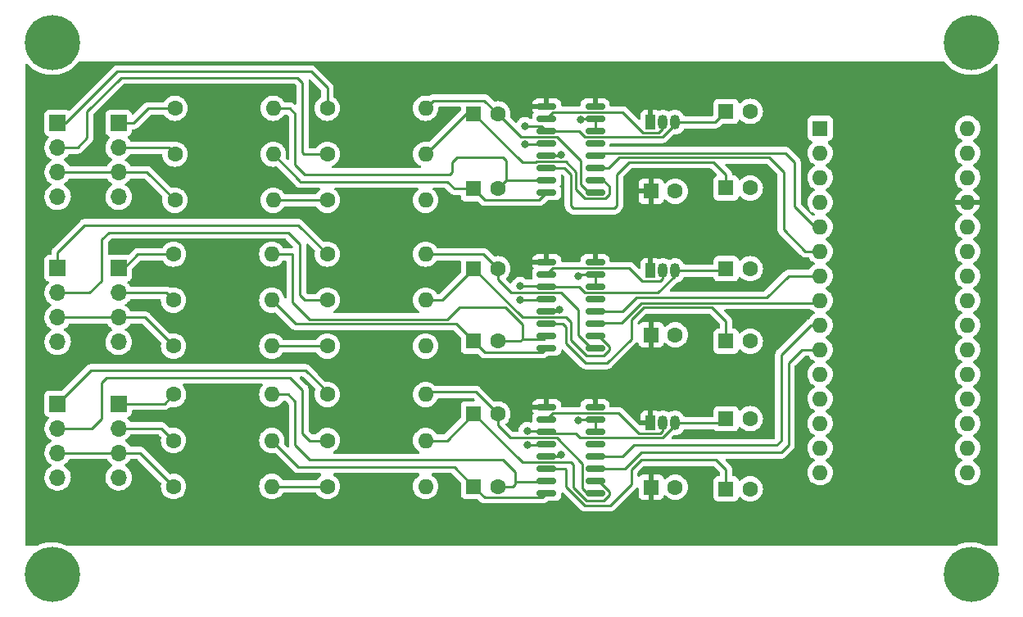
<source format=gtl>
%TF.GenerationSoftware,KiCad,Pcbnew,6.0.1-79c1e3a40b~116~ubuntu21.04.1*%
%TF.CreationDate,2022-04-23T17:06:39-04:00*%
%TF.ProjectId,wing_tester,77696e67-5f74-4657-9374-65722e6b6963,rev?*%
%TF.SameCoordinates,Original*%
%TF.FileFunction,Copper,L1,Top*%
%TF.FilePolarity,Positive*%
%FSLAX46Y46*%
G04 Gerber Fmt 4.6, Leading zero omitted, Abs format (unit mm)*
G04 Created by KiCad (PCBNEW 6.0.1-79c1e3a40b~116~ubuntu21.04.1) date 2022-04-23 17:06:39*
%MOMM*%
%LPD*%
G01*
G04 APERTURE LIST*
G04 Aperture macros list*
%AMRoundRect*
0 Rectangle with rounded corners*
0 $1 Rounding radius*
0 $2 $3 $4 $5 $6 $7 $8 $9 X,Y pos of 4 corners*
0 Add a 4 corners polygon primitive as box body*
4,1,4,$2,$3,$4,$5,$6,$7,$8,$9,$2,$3,0*
0 Add four circle primitives for the rounded corners*
1,1,$1+$1,$2,$3*
1,1,$1+$1,$4,$5*
1,1,$1+$1,$6,$7*
1,1,$1+$1,$8,$9*
0 Add four rect primitives between the rounded corners*
20,1,$1+$1,$2,$3,$4,$5,0*
20,1,$1+$1,$4,$5,$6,$7,0*
20,1,$1+$1,$6,$7,$8,$9,0*
20,1,$1+$1,$8,$9,$2,$3,0*%
G04 Aperture macros list end*
%TA.AperFunction,ComponentPad*%
%ADD10C,1.600000*%
%TD*%
%TA.AperFunction,ComponentPad*%
%ADD11R,1.600000X1.600000*%
%TD*%
%TA.AperFunction,ComponentPad*%
%ADD12O,1.600000X1.600000*%
%TD*%
%TA.AperFunction,ComponentPad*%
%ADD13R,1.700000X1.700000*%
%TD*%
%TA.AperFunction,ComponentPad*%
%ADD14O,1.700000X1.700000*%
%TD*%
%TA.AperFunction,ComponentPad*%
%ADD15R,1.050000X1.500000*%
%TD*%
%TA.AperFunction,ComponentPad*%
%ADD16O,1.050000X1.500000*%
%TD*%
%TA.AperFunction,SMDPad,CuDef*%
%ADD17RoundRect,0.150000X-0.850000X-0.150000X0.850000X-0.150000X0.850000X0.150000X-0.850000X0.150000X0*%
%TD*%
%TA.AperFunction,ComponentPad*%
%ADD18C,5.700000*%
%TD*%
%TA.AperFunction,ViaPad*%
%ADD19C,0.800000*%
%TD*%
%TA.AperFunction,Conductor*%
%ADD20C,0.250000*%
%TD*%
G04 APERTURE END LIST*
D10*
X174169888Y-95375000D03*
D11*
X171669888Y-95375000D03*
D10*
X166419888Y-102205000D03*
D11*
X163919888Y-102205000D03*
D10*
X130445000Y-113125000D03*
D12*
X140605000Y-113125000D03*
D13*
X102575000Y-95325000D03*
D14*
X102575000Y-97865000D03*
X102575000Y-100405000D03*
X102575000Y-102945000D03*
D10*
X114545000Y-103375000D03*
D12*
X124705000Y-103375000D03*
D10*
X174169888Y-118125000D03*
D11*
X171669888Y-118125000D03*
D15*
X163855000Y-111315000D03*
D16*
X165125000Y-111315000D03*
X166395000Y-111315000D03*
D10*
X130445000Y-117875000D03*
D12*
X140605000Y-117875000D03*
D10*
X114695000Y-83545000D03*
D12*
X124855000Y-83545000D03*
D13*
X108875000Y-95325000D03*
D14*
X108875000Y-97865000D03*
X108875000Y-100405000D03*
X108875000Y-102945000D03*
D11*
X145569888Y-87125000D03*
D10*
X148069888Y-87125000D03*
D11*
X171669888Y-102875000D03*
D10*
X174169888Y-102875000D03*
D17*
X153125000Y-78600000D03*
X153125000Y-79870000D03*
X153125000Y-81140000D03*
X153125000Y-82410000D03*
X153125000Y-83680000D03*
X153125000Y-84950000D03*
X153125000Y-86220000D03*
X153125000Y-87490000D03*
X158125000Y-87490000D03*
X158125000Y-86220000D03*
X158125000Y-84950000D03*
X158125000Y-83680000D03*
X158125000Y-82410000D03*
X158125000Y-81140000D03*
X158125000Y-79870000D03*
X158125000Y-78600000D03*
D10*
X130445000Y-93875000D03*
D12*
X140605000Y-93875000D03*
D13*
X108875000Y-109325000D03*
D14*
X108875000Y-111865000D03*
X108875000Y-114405000D03*
X108875000Y-116945000D03*
D11*
X145569888Y-102875000D03*
D10*
X148069888Y-102875000D03*
X130445000Y-103375000D03*
D12*
X140605000Y-103375000D03*
D18*
X197000000Y-127000000D03*
D17*
X153125000Y-109680000D03*
X153125000Y-110950000D03*
X153125000Y-112220000D03*
X153125000Y-113490000D03*
X153125000Y-114760000D03*
X153125000Y-116030000D03*
X153125000Y-117300000D03*
X153125000Y-118570000D03*
X158125000Y-118570000D03*
X158125000Y-117300000D03*
X158125000Y-116030000D03*
X158125000Y-114760000D03*
X158125000Y-113490000D03*
X158125000Y-112220000D03*
X158125000Y-110950000D03*
X158125000Y-109680000D03*
D10*
X130445000Y-108375000D03*
D12*
X140605000Y-108375000D03*
D18*
X102000000Y-72000000D03*
D10*
X130445000Y-78795000D03*
D12*
X140605000Y-78795000D03*
D10*
X114545000Y-93875000D03*
D12*
X124705000Y-93875000D03*
D10*
X114545000Y-113125000D03*
D12*
X124705000Y-113125000D03*
D10*
X174169888Y-79125000D03*
D11*
X171669888Y-79125000D03*
D15*
X163855000Y-80235000D03*
D16*
X165125000Y-80235000D03*
X166395000Y-80235000D03*
D10*
X174169888Y-110875000D03*
D11*
X171669888Y-110875000D03*
D17*
X153125000Y-94680000D03*
X153125000Y-95950000D03*
X153125000Y-97220000D03*
X153125000Y-98490000D03*
X153125000Y-99760000D03*
X153125000Y-101030000D03*
X153125000Y-102300000D03*
X153125000Y-103570000D03*
X158125000Y-103570000D03*
X158125000Y-102300000D03*
X158125000Y-101030000D03*
X158125000Y-99760000D03*
X158125000Y-98490000D03*
X158125000Y-97220000D03*
X158125000Y-95950000D03*
X158125000Y-94680000D03*
D10*
X166419888Y-117955000D03*
D11*
X163919888Y-117955000D03*
D10*
X166419888Y-87375000D03*
D11*
X163919888Y-87375000D03*
D13*
X108875000Y-80325000D03*
D14*
X108875000Y-82865000D03*
X108875000Y-85405000D03*
X108875000Y-87945000D03*
D18*
X102000000Y-127000000D03*
D11*
X145569888Y-79375000D03*
D10*
X148069888Y-79375000D03*
D11*
X145569888Y-110375000D03*
D10*
X148069888Y-110375000D03*
D11*
X171669888Y-87045000D03*
D10*
X174169888Y-87045000D03*
D18*
X197000000Y-72000000D03*
D15*
X163855000Y-95565000D03*
D16*
X165125000Y-95565000D03*
X166395000Y-95565000D03*
D13*
X102575000Y-80325000D03*
D14*
X102575000Y-82865000D03*
X102575000Y-85405000D03*
X102575000Y-87945000D03*
D11*
X181390000Y-80875000D03*
D12*
X181390000Y-83415000D03*
X181390000Y-85955000D03*
X181390000Y-88495000D03*
X181390000Y-91035000D03*
X181390000Y-93575000D03*
X181390000Y-96115000D03*
X181390000Y-98655000D03*
X181390000Y-101195000D03*
X181390000Y-103735000D03*
X181390000Y-106275000D03*
X181390000Y-108815000D03*
X181390000Y-111355000D03*
X181390000Y-113895000D03*
X181390000Y-116435000D03*
X196630000Y-116435000D03*
X196630000Y-113895000D03*
X196630000Y-111355000D03*
X196630000Y-108815000D03*
X196630000Y-106275000D03*
X196630000Y-103735000D03*
X196630000Y-101195000D03*
X196630000Y-98655000D03*
X196630000Y-96115000D03*
X196630000Y-93575000D03*
X196630000Y-91035000D03*
X196630000Y-88495000D03*
X196630000Y-85955000D03*
X196630000Y-83415000D03*
X196630000Y-80875000D03*
D10*
X130445000Y-83545000D03*
D12*
X140605000Y-83545000D03*
D10*
X114695000Y-78795000D03*
D12*
X124855000Y-78795000D03*
D11*
X145569888Y-95375000D03*
D10*
X148069888Y-95375000D03*
X114545000Y-108375000D03*
D12*
X124705000Y-108375000D03*
D10*
X130445000Y-98625000D03*
D12*
X140605000Y-98625000D03*
D11*
X145569888Y-117875000D03*
D10*
X148069888Y-117875000D03*
X130445000Y-88295000D03*
D12*
X140605000Y-88295000D03*
D10*
X114695000Y-88295000D03*
D12*
X124855000Y-88295000D03*
D10*
X114545000Y-98625000D03*
D12*
X124705000Y-98625000D03*
D13*
X102575000Y-109325000D03*
D14*
X102575000Y-111865000D03*
X102575000Y-114405000D03*
X102575000Y-116945000D03*
D10*
X114545000Y-117875000D03*
D12*
X124705000Y-117875000D03*
D19*
X154400500Y-99625000D03*
X156375000Y-96125000D03*
X156625000Y-79949020D03*
X156375000Y-111049980D03*
X154570000Y-83600980D03*
X154625000Y-114625000D03*
X150875000Y-80625000D03*
X150375000Y-97125000D03*
X151125000Y-112125000D03*
X150875000Y-82489020D03*
X150375000Y-98625000D03*
X151125000Y-113625000D03*
D20*
X166395000Y-80235000D02*
X170559888Y-80235000D01*
X170559888Y-80235000D02*
X171669888Y-79125000D01*
X166395000Y-111315000D02*
X171229888Y-111315000D01*
X171229888Y-111315000D02*
X171669888Y-110875000D01*
X166395000Y-95565000D02*
X171479888Y-95565000D01*
X171479888Y-95565000D02*
X171669888Y-95375000D01*
X171669888Y-102875000D02*
X171669888Y-100830112D01*
X171669888Y-100830112D02*
X170214776Y-99375000D01*
X161875000Y-102625000D02*
X159375000Y-105125000D01*
X170214776Y-99375000D02*
X163125000Y-99375000D01*
X159375000Y-105125000D02*
X157125000Y-105125000D01*
X163125000Y-99375000D02*
X161875000Y-100625000D01*
X161875000Y-100625000D02*
X161875000Y-102625000D01*
X157125000Y-105125000D02*
X155125000Y-103125000D01*
X155125000Y-103125000D02*
X155125000Y-101375000D01*
X155125000Y-101375000D02*
X154780000Y-101030000D01*
X154780000Y-101030000D02*
X153125000Y-101030000D01*
X154570000Y-83680000D02*
X154625000Y-83625000D01*
X156625000Y-79875000D02*
X156625000Y-79949020D01*
X153125000Y-99760000D02*
X154490000Y-99760000D01*
X156474980Y-110950000D02*
X156375000Y-111049980D01*
X154625000Y-83625000D02*
X154600980Y-83600980D01*
X158125000Y-97220000D02*
X158125000Y-95950000D01*
X158125000Y-110950000D02*
X158125000Y-112220000D01*
X154625000Y-99625000D02*
X154400500Y-99625000D01*
X154490000Y-114760000D02*
X154625000Y-114625000D01*
X153125000Y-114760000D02*
X154490000Y-114760000D01*
X156550000Y-95950000D02*
X156375000Y-96125000D01*
X156630000Y-79870000D02*
X156625000Y-79875000D01*
X158125000Y-79870000D02*
X158125000Y-81140000D01*
X158125000Y-79870000D02*
X156630000Y-79870000D01*
X154600980Y-83600980D02*
X154570000Y-83600980D01*
X158125000Y-110950000D02*
X156474980Y-110950000D01*
X154490000Y-99760000D02*
X154625000Y-99625000D01*
X158125000Y-95950000D02*
X156550000Y-95950000D01*
X153125000Y-83680000D02*
X154570000Y-83680000D01*
X177798220Y-83425480D02*
X158379520Y-83425480D01*
X158379520Y-83425480D02*
X158125000Y-83680000D01*
X181390000Y-91035000D02*
X180824700Y-91035000D01*
X180824700Y-91035000D02*
X178750489Y-88960789D01*
X178750489Y-88960789D02*
X178750489Y-84377749D01*
X178750489Y-84377749D02*
X177798220Y-83425480D01*
X159550000Y-84950000D02*
X158125000Y-84950000D01*
X177625000Y-91325000D02*
X177625000Y-85375000D01*
X179875000Y-93575000D02*
X177625000Y-91325000D01*
X176125000Y-83875000D02*
X160625000Y-83875000D01*
X177625000Y-85375000D02*
X176125000Y-83875000D01*
X181390000Y-93575000D02*
X179875000Y-93575000D01*
X160625000Y-83875000D02*
X159550000Y-84950000D01*
X175875000Y-98375000D02*
X178135000Y-96115000D01*
X178135000Y-96115000D02*
X181390000Y-96115000D01*
X162375000Y-98375000D02*
X175875000Y-98375000D01*
X158125000Y-99760000D02*
X160990000Y-99760000D01*
X160990000Y-99760000D02*
X162375000Y-98375000D01*
X181390000Y-98655000D02*
X181119520Y-98925480D01*
X158165717Y-100989283D02*
X158125000Y-101030000D01*
X160875000Y-100989283D02*
X158165717Y-100989283D01*
X181119520Y-98925480D02*
X162938802Y-98925480D01*
X160875000Y-100989283D02*
X162938802Y-98925480D01*
X177375000Y-104239283D02*
X180419283Y-101195000D01*
X176875000Y-113625000D02*
X177375000Y-113125000D01*
X158125000Y-114760000D02*
X160990000Y-114760000D01*
X162125000Y-113625000D02*
X176875000Y-113625000D01*
X177375000Y-113125000D02*
X177375000Y-104239283D01*
X180419283Y-101195000D02*
X181390000Y-101195000D01*
X160990000Y-114760000D02*
X162125000Y-113625000D01*
X162875000Y-114375000D02*
X177375000Y-114375000D01*
X177375000Y-114375000D02*
X178125000Y-113625000D01*
X178125000Y-105125000D02*
X179515000Y-103735000D01*
X178125000Y-113625000D02*
X178125000Y-105125000D01*
X161220000Y-116030000D02*
X162875000Y-114375000D01*
X158125000Y-116030000D02*
X161220000Y-116030000D01*
X179515000Y-103735000D02*
X181390000Y-103735000D01*
X144775000Y-79375000D02*
X140605000Y-83545000D01*
X159625000Y-86875000D02*
X159125000Y-86375000D01*
X156175480Y-85375000D02*
X156175480Y-87211552D01*
X151980103Y-84404511D02*
X152059134Y-84325480D01*
X156175480Y-87211552D02*
X157078448Y-88114520D01*
X145569888Y-79375000D02*
X150599399Y-84404511D01*
X150599399Y-84404511D02*
X151980103Y-84404511D01*
X145569888Y-79375000D02*
X144775000Y-79375000D01*
X159625000Y-87661072D02*
X159625000Y-86875000D01*
X159171552Y-88114520D02*
X159625000Y-87661072D01*
X157078448Y-88114520D02*
X159171552Y-88114520D01*
X152059134Y-84325480D02*
X155125960Y-84325480D01*
X155125960Y-84325480D02*
X156175480Y-85375000D01*
X156625000Y-84238928D02*
X156625000Y-86625000D01*
X146689889Y-77995001D02*
X148069888Y-79375000D01*
X148069888Y-79375000D02*
X150459408Y-81764520D01*
X156625000Y-86625000D02*
X157490000Y-87490000D01*
X154150592Y-81764520D02*
X156625000Y-84238928D01*
X157490000Y-87490000D02*
X158125000Y-87490000D01*
X150459408Y-81764520D02*
X154150592Y-81764520D01*
X141404999Y-77995001D02*
X146689889Y-77995001D01*
X140605000Y-78795000D02*
X141404999Y-77995001D01*
X153125000Y-87490000D02*
X152365489Y-88249511D01*
X127625000Y-86375000D02*
X127625000Y-86315000D01*
X145569888Y-87125000D02*
X143625000Y-87125000D01*
X146694399Y-88249511D02*
X145569888Y-87125000D01*
X152365489Y-88249511D02*
X146694399Y-88249511D01*
X142875000Y-86375000D02*
X127625000Y-86375000D01*
X127625000Y-86315000D02*
X124855000Y-83545000D01*
X143625000Y-87125000D02*
X142875000Y-86375000D01*
X127125000Y-84625000D02*
X128125000Y-85625000D01*
X148625000Y-83875000D02*
X148974888Y-84224888D01*
X153125000Y-86220000D02*
X148974888Y-86220000D01*
X143125000Y-85625000D02*
X143375000Y-85375000D01*
X148974888Y-86220000D02*
X148069888Y-87125000D01*
X126545000Y-78795000D02*
X127125000Y-79375000D01*
X143375000Y-84375000D02*
X143875000Y-83875000D01*
X124855000Y-78795000D02*
X126545000Y-78795000D01*
X128125000Y-85625000D02*
X143125000Y-85625000D01*
X143875000Y-83875000D02*
X148625000Y-83875000D01*
X143375000Y-85375000D02*
X143375000Y-84375000D01*
X127125000Y-79375000D02*
X127125000Y-84625000D01*
X148974888Y-84224888D02*
X148974888Y-86220000D01*
X142319888Y-98625000D02*
X145569888Y-95375000D01*
X155594520Y-102710592D02*
X157258928Y-104375000D01*
X157258928Y-104375000D02*
X158991072Y-104375000D01*
X155125000Y-100405480D02*
X155594520Y-100875000D01*
X158526072Y-102300000D02*
X158125000Y-102300000D01*
X150600368Y-100405480D02*
X155125000Y-100405480D01*
X159625000Y-103398928D02*
X158526072Y-102300000D01*
X158991072Y-104375000D02*
X159625000Y-103741072D01*
X155594520Y-100875000D02*
X155594520Y-102710592D01*
X145569888Y-95375000D02*
X150600368Y-100405480D01*
X140605000Y-98625000D02*
X142319888Y-98625000D01*
X159625000Y-103741072D02*
X159625000Y-103398928D01*
X154615480Y-97865480D02*
X156375000Y-99625000D01*
X148069888Y-96506370D02*
X149438518Y-97875000D01*
X156375000Y-102221072D02*
X157723928Y-103570000D01*
X150634520Y-97865480D02*
X154615480Y-97865480D01*
X148069888Y-95375000D02*
X148069888Y-96506370D01*
X157723928Y-103570000D02*
X158125000Y-103570000D01*
X148069888Y-95375000D02*
X146569888Y-93875000D01*
X146569888Y-93875000D02*
X140605000Y-93875000D01*
X150625000Y-97875000D02*
X150634520Y-97865480D01*
X149438518Y-97875000D02*
X150625000Y-97875000D01*
X156375000Y-99625000D02*
X156375000Y-102221072D01*
X145569888Y-102875000D02*
X143769408Y-101074520D01*
X153125000Y-103570000D02*
X152695489Y-103999511D01*
X152695489Y-103999511D02*
X146694399Y-103999511D01*
X143769408Y-101074520D02*
X127154520Y-101074520D01*
X146694399Y-103999511D02*
X145569888Y-102875000D01*
X127154520Y-101074520D02*
X124705000Y-98625000D01*
X148875000Y-99375000D02*
X150625000Y-101125000D01*
X150625000Y-102625000D02*
X150375000Y-102875000D01*
X150375000Y-102875000D02*
X148069888Y-102875000D01*
X150625000Y-101125000D02*
X150625000Y-102625000D01*
X126875000Y-98875000D02*
X128625000Y-100625000D01*
X126875000Y-93875000D02*
X126875000Y-98875000D01*
X144125000Y-99375000D02*
X148875000Y-99375000D01*
X142875000Y-100625000D02*
X144125000Y-99375000D01*
X152800000Y-102625000D02*
X153125000Y-102300000D01*
X150625000Y-102625000D02*
X152800000Y-102625000D01*
X124705000Y-93875000D02*
X126875000Y-93875000D01*
X128625000Y-100625000D02*
X142875000Y-100625000D01*
X145569888Y-110375000D02*
X150600368Y-115405480D01*
X157258928Y-119375000D02*
X158991072Y-119375000D01*
X158526072Y-117300000D02*
X158125000Y-117300000D01*
X155875000Y-117991072D02*
X157258928Y-119375000D01*
X155655480Y-115405480D02*
X155875000Y-115625000D01*
X140605000Y-113125000D02*
X142819888Y-113125000D01*
X150600368Y-115405480D02*
X155655480Y-115405480D01*
X159625000Y-118741072D02*
X159625000Y-118398928D01*
X159625000Y-118398928D02*
X158526072Y-117300000D01*
X155875000Y-115625000D02*
X155875000Y-117991072D01*
X142819888Y-113125000D02*
X145569888Y-110375000D01*
X158991072Y-119375000D02*
X159625000Y-118741072D01*
X148069888Y-110375000D02*
X148069888Y-111594502D01*
X156800480Y-118050480D02*
X157320000Y-118570000D01*
X157320000Y-118570000D02*
X158125000Y-118570000D01*
X148069888Y-111594502D02*
X149340866Y-112865480D01*
X145819888Y-108125000D02*
X148069888Y-110375000D01*
X140605000Y-108125000D02*
X145819888Y-108125000D01*
X156800480Y-115494408D02*
X156800480Y-118050480D01*
X149340866Y-112865480D02*
X154171552Y-112865480D01*
X154171552Y-112865480D02*
X156800480Y-115494408D01*
X127455000Y-115875000D02*
X143569888Y-115875000D01*
X152695489Y-118999511D02*
X153125000Y-118570000D01*
X124705000Y-113125000D02*
X127455000Y-115875000D01*
X143569888Y-115875000D02*
X145569888Y-117875000D01*
X145569888Y-117875000D02*
X146694399Y-118999511D01*
X146694399Y-118999511D02*
X152695489Y-118999511D01*
X148625000Y-115125000D02*
X149875000Y-116375000D01*
X149875000Y-117375000D02*
X149875000Y-117625000D01*
X128625000Y-115125000D02*
X148625000Y-115125000D01*
X149875000Y-117625000D02*
X149625000Y-117875000D01*
X124705000Y-108375000D02*
X126375000Y-108375000D01*
X127125000Y-113625000D02*
X128625000Y-115125000D01*
X149875000Y-116375000D02*
X149875000Y-117375000D01*
X149625000Y-117875000D02*
X148069888Y-117875000D01*
X153050000Y-117375000D02*
X153125000Y-117300000D01*
X149875000Y-117375000D02*
X153050000Y-117375000D01*
X126375000Y-108375000D02*
X127125000Y-109125000D01*
X127125000Y-109125000D02*
X127125000Y-113625000D01*
X155625000Y-88875000D02*
X155625000Y-85625000D01*
X160375000Y-88875000D02*
X160125000Y-89125000D01*
X170375000Y-84375000D02*
X161625000Y-84375000D01*
X160125000Y-89125000D02*
X155875000Y-89125000D01*
X160375000Y-85625000D02*
X160375000Y-88875000D01*
X161625000Y-84375000D02*
X160375000Y-85625000D01*
X155875000Y-89125000D02*
X155625000Y-88875000D01*
X154950000Y-84950000D02*
X153125000Y-84950000D01*
X155625000Y-85625000D02*
X154950000Y-84950000D01*
X171669888Y-87045000D02*
X171669888Y-85669888D01*
X171669888Y-85669888D02*
X170375000Y-84375000D01*
X153125000Y-81140000D02*
X156453928Y-81140000D01*
X157078448Y-81764520D02*
X165090480Y-81764520D01*
X111805000Y-85405000D02*
X114695000Y-88295000D01*
X102575000Y-85405000D02*
X108875000Y-85405000D01*
X152610000Y-80625000D02*
X153125000Y-81140000D01*
X165090480Y-81764520D02*
X166395000Y-80460000D01*
X150875000Y-80625000D02*
X152610000Y-80625000D01*
X166395000Y-80235000D02*
X166409511Y-80249511D01*
X108875000Y-85405000D02*
X111805000Y-85405000D01*
X156453928Y-81140000D02*
X157078448Y-81764520D01*
X166395000Y-80460000D02*
X166395000Y-80235000D01*
X164634520Y-97865480D02*
X166395000Y-96105000D01*
X166395000Y-96105000D02*
X166395000Y-95565000D01*
X150375000Y-97125000D02*
X153030000Y-97125000D01*
X153125000Y-97220000D02*
X156453928Y-97220000D01*
X102575000Y-100405000D02*
X108875000Y-100405000D01*
X111575000Y-100405000D02*
X114545000Y-103375000D01*
X156453928Y-97220000D02*
X157099408Y-97865480D01*
X157099408Y-97865480D02*
X164634520Y-97865480D01*
X153030000Y-97125000D02*
X153125000Y-97220000D01*
X108875000Y-100405000D02*
X111575000Y-100405000D01*
X161875000Y-117625000D02*
X161875000Y-116125000D01*
X153125000Y-116030000D02*
X155030000Y-116030000D01*
X171669888Y-116169888D02*
X171669888Y-118125000D01*
X155030000Y-116030000D02*
X155125000Y-116125000D01*
X170625000Y-115125000D02*
X171669888Y-116169888D01*
X162875000Y-115125000D02*
X170625000Y-115125000D01*
X161875000Y-116125000D02*
X162875000Y-115125000D01*
X155125000Y-117876789D02*
X157072731Y-119824520D01*
X157072731Y-119824520D02*
X159675480Y-119824520D01*
X159675480Y-119824520D02*
X161875000Y-117625000D01*
X155125000Y-116125000D02*
X155125000Y-117876789D01*
X166395000Y-111540000D02*
X166395000Y-111315000D01*
X111075000Y-114405000D02*
X114545000Y-117875000D01*
X156594520Y-112844520D02*
X165090480Y-112844520D01*
X156125000Y-112375000D02*
X156594520Y-112844520D01*
X102575000Y-114405000D02*
X108875000Y-114405000D01*
X165090480Y-112844520D02*
X166395000Y-111540000D01*
X108875000Y-114405000D02*
X111075000Y-114405000D01*
X151125000Y-112125000D02*
X153030000Y-112125000D01*
X153125000Y-112220000D02*
X153280000Y-112375000D01*
X153030000Y-112125000D02*
X153125000Y-112220000D01*
X153280000Y-112375000D02*
X156125000Y-112375000D01*
X108750000Y-75000000D02*
X128750000Y-75000000D01*
X103425000Y-80325000D02*
X108750000Y-75000000D01*
X130445000Y-76695000D02*
X130445000Y-78795000D01*
X128750000Y-75000000D02*
X130445000Y-76695000D01*
X102575000Y-80325000D02*
X103425000Y-80325000D01*
X105625000Y-81875000D02*
X105625000Y-79125000D01*
X128045000Y-83545000D02*
X130445000Y-83545000D01*
X104635000Y-82865000D02*
X105625000Y-81875000D01*
X127875000Y-76125000D02*
X127875000Y-83375000D01*
X105625000Y-79125000D02*
X109125000Y-75625000D01*
X102575000Y-82865000D02*
X104635000Y-82865000D01*
X127875000Y-83375000D02*
X128045000Y-83545000D01*
X109125000Y-75625000D02*
X127375000Y-75625000D01*
X127375000Y-75625000D02*
X127875000Y-76125000D01*
X111955000Y-78795000D02*
X114695000Y-78795000D01*
X108875000Y-80325000D02*
X110425000Y-80325000D01*
X110425000Y-80325000D02*
X111955000Y-78795000D01*
X114015000Y-82865000D02*
X114695000Y-83545000D01*
X108875000Y-82865000D02*
X114015000Y-82865000D01*
X102575000Y-95325000D02*
X102575000Y-93675000D01*
X127445000Y-90875000D02*
X130445000Y-93875000D01*
X105375000Y-90875000D02*
X127445000Y-90875000D01*
X102575000Y-93675000D02*
X105375000Y-90875000D01*
X128125000Y-98625000D02*
X130445000Y-98625000D01*
X107875000Y-91625000D02*
X126375000Y-91625000D01*
X126375000Y-91625000D02*
X127625000Y-92875000D01*
X127625000Y-92875000D02*
X127625000Y-98125000D01*
X107125000Y-96625000D02*
X107125000Y-92375000D01*
X107125000Y-92375000D02*
X107875000Y-91625000D01*
X102575000Y-97865000D02*
X105885000Y-97865000D01*
X127625000Y-98125000D02*
X128125000Y-98625000D01*
X105885000Y-97865000D02*
X107125000Y-96625000D01*
X108875000Y-95325000D02*
X108875000Y-95375000D01*
X109125000Y-95625000D02*
X110875000Y-93875000D01*
X110875000Y-93875000D02*
X114545000Y-93875000D01*
X108875000Y-95375000D02*
X109125000Y-95625000D01*
X108875000Y-97865000D02*
X113785000Y-97865000D01*
X113785000Y-97865000D02*
X114545000Y-98625000D01*
X106025000Y-105875000D02*
X128195000Y-105875000D01*
X128195000Y-105875000D02*
X130445000Y-108125000D01*
X102575000Y-109325000D02*
X106025000Y-105875000D01*
X127875000Y-112375000D02*
X128625000Y-113125000D01*
X128625000Y-113125000D02*
X130445000Y-113125000D01*
X106135000Y-111865000D02*
X107125000Y-110875000D01*
X102575000Y-111865000D02*
X106135000Y-111865000D01*
X107125000Y-107125000D02*
X107625000Y-106625000D01*
X126625000Y-106625000D02*
X127875000Y-107875000D01*
X127875000Y-107875000D02*
X127875000Y-112375000D01*
X107625000Y-106625000D02*
X126625000Y-106625000D01*
X107125000Y-110875000D02*
X107125000Y-107125000D01*
X108875000Y-109325000D02*
X113595000Y-109325000D01*
X113595000Y-109325000D02*
X114545000Y-108375000D01*
X113285000Y-111865000D02*
X114545000Y-113125000D01*
X108875000Y-111865000D02*
X113285000Y-111865000D01*
X165125000Y-80875000D02*
X165125000Y-80235000D01*
X163059511Y-81309511D02*
X164690489Y-81309511D01*
X160974520Y-79224520D02*
X163059511Y-81309511D01*
X153770480Y-79224520D02*
X160974520Y-79224520D01*
X164690489Y-81309511D02*
X165125000Y-80875000D01*
X153125000Y-79870000D02*
X153770480Y-79224520D01*
X153770480Y-95304520D02*
X161670498Y-95304520D01*
X161670498Y-95304520D02*
X163005489Y-96639511D01*
X153125000Y-95950000D02*
X153770480Y-95304520D01*
X164860489Y-96639511D02*
X165125000Y-96375000D01*
X165125000Y-96375000D02*
X165125000Y-95565000D01*
X163005489Y-96639511D02*
X164860489Y-96639511D01*
X162639511Y-112389511D02*
X164860489Y-112389511D01*
X153749520Y-110325480D02*
X160575480Y-110325480D01*
X165125000Y-112125000D02*
X165125000Y-111315000D01*
X164860489Y-112389511D02*
X165125000Y-112125000D01*
X153125000Y-110950000D02*
X153749520Y-110325480D01*
X160575480Y-110325480D02*
X162639511Y-112389511D01*
X153045980Y-82489020D02*
X153125000Y-82410000D01*
X130445000Y-88295000D02*
X124855000Y-88295000D01*
X150875000Y-82489020D02*
X153045980Y-82489020D01*
X150375000Y-98625000D02*
X152990000Y-98625000D01*
X124705000Y-103375000D02*
X130445000Y-103375000D01*
X152990000Y-98625000D02*
X153125000Y-98490000D01*
X124705000Y-117875000D02*
X130195000Y-117875000D01*
X152990000Y-113625000D02*
X153125000Y-113490000D01*
X130195000Y-117875000D02*
X130445000Y-118125000D01*
X151125000Y-113625000D02*
X152990000Y-113625000D01*
%TA.AperFunction,Conductor*%
G36*
X194302994Y-74020002D02*
G01*
X194331253Y-74044840D01*
X194548163Y-74302428D01*
X194644891Y-74394863D01*
X194808702Y-74551405D01*
X194808709Y-74551411D01*
X194811165Y-74553758D01*
X195099771Y-74775214D01*
X195102689Y-74776988D01*
X195407692Y-74962433D01*
X195407697Y-74962436D01*
X195410607Y-74964205D01*
X195413695Y-74965651D01*
X195413694Y-74965651D01*
X195736952Y-75117077D01*
X195736962Y-75117081D01*
X195740036Y-75118521D01*
X195743254Y-75119623D01*
X195743257Y-75119624D01*
X196080981Y-75235253D01*
X196080989Y-75235255D01*
X196084204Y-75236356D01*
X196439084Y-75316332D01*
X196492123Y-75322375D01*
X196797144Y-75357128D01*
X196797152Y-75357128D01*
X196800527Y-75357513D01*
X196803931Y-75357531D01*
X196803934Y-75357531D01*
X197002058Y-75358568D01*
X197164303Y-75359418D01*
X197167689Y-75359068D01*
X197167691Y-75359068D01*
X197522765Y-75322375D01*
X197522774Y-75322374D01*
X197526157Y-75322024D01*
X197529490Y-75321310D01*
X197529493Y-75321309D01*
X197639895Y-75297641D01*
X197881856Y-75245768D01*
X198227239Y-75131544D01*
X198230323Y-75130138D01*
X198230332Y-75130135D01*
X198555171Y-74982096D01*
X198558265Y-74980686D01*
X198602276Y-74954554D01*
X198868128Y-74796704D01*
X198868132Y-74796701D01*
X198871063Y-74794961D01*
X199161973Y-74576539D01*
X199427592Y-74327977D01*
X199520476Y-74219989D01*
X199580060Y-74181388D01*
X199651057Y-74181129D01*
X199710922Y-74219294D01*
X199740651Y-74283767D01*
X199742000Y-74302154D01*
X199742000Y-123874000D01*
X199721998Y-123942121D01*
X199668342Y-123988614D01*
X199616000Y-124000000D01*
X198541656Y-124000000D01*
X198488605Y-123988288D01*
X198389146Y-123942121D01*
X198249071Y-123877100D01*
X198245849Y-123876009D01*
X198245843Y-123876007D01*
X197907729Y-123761562D01*
X197904494Y-123760467D01*
X197895234Y-123758414D01*
X197820485Y-123741843D01*
X197549336Y-123681731D01*
X197420217Y-123667476D01*
X197191133Y-123642184D01*
X197191128Y-123642184D01*
X197187752Y-123641811D01*
X197184353Y-123641805D01*
X197184352Y-123641805D01*
X197012762Y-123641506D01*
X196823972Y-123641176D01*
X196688831Y-123655618D01*
X196465634Y-123679471D01*
X196465628Y-123679472D01*
X196462250Y-123679833D01*
X196106820Y-123757330D01*
X195761838Y-123872759D01*
X195758745Y-123874182D01*
X195758744Y-123874182D01*
X195510260Y-123988472D01*
X195457609Y-124000000D01*
X103541656Y-124000000D01*
X103488605Y-123988288D01*
X103389146Y-123942121D01*
X103249071Y-123877100D01*
X103245849Y-123876009D01*
X103245843Y-123876007D01*
X102907729Y-123761562D01*
X102904494Y-123760467D01*
X102895234Y-123758414D01*
X102820485Y-123741843D01*
X102549336Y-123681731D01*
X102420217Y-123667476D01*
X102191133Y-123642184D01*
X102191128Y-123642184D01*
X102187752Y-123641811D01*
X102184353Y-123641805D01*
X102184352Y-123641805D01*
X102012762Y-123641506D01*
X101823972Y-123641176D01*
X101688831Y-123655618D01*
X101465634Y-123679471D01*
X101465628Y-123679472D01*
X101462250Y-123679833D01*
X101106820Y-123757330D01*
X100761838Y-123872759D01*
X100758745Y-123874182D01*
X100758744Y-123874182D01*
X100510260Y-123988472D01*
X100457609Y-124000000D01*
X99384000Y-124000000D01*
X99315879Y-123979998D01*
X99269386Y-123926342D01*
X99258000Y-123874000D01*
X99258000Y-116911695D01*
X101212251Y-116911695D01*
X101212548Y-116916848D01*
X101212548Y-116916851D01*
X101221857Y-117078295D01*
X101225110Y-117134715D01*
X101226247Y-117139761D01*
X101226248Y-117139767D01*
X101245060Y-117223238D01*
X101274222Y-117352639D01*
X101358266Y-117559616D01*
X101367601Y-117574849D01*
X101464144Y-117732393D01*
X101474987Y-117750088D01*
X101621250Y-117918938D01*
X101793126Y-118061632D01*
X101986000Y-118174338D01*
X101990825Y-118176180D01*
X101990826Y-118176181D01*
X102022830Y-118188402D01*
X102194692Y-118254030D01*
X102199760Y-118255061D01*
X102199763Y-118255062D01*
X102273491Y-118270062D01*
X102413597Y-118298567D01*
X102418772Y-118298757D01*
X102418774Y-118298757D01*
X102631673Y-118306564D01*
X102631677Y-118306564D01*
X102636837Y-118306753D01*
X102641957Y-118306097D01*
X102641959Y-118306097D01*
X102853288Y-118279025D01*
X102853289Y-118279025D01*
X102858416Y-118278368D01*
X102869099Y-118275163D01*
X103067429Y-118215661D01*
X103067434Y-118215659D01*
X103072384Y-118214174D01*
X103272994Y-118115896D01*
X103454860Y-117986173D01*
X103475324Y-117965781D01*
X103609435Y-117832137D01*
X103613096Y-117828489D01*
X103631308Y-117803145D01*
X103740435Y-117651277D01*
X103743453Y-117647077D01*
X103746165Y-117641591D01*
X103840136Y-117451453D01*
X103840137Y-117451451D01*
X103842430Y-117446811D01*
X103894083Y-117276803D01*
X103905865Y-117238023D01*
X103905865Y-117238021D01*
X103907370Y-117233069D01*
X103936529Y-117011590D01*
X103936611Y-117008240D01*
X103938074Y-116948365D01*
X103938074Y-116948361D01*
X103938156Y-116945000D01*
X103919852Y-116722361D01*
X103865431Y-116505702D01*
X103776354Y-116300840D01*
X103715590Y-116206913D01*
X103657822Y-116117617D01*
X103657820Y-116117614D01*
X103655014Y-116113277D01*
X103504670Y-115948051D01*
X103500619Y-115944852D01*
X103500615Y-115944848D01*
X103333414Y-115812800D01*
X103333410Y-115812798D01*
X103329359Y-115809598D01*
X103288053Y-115786796D01*
X103238084Y-115736364D01*
X103223312Y-115666921D01*
X103248428Y-115600516D01*
X103275780Y-115573909D01*
X103319603Y-115542650D01*
X103454860Y-115446173D01*
X103613096Y-115288489D01*
X103619775Y-115279195D01*
X103740435Y-115111277D01*
X103743453Y-115107077D01*
X103745746Y-115102437D01*
X103747446Y-115099608D01*
X103799674Y-115051518D01*
X103855451Y-115038500D01*
X107599274Y-115038500D01*
X107667395Y-115058502D01*
X107706707Y-115098665D01*
X107774987Y-115210088D01*
X107921250Y-115378938D01*
X108093126Y-115521632D01*
X108163595Y-115562811D01*
X108166445Y-115564476D01*
X108215169Y-115616114D01*
X108228240Y-115685897D01*
X108201509Y-115751669D01*
X108161055Y-115785027D01*
X108148607Y-115791507D01*
X108144474Y-115794610D01*
X108144471Y-115794612D01*
X107974100Y-115922530D01*
X107969965Y-115925635D01*
X107966393Y-115929373D01*
X107842536Y-116058982D01*
X107815629Y-116087138D01*
X107812715Y-116091410D01*
X107812714Y-116091411D01*
X107764637Y-116161890D01*
X107689743Y-116271680D01*
X107645497Y-116367001D01*
X107600065Y-116464876D01*
X107595688Y-116474305D01*
X107535989Y-116689570D01*
X107512251Y-116911695D01*
X107512548Y-116916848D01*
X107512548Y-116916851D01*
X107521857Y-117078295D01*
X107525110Y-117134715D01*
X107526247Y-117139761D01*
X107526248Y-117139767D01*
X107545060Y-117223238D01*
X107574222Y-117352639D01*
X107658266Y-117559616D01*
X107667601Y-117574849D01*
X107764144Y-117732393D01*
X107774987Y-117750088D01*
X107921250Y-117918938D01*
X108093126Y-118061632D01*
X108286000Y-118174338D01*
X108290825Y-118176180D01*
X108290826Y-118176181D01*
X108322830Y-118188402D01*
X108494692Y-118254030D01*
X108499760Y-118255061D01*
X108499763Y-118255062D01*
X108573491Y-118270062D01*
X108713597Y-118298567D01*
X108718772Y-118298757D01*
X108718774Y-118298757D01*
X108931673Y-118306564D01*
X108931677Y-118306564D01*
X108936837Y-118306753D01*
X108941957Y-118306097D01*
X108941959Y-118306097D01*
X109153288Y-118279025D01*
X109153289Y-118279025D01*
X109158416Y-118278368D01*
X109169099Y-118275163D01*
X109367429Y-118215661D01*
X109367434Y-118215659D01*
X109372384Y-118214174D01*
X109572994Y-118115896D01*
X109754860Y-117986173D01*
X109775324Y-117965781D01*
X109909435Y-117832137D01*
X109913096Y-117828489D01*
X109931308Y-117803145D01*
X110040435Y-117651277D01*
X110043453Y-117647077D01*
X110046165Y-117641591D01*
X110140136Y-117451453D01*
X110140137Y-117451451D01*
X110142430Y-117446811D01*
X110194083Y-117276803D01*
X110205865Y-117238023D01*
X110205865Y-117238021D01*
X110207370Y-117233069D01*
X110236529Y-117011590D01*
X110236611Y-117008240D01*
X110238074Y-116948365D01*
X110238074Y-116948361D01*
X110238156Y-116945000D01*
X110219852Y-116722361D01*
X110165431Y-116505702D01*
X110076354Y-116300840D01*
X110015590Y-116206913D01*
X109957822Y-116117617D01*
X109957820Y-116117614D01*
X109955014Y-116113277D01*
X109804670Y-115948051D01*
X109800619Y-115944852D01*
X109800615Y-115944848D01*
X109633414Y-115812800D01*
X109633410Y-115812798D01*
X109629359Y-115809598D01*
X109588053Y-115786796D01*
X109538084Y-115736364D01*
X109523312Y-115666921D01*
X109548428Y-115600516D01*
X109575780Y-115573909D01*
X109619603Y-115542650D01*
X109754860Y-115446173D01*
X109913096Y-115288489D01*
X109919775Y-115279195D01*
X110040435Y-115111277D01*
X110043453Y-115107077D01*
X110045746Y-115102437D01*
X110047446Y-115099608D01*
X110099674Y-115051518D01*
X110155451Y-115038500D01*
X110760406Y-115038500D01*
X110828527Y-115058502D01*
X110849501Y-115075405D01*
X113235848Y-117461752D01*
X113269874Y-117524064D01*
X113268459Y-117583459D01*
X113252882Y-117641591D01*
X113252881Y-117641598D01*
X113251457Y-117646913D01*
X113231502Y-117875000D01*
X113251457Y-118103087D01*
X113252881Y-118108400D01*
X113252881Y-118108402D01*
X113308553Y-118316169D01*
X113310716Y-118324243D01*
X113313039Y-118329224D01*
X113313039Y-118329225D01*
X113405151Y-118526762D01*
X113405154Y-118526767D01*
X113407477Y-118531749D01*
X113433514Y-118568933D01*
X113501477Y-118665994D01*
X113538802Y-118719300D01*
X113700700Y-118881198D01*
X113705208Y-118884355D01*
X113705211Y-118884357D01*
X113746542Y-118913297D01*
X113888251Y-119012523D01*
X113893233Y-119014846D01*
X113893238Y-119014849D01*
X114090775Y-119106961D01*
X114095757Y-119109284D01*
X114101065Y-119110706D01*
X114101067Y-119110707D01*
X114311598Y-119167119D01*
X114311600Y-119167119D01*
X114316913Y-119168543D01*
X114545000Y-119188498D01*
X114773087Y-119168543D01*
X114778400Y-119167119D01*
X114778402Y-119167119D01*
X114988933Y-119110707D01*
X114988935Y-119110706D01*
X114994243Y-119109284D01*
X114999225Y-119106961D01*
X115196762Y-119014849D01*
X115196767Y-119014846D01*
X115201749Y-119012523D01*
X115343458Y-118913297D01*
X115384789Y-118884357D01*
X115384792Y-118884355D01*
X115389300Y-118881198D01*
X115551198Y-118719300D01*
X115588524Y-118665994D01*
X115656486Y-118568933D01*
X115682523Y-118531749D01*
X115684846Y-118526767D01*
X115684849Y-118526762D01*
X115776961Y-118329225D01*
X115776961Y-118329224D01*
X115779284Y-118324243D01*
X115781448Y-118316169D01*
X115837119Y-118108402D01*
X115837119Y-118108400D01*
X115838543Y-118103087D01*
X115858498Y-117875000D01*
X115838543Y-117646913D01*
X115837117Y-117641591D01*
X115780707Y-117431067D01*
X115780706Y-117431065D01*
X115779284Y-117425757D01*
X115767041Y-117399501D01*
X115684849Y-117223238D01*
X115684846Y-117223233D01*
X115682523Y-117218251D01*
X115586448Y-117081042D01*
X115554357Y-117035211D01*
X115554355Y-117035208D01*
X115551198Y-117030700D01*
X115389300Y-116868802D01*
X115384792Y-116865645D01*
X115384789Y-116865643D01*
X115251257Y-116772143D01*
X115201749Y-116737477D01*
X115196767Y-116735154D01*
X115196762Y-116735151D01*
X114999225Y-116643039D01*
X114999224Y-116643039D01*
X114994243Y-116640716D01*
X114988935Y-116639294D01*
X114988933Y-116639293D01*
X114778402Y-116582881D01*
X114778400Y-116582881D01*
X114773087Y-116581457D01*
X114545000Y-116561502D01*
X114316913Y-116581457D01*
X114311602Y-116582880D01*
X114311591Y-116582882D01*
X114253459Y-116598459D01*
X114182483Y-116596770D01*
X114131752Y-116565848D01*
X112866539Y-115300634D01*
X111578652Y-114012747D01*
X111571112Y-114004461D01*
X111567000Y-113997982D01*
X111517348Y-113951356D01*
X111514507Y-113948602D01*
X111494770Y-113928865D01*
X111491573Y-113926385D01*
X111482551Y-113918680D01*
X111450321Y-113888414D01*
X111443375Y-113884595D01*
X111443372Y-113884593D01*
X111432566Y-113878652D01*
X111416047Y-113867801D01*
X111415021Y-113867005D01*
X111400041Y-113855386D01*
X111392772Y-113852241D01*
X111392768Y-113852238D01*
X111359463Y-113837826D01*
X111348813Y-113832609D01*
X111310060Y-113811305D01*
X111290437Y-113806267D01*
X111271734Y-113799863D01*
X111260420Y-113794967D01*
X111260419Y-113794967D01*
X111253145Y-113791819D01*
X111245322Y-113790580D01*
X111245312Y-113790577D01*
X111209476Y-113784901D01*
X111197856Y-113782495D01*
X111162711Y-113773472D01*
X111162710Y-113773472D01*
X111155030Y-113771500D01*
X111134776Y-113771500D01*
X111115065Y-113769949D01*
X111102886Y-113768020D01*
X111095057Y-113766780D01*
X111087165Y-113767526D01*
X111051039Y-113770941D01*
X111039181Y-113771500D01*
X110151805Y-113771500D01*
X110083684Y-113751498D01*
X110046013Y-113713940D01*
X109957822Y-113577617D01*
X109957820Y-113577614D01*
X109955014Y-113573277D01*
X109804670Y-113408051D01*
X109800619Y-113404852D01*
X109800615Y-113404848D01*
X109633414Y-113272800D01*
X109633410Y-113272798D01*
X109629359Y-113269598D01*
X109588053Y-113246796D01*
X109538084Y-113196364D01*
X109523312Y-113126921D01*
X109548428Y-113060516D01*
X109575780Y-113033909D01*
X109639271Y-112988621D01*
X109754860Y-112906173D01*
X109761556Y-112899501D01*
X109887431Y-112774064D01*
X109913096Y-112748489D01*
X109919775Y-112739195D01*
X110040435Y-112571277D01*
X110043453Y-112567077D01*
X110045746Y-112562437D01*
X110047446Y-112559608D01*
X110099674Y-112511518D01*
X110155451Y-112498500D01*
X112970406Y-112498500D01*
X113038527Y-112518502D01*
X113059501Y-112535405D01*
X113235848Y-112711752D01*
X113269874Y-112774064D01*
X113268459Y-112833459D01*
X113252882Y-112891591D01*
X113252881Y-112891598D01*
X113251457Y-112896913D01*
X113231502Y-113125000D01*
X113251457Y-113353087D01*
X113252880Y-113358398D01*
X113252881Y-113358402D01*
X113306389Y-113558093D01*
X113310716Y-113574243D01*
X113313039Y-113579224D01*
X113313039Y-113579225D01*
X113405151Y-113776762D01*
X113405154Y-113776767D01*
X113407477Y-113781749D01*
X113471987Y-113873879D01*
X113525317Y-113950041D01*
X113538802Y-113969300D01*
X113700700Y-114131198D01*
X113705208Y-114134355D01*
X113705211Y-114134357D01*
X113775372Y-114183484D01*
X113888251Y-114262523D01*
X113893233Y-114264846D01*
X113893238Y-114264849D01*
X114074185Y-114349225D01*
X114095757Y-114359284D01*
X114101065Y-114360706D01*
X114101067Y-114360707D01*
X114311598Y-114417119D01*
X114311600Y-114417119D01*
X114316913Y-114418543D01*
X114545000Y-114438498D01*
X114773087Y-114418543D01*
X114778400Y-114417119D01*
X114778402Y-114417119D01*
X114988933Y-114360707D01*
X114988935Y-114360706D01*
X114994243Y-114359284D01*
X115015815Y-114349225D01*
X115196762Y-114264849D01*
X115196767Y-114264846D01*
X115201749Y-114262523D01*
X115314628Y-114183484D01*
X115384789Y-114134357D01*
X115384792Y-114134355D01*
X115389300Y-114131198D01*
X115551198Y-113969300D01*
X115564684Y-113950041D01*
X115618013Y-113873879D01*
X115682523Y-113781749D01*
X115684846Y-113776767D01*
X115684849Y-113776762D01*
X115776961Y-113579225D01*
X115776961Y-113579224D01*
X115779284Y-113574243D01*
X115783612Y-113558093D01*
X115837119Y-113358402D01*
X115837120Y-113358398D01*
X115838543Y-113353087D01*
X115858498Y-113125000D01*
X115838543Y-112896913D01*
X115821962Y-112835031D01*
X115780707Y-112681067D01*
X115780706Y-112681065D01*
X115779284Y-112675757D01*
X115747737Y-112608103D01*
X115684849Y-112473238D01*
X115684846Y-112473233D01*
X115682523Y-112468251D01*
X115586049Y-112330472D01*
X115554357Y-112285211D01*
X115554355Y-112285208D01*
X115551198Y-112280700D01*
X115389300Y-112118802D01*
X115384792Y-112115645D01*
X115384789Y-112115643D01*
X115302804Y-112058237D01*
X115201749Y-111987477D01*
X115196767Y-111985154D01*
X115196762Y-111985151D01*
X114999225Y-111893039D01*
X114999224Y-111893039D01*
X114994243Y-111890716D01*
X114988935Y-111889294D01*
X114988933Y-111889293D01*
X114778402Y-111832881D01*
X114778400Y-111832881D01*
X114773087Y-111831457D01*
X114545000Y-111811502D01*
X114316913Y-111831457D01*
X114311608Y-111832879D01*
X114311594Y-111832881D01*
X114253461Y-111848459D01*
X114182484Y-111846771D01*
X114131752Y-111815848D01*
X113979098Y-111663193D01*
X113788647Y-111472742D01*
X113781113Y-111464463D01*
X113777000Y-111457982D01*
X113727348Y-111411356D01*
X113724507Y-111408602D01*
X113704770Y-111388865D01*
X113701573Y-111386385D01*
X113692551Y-111378680D01*
X113660321Y-111348414D01*
X113653375Y-111344595D01*
X113653372Y-111344593D01*
X113642566Y-111338652D01*
X113626047Y-111327801D01*
X113621460Y-111324243D01*
X113610041Y-111315386D01*
X113602772Y-111312241D01*
X113602768Y-111312238D01*
X113569463Y-111297826D01*
X113558813Y-111292609D01*
X113520060Y-111271305D01*
X113500437Y-111266267D01*
X113481734Y-111259863D01*
X113470420Y-111254967D01*
X113470419Y-111254967D01*
X113463145Y-111251819D01*
X113455322Y-111250580D01*
X113455312Y-111250577D01*
X113419476Y-111244901D01*
X113407856Y-111242495D01*
X113372711Y-111233472D01*
X113372710Y-111233472D01*
X113365030Y-111231500D01*
X113344776Y-111231500D01*
X113325065Y-111229949D01*
X113316681Y-111228621D01*
X113305057Y-111226780D01*
X113297165Y-111227526D01*
X113261039Y-111230941D01*
X113249181Y-111231500D01*
X110151805Y-111231500D01*
X110083684Y-111211498D01*
X110046013Y-111173940D01*
X109957822Y-111037617D01*
X109957820Y-111037614D01*
X109955014Y-111033277D01*
X109940075Y-111016859D01*
X109807798Y-110871488D01*
X109776746Y-110807642D01*
X109785141Y-110737143D01*
X109830317Y-110682375D01*
X109856761Y-110668706D01*
X109963297Y-110628767D01*
X109971705Y-110625615D01*
X110088261Y-110538261D01*
X110175615Y-110421705D01*
X110226745Y-110285316D01*
X110233500Y-110223134D01*
X110233500Y-110084500D01*
X110253502Y-110016379D01*
X110307158Y-109969886D01*
X110359500Y-109958500D01*
X113516233Y-109958500D01*
X113527416Y-109959027D01*
X113534909Y-109960702D01*
X113542835Y-109960453D01*
X113542836Y-109960453D01*
X113602986Y-109958562D01*
X113606945Y-109958500D01*
X113634856Y-109958500D01*
X113638791Y-109958003D01*
X113638856Y-109957995D01*
X113650693Y-109957062D01*
X113682951Y-109956048D01*
X113686970Y-109955922D01*
X113694889Y-109955673D01*
X113714343Y-109950021D01*
X113733700Y-109946013D01*
X113745930Y-109944468D01*
X113745931Y-109944468D01*
X113753797Y-109943474D01*
X113761168Y-109940555D01*
X113761170Y-109940555D01*
X113794912Y-109927196D01*
X113806142Y-109923351D01*
X113840983Y-109913229D01*
X113840984Y-109913229D01*
X113848593Y-109911018D01*
X113855412Y-109906985D01*
X113855417Y-109906983D01*
X113866028Y-109900707D01*
X113883776Y-109892012D01*
X113902617Y-109884552D01*
X113938387Y-109858564D01*
X113948307Y-109852048D01*
X113979535Y-109833580D01*
X113979538Y-109833578D01*
X113986362Y-109829542D01*
X114000683Y-109815221D01*
X114015717Y-109802380D01*
X114032107Y-109790472D01*
X114037158Y-109784367D01*
X114037163Y-109784362D01*
X114060294Y-109756402D01*
X114068282Y-109747624D01*
X114131753Y-109684153D01*
X114194065Y-109650127D01*
X114253459Y-109651541D01*
X114311598Y-109667119D01*
X114311600Y-109667119D01*
X114316913Y-109668543D01*
X114545000Y-109688498D01*
X114773087Y-109668543D01*
X114778400Y-109667119D01*
X114778402Y-109667119D01*
X114988933Y-109610707D01*
X114988935Y-109610706D01*
X114994243Y-109609284D01*
X115054946Y-109580978D01*
X115196762Y-109514849D01*
X115196767Y-109514846D01*
X115201749Y-109512523D01*
X115331707Y-109421525D01*
X115384789Y-109384357D01*
X115384792Y-109384355D01*
X115389300Y-109381198D01*
X115551198Y-109219300D01*
X115556493Y-109211739D01*
X115635812Y-109098459D01*
X115682523Y-109031749D01*
X115684846Y-109026767D01*
X115684849Y-109026762D01*
X115776961Y-108829225D01*
X115776961Y-108829224D01*
X115779284Y-108824243D01*
X115791541Y-108778502D01*
X115837119Y-108608402D01*
X115837119Y-108608400D01*
X115838543Y-108603087D01*
X115858498Y-108375000D01*
X115838543Y-108146913D01*
X115807155Y-108029771D01*
X115780707Y-107931067D01*
X115780706Y-107931065D01*
X115779284Y-107925757D01*
X115766744Y-107898865D01*
X115684849Y-107723238D01*
X115684846Y-107723233D01*
X115682523Y-107718251D01*
X115598779Y-107598652D01*
X115554357Y-107535211D01*
X115554355Y-107535208D01*
X115551198Y-107530700D01*
X115494093Y-107473595D01*
X115460067Y-107411283D01*
X115465132Y-107340468D01*
X115507679Y-107283632D01*
X115574199Y-107258821D01*
X115583188Y-107258500D01*
X123666812Y-107258500D01*
X123734933Y-107278502D01*
X123781426Y-107332158D01*
X123791530Y-107402432D01*
X123762036Y-107467012D01*
X123755907Y-107473595D01*
X123698802Y-107530700D01*
X123695645Y-107535208D01*
X123695643Y-107535211D01*
X123651221Y-107598652D01*
X123567477Y-107718251D01*
X123565154Y-107723233D01*
X123565151Y-107723238D01*
X123483256Y-107898865D01*
X123470716Y-107925757D01*
X123469294Y-107931065D01*
X123469293Y-107931067D01*
X123442845Y-108029771D01*
X123411457Y-108146913D01*
X123391502Y-108375000D01*
X123411457Y-108603087D01*
X123412881Y-108608400D01*
X123412881Y-108608402D01*
X123458460Y-108778502D01*
X123470716Y-108824243D01*
X123473039Y-108829224D01*
X123473039Y-108829225D01*
X123565151Y-109026762D01*
X123565154Y-109026767D01*
X123567477Y-109031749D01*
X123614188Y-109098459D01*
X123693508Y-109211739D01*
X123698802Y-109219300D01*
X123860700Y-109381198D01*
X123865208Y-109384355D01*
X123865211Y-109384357D01*
X123918293Y-109421525D01*
X124048251Y-109512523D01*
X124053233Y-109514846D01*
X124053238Y-109514849D01*
X124195054Y-109580978D01*
X124255757Y-109609284D01*
X124261065Y-109610706D01*
X124261067Y-109610707D01*
X124471598Y-109667119D01*
X124471600Y-109667119D01*
X124476913Y-109668543D01*
X124705000Y-109688498D01*
X124933087Y-109668543D01*
X124938400Y-109667119D01*
X124938402Y-109667119D01*
X125148933Y-109610707D01*
X125148935Y-109610706D01*
X125154243Y-109609284D01*
X125214946Y-109580978D01*
X125356762Y-109514849D01*
X125356767Y-109514846D01*
X125361749Y-109512523D01*
X125491707Y-109421525D01*
X125544789Y-109384357D01*
X125544792Y-109384355D01*
X125549300Y-109381198D01*
X125711198Y-109219300D01*
X125714357Y-109214789D01*
X125821181Y-109062229D01*
X125876638Y-109017901D01*
X125924394Y-109008500D01*
X126060406Y-109008500D01*
X126128527Y-109028502D01*
X126149501Y-109045405D01*
X126454595Y-109350499D01*
X126488621Y-109412811D01*
X126491500Y-109439594D01*
X126491500Y-113546233D01*
X126490973Y-113557416D01*
X126489298Y-113564909D01*
X126489547Y-113572835D01*
X126489547Y-113572836D01*
X126491438Y-113632986D01*
X126491500Y-113636945D01*
X126491500Y-113664856D01*
X126491997Y-113668790D01*
X126491997Y-113668791D01*
X126492005Y-113668856D01*
X126492937Y-113680690D01*
X126493827Y-113708958D01*
X126493855Y-113709862D01*
X126476003Y-113778578D01*
X126423835Y-113826734D01*
X126353914Y-113839041D01*
X126288438Y-113811592D01*
X126278822Y-113802917D01*
X126014152Y-113538247D01*
X125980126Y-113475935D01*
X125981540Y-113416541D01*
X125984673Y-113404848D01*
X125998543Y-113353087D01*
X126018498Y-113125000D01*
X125998543Y-112896913D01*
X125981962Y-112835031D01*
X125940707Y-112681067D01*
X125940706Y-112681065D01*
X125939284Y-112675757D01*
X125907737Y-112608103D01*
X125844849Y-112473238D01*
X125844846Y-112473233D01*
X125842523Y-112468251D01*
X125746049Y-112330472D01*
X125714357Y-112285211D01*
X125714355Y-112285208D01*
X125711198Y-112280700D01*
X125549300Y-112118802D01*
X125544792Y-112115645D01*
X125544789Y-112115643D01*
X125462804Y-112058237D01*
X125361749Y-111987477D01*
X125356767Y-111985154D01*
X125356762Y-111985151D01*
X125159225Y-111893039D01*
X125159224Y-111893039D01*
X125154243Y-111890716D01*
X125148935Y-111889294D01*
X125148933Y-111889293D01*
X124938402Y-111832881D01*
X124938400Y-111832881D01*
X124933087Y-111831457D01*
X124705000Y-111811502D01*
X124476913Y-111831457D01*
X124471600Y-111832881D01*
X124471598Y-111832881D01*
X124261067Y-111889293D01*
X124261065Y-111889294D01*
X124255757Y-111890716D01*
X124250776Y-111893039D01*
X124250775Y-111893039D01*
X124053238Y-111985151D01*
X124053233Y-111985154D01*
X124048251Y-111987477D01*
X123947196Y-112058237D01*
X123865211Y-112115643D01*
X123865208Y-112115645D01*
X123860700Y-112118802D01*
X123698802Y-112280700D01*
X123695645Y-112285208D01*
X123695643Y-112285211D01*
X123663951Y-112330472D01*
X123567477Y-112468251D01*
X123565154Y-112473233D01*
X123565151Y-112473238D01*
X123502263Y-112608103D01*
X123470716Y-112675757D01*
X123469294Y-112681065D01*
X123469293Y-112681067D01*
X123428038Y-112835031D01*
X123411457Y-112896913D01*
X123391502Y-113125000D01*
X123411457Y-113353087D01*
X123412880Y-113358398D01*
X123412881Y-113358402D01*
X123466389Y-113558093D01*
X123470716Y-113574243D01*
X123473039Y-113579224D01*
X123473039Y-113579225D01*
X123565151Y-113776762D01*
X123565154Y-113776767D01*
X123567477Y-113781749D01*
X123631987Y-113873879D01*
X123685317Y-113950041D01*
X123698802Y-113969300D01*
X123860700Y-114131198D01*
X123865208Y-114134355D01*
X123865211Y-114134357D01*
X123935372Y-114183484D01*
X124048251Y-114262523D01*
X124053233Y-114264846D01*
X124053238Y-114264849D01*
X124234185Y-114349225D01*
X124255757Y-114359284D01*
X124261065Y-114360706D01*
X124261067Y-114360707D01*
X124471598Y-114417119D01*
X124471600Y-114417119D01*
X124476913Y-114418543D01*
X124705000Y-114438498D01*
X124933087Y-114418543D01*
X124938398Y-114417120D01*
X124938409Y-114417118D01*
X124996541Y-114401541D01*
X125067517Y-114403230D01*
X125118248Y-114434152D01*
X126951343Y-116267247D01*
X126958887Y-116275537D01*
X126963000Y-116282018D01*
X126968777Y-116287443D01*
X127012667Y-116328658D01*
X127015509Y-116331413D01*
X127035230Y-116351134D01*
X127038425Y-116353612D01*
X127047447Y-116361318D01*
X127079679Y-116391586D01*
X127086628Y-116395406D01*
X127097432Y-116401346D01*
X127113956Y-116412199D01*
X127129959Y-116424613D01*
X127170543Y-116442176D01*
X127181173Y-116447383D01*
X127219940Y-116468695D01*
X127227617Y-116470666D01*
X127227622Y-116470668D01*
X127239558Y-116473732D01*
X127258266Y-116480137D01*
X127276855Y-116488181D01*
X127284683Y-116489421D01*
X127284690Y-116489423D01*
X127320524Y-116495099D01*
X127332144Y-116497505D01*
X127364072Y-116505702D01*
X127374970Y-116508500D01*
X127395224Y-116508500D01*
X127414934Y-116510051D01*
X127434943Y-116513220D01*
X127442835Y-116512474D01*
X127478961Y-116509059D01*
X127490819Y-116508500D01*
X129715643Y-116508500D01*
X129783764Y-116528502D01*
X129830257Y-116582158D01*
X129840361Y-116652432D01*
X129810867Y-116717012D01*
X129787914Y-116737713D01*
X129605211Y-116865643D01*
X129605208Y-116865645D01*
X129600700Y-116868802D01*
X129438802Y-117030700D01*
X129435645Y-117035208D01*
X129435643Y-117035211D01*
X129328819Y-117187771D01*
X129273362Y-117232099D01*
X129225606Y-117241500D01*
X125924394Y-117241500D01*
X125856273Y-117221498D01*
X125821181Y-117187771D01*
X125714357Y-117035211D01*
X125714355Y-117035208D01*
X125711198Y-117030700D01*
X125549300Y-116868802D01*
X125544792Y-116865645D01*
X125544789Y-116865643D01*
X125411257Y-116772143D01*
X125361749Y-116737477D01*
X125356767Y-116735154D01*
X125356762Y-116735151D01*
X125159225Y-116643039D01*
X125159224Y-116643039D01*
X125154243Y-116640716D01*
X125148935Y-116639294D01*
X125148933Y-116639293D01*
X124938402Y-116582881D01*
X124938400Y-116582881D01*
X124933087Y-116581457D01*
X124705000Y-116561502D01*
X124476913Y-116581457D01*
X124471600Y-116582881D01*
X124471598Y-116582881D01*
X124261067Y-116639293D01*
X124261065Y-116639294D01*
X124255757Y-116640716D01*
X124250776Y-116643039D01*
X124250775Y-116643039D01*
X124053238Y-116735151D01*
X124053233Y-116735154D01*
X124048251Y-116737477D01*
X123998743Y-116772143D01*
X123865211Y-116865643D01*
X123865208Y-116865645D01*
X123860700Y-116868802D01*
X123698802Y-117030700D01*
X123695645Y-117035208D01*
X123695643Y-117035211D01*
X123663552Y-117081042D01*
X123567477Y-117218251D01*
X123565154Y-117223233D01*
X123565151Y-117223238D01*
X123482959Y-117399501D01*
X123470716Y-117425757D01*
X123469294Y-117431065D01*
X123469293Y-117431067D01*
X123412883Y-117641591D01*
X123411457Y-117646913D01*
X123391502Y-117875000D01*
X123411457Y-118103087D01*
X123412881Y-118108400D01*
X123412881Y-118108402D01*
X123468553Y-118316169D01*
X123470716Y-118324243D01*
X123473039Y-118329224D01*
X123473039Y-118329225D01*
X123565151Y-118526762D01*
X123565154Y-118526767D01*
X123567477Y-118531749D01*
X123593514Y-118568933D01*
X123661477Y-118665994D01*
X123698802Y-118719300D01*
X123860700Y-118881198D01*
X123865208Y-118884355D01*
X123865211Y-118884357D01*
X123906542Y-118913297D01*
X124048251Y-119012523D01*
X124053233Y-119014846D01*
X124053238Y-119014849D01*
X124250775Y-119106961D01*
X124255757Y-119109284D01*
X124261065Y-119110706D01*
X124261067Y-119110707D01*
X124471598Y-119167119D01*
X124471600Y-119167119D01*
X124476913Y-119168543D01*
X124705000Y-119188498D01*
X124933087Y-119168543D01*
X124938400Y-119167119D01*
X124938402Y-119167119D01*
X125148933Y-119110707D01*
X125148935Y-119110706D01*
X125154243Y-119109284D01*
X125159225Y-119106961D01*
X125356762Y-119014849D01*
X125356767Y-119014846D01*
X125361749Y-119012523D01*
X125503458Y-118913297D01*
X125544789Y-118884357D01*
X125544792Y-118884355D01*
X125549300Y-118881198D01*
X125711198Y-118719300D01*
X125714357Y-118714789D01*
X125821181Y-118562229D01*
X125876638Y-118517901D01*
X125924394Y-118508500D01*
X129225606Y-118508500D01*
X129293727Y-118528502D01*
X129328819Y-118562229D01*
X129435643Y-118714789D01*
X129438802Y-118719300D01*
X129600700Y-118881198D01*
X129605208Y-118884355D01*
X129605211Y-118884357D01*
X129646542Y-118913297D01*
X129788251Y-119012523D01*
X129793233Y-119014846D01*
X129793238Y-119014849D01*
X129990775Y-119106961D01*
X129995757Y-119109284D01*
X130001065Y-119110706D01*
X130001067Y-119110707D01*
X130211598Y-119167119D01*
X130211600Y-119167119D01*
X130216913Y-119168543D01*
X130445000Y-119188498D01*
X130673087Y-119168543D01*
X130678400Y-119167119D01*
X130678402Y-119167119D01*
X130888933Y-119110707D01*
X130888935Y-119110706D01*
X130894243Y-119109284D01*
X130899225Y-119106961D01*
X131096762Y-119014849D01*
X131096767Y-119014846D01*
X131101749Y-119012523D01*
X131243458Y-118913297D01*
X131284789Y-118884357D01*
X131284792Y-118884355D01*
X131289300Y-118881198D01*
X131451198Y-118719300D01*
X131488524Y-118665994D01*
X131556486Y-118568933D01*
X131582523Y-118531749D01*
X131584846Y-118526767D01*
X131584849Y-118526762D01*
X131676961Y-118329225D01*
X131676961Y-118329224D01*
X131679284Y-118324243D01*
X131681448Y-118316169D01*
X131737119Y-118108402D01*
X131737119Y-118108400D01*
X131738543Y-118103087D01*
X131758498Y-117875000D01*
X131738543Y-117646913D01*
X131737117Y-117641591D01*
X131680707Y-117431067D01*
X131680706Y-117431065D01*
X131679284Y-117425757D01*
X131667041Y-117399501D01*
X131584849Y-117223238D01*
X131584846Y-117223233D01*
X131582523Y-117218251D01*
X131486448Y-117081042D01*
X131454357Y-117035211D01*
X131454355Y-117035208D01*
X131451198Y-117030700D01*
X131289300Y-116868802D01*
X131284792Y-116865645D01*
X131284789Y-116865643D01*
X131102086Y-116737713D01*
X131057758Y-116682256D01*
X131050449Y-116611636D01*
X131082480Y-116548276D01*
X131143681Y-116512291D01*
X131174357Y-116508500D01*
X139875643Y-116508500D01*
X139943764Y-116528502D01*
X139990257Y-116582158D01*
X140000361Y-116652432D01*
X139970867Y-116717012D01*
X139947914Y-116737713D01*
X139765211Y-116865643D01*
X139765208Y-116865645D01*
X139760700Y-116868802D01*
X139598802Y-117030700D01*
X139595645Y-117035208D01*
X139595643Y-117035211D01*
X139563552Y-117081042D01*
X139467477Y-117218251D01*
X139465154Y-117223233D01*
X139465151Y-117223238D01*
X139382959Y-117399501D01*
X139370716Y-117425757D01*
X139369294Y-117431065D01*
X139369293Y-117431067D01*
X139312883Y-117641591D01*
X139311457Y-117646913D01*
X139291502Y-117875000D01*
X139311457Y-118103087D01*
X139312881Y-118108400D01*
X139312881Y-118108402D01*
X139368553Y-118316169D01*
X139370716Y-118324243D01*
X139373039Y-118329224D01*
X139373039Y-118329225D01*
X139465151Y-118526762D01*
X139465154Y-118526767D01*
X139467477Y-118531749D01*
X139493514Y-118568933D01*
X139561477Y-118665994D01*
X139598802Y-118719300D01*
X139760700Y-118881198D01*
X139765208Y-118884355D01*
X139765211Y-118884357D01*
X139806542Y-118913297D01*
X139948251Y-119012523D01*
X139953233Y-119014846D01*
X139953238Y-119014849D01*
X140150775Y-119106961D01*
X140155757Y-119109284D01*
X140161065Y-119110706D01*
X140161067Y-119110707D01*
X140371598Y-119167119D01*
X140371600Y-119167119D01*
X140376913Y-119168543D01*
X140605000Y-119188498D01*
X140833087Y-119168543D01*
X140838400Y-119167119D01*
X140838402Y-119167119D01*
X141048933Y-119110707D01*
X141048935Y-119110706D01*
X141054243Y-119109284D01*
X141059225Y-119106961D01*
X141256762Y-119014849D01*
X141256767Y-119014846D01*
X141261749Y-119012523D01*
X141403458Y-118913297D01*
X141444789Y-118884357D01*
X141444792Y-118884355D01*
X141449300Y-118881198D01*
X141611198Y-118719300D01*
X141648524Y-118665994D01*
X141716486Y-118568933D01*
X141742523Y-118531749D01*
X141744846Y-118526767D01*
X141744849Y-118526762D01*
X141836961Y-118329225D01*
X141836961Y-118329224D01*
X141839284Y-118324243D01*
X141841448Y-118316169D01*
X141897119Y-118108402D01*
X141897119Y-118108400D01*
X141898543Y-118103087D01*
X141918498Y-117875000D01*
X141898543Y-117646913D01*
X141897117Y-117641591D01*
X141840707Y-117431067D01*
X141840706Y-117431065D01*
X141839284Y-117425757D01*
X141827041Y-117399501D01*
X141744849Y-117223238D01*
X141744846Y-117223233D01*
X141742523Y-117218251D01*
X141646448Y-117081042D01*
X141614357Y-117035211D01*
X141614355Y-117035208D01*
X141611198Y-117030700D01*
X141449300Y-116868802D01*
X141444792Y-116865645D01*
X141444789Y-116865643D01*
X141262086Y-116737713D01*
X141217758Y-116682256D01*
X141210449Y-116611636D01*
X141242480Y-116548276D01*
X141303681Y-116512291D01*
X141334357Y-116508500D01*
X143255293Y-116508500D01*
X143323414Y-116528502D01*
X143344389Y-116545405D01*
X144224484Y-117425501D01*
X144258509Y-117487813D01*
X144261388Y-117514596D01*
X144261388Y-118723134D01*
X144268143Y-118785316D01*
X144319273Y-118921705D01*
X144406627Y-119038261D01*
X144523183Y-119125615D01*
X144659572Y-119176745D01*
X144721754Y-119183500D01*
X145930294Y-119183500D01*
X145998415Y-119203502D01*
X146019389Y-119220405D01*
X146190742Y-119391758D01*
X146198286Y-119400048D01*
X146202399Y-119406529D01*
X146208176Y-119411954D01*
X146252066Y-119453169D01*
X146254908Y-119455924D01*
X146274630Y-119475646D01*
X146277772Y-119478083D01*
X146277832Y-119478130D01*
X146286844Y-119485828D01*
X146300277Y-119498442D01*
X146319078Y-119516097D01*
X146326021Y-119519914D01*
X146336830Y-119525856D01*
X146353352Y-119536709D01*
X146369358Y-119549125D01*
X146376636Y-119552275D01*
X146376637Y-119552275D01*
X146409936Y-119566685D01*
X146420586Y-119571902D01*
X146459339Y-119593206D01*
X146467014Y-119595177D01*
X146467015Y-119595177D01*
X146478961Y-119598244D01*
X146497666Y-119604648D01*
X146516254Y-119612692D01*
X146524077Y-119613931D01*
X146524087Y-119613934D01*
X146559923Y-119619610D01*
X146571543Y-119622016D01*
X146603358Y-119630184D01*
X146614369Y-119633011D01*
X146634623Y-119633011D01*
X146654333Y-119634562D01*
X146674342Y-119637731D01*
X146682234Y-119636985D01*
X146700979Y-119635213D01*
X146718361Y-119633570D01*
X146730218Y-119633011D01*
X152616722Y-119633011D01*
X152627905Y-119633538D01*
X152635398Y-119635213D01*
X152643324Y-119634964D01*
X152643325Y-119634964D01*
X152703475Y-119633073D01*
X152707434Y-119633011D01*
X152735345Y-119633011D01*
X152739280Y-119632514D01*
X152739345Y-119632506D01*
X152751182Y-119631573D01*
X152783440Y-119630559D01*
X152787459Y-119630433D01*
X152795378Y-119630184D01*
X152814832Y-119624532D01*
X152834189Y-119620524D01*
X152846419Y-119618979D01*
X152846420Y-119618979D01*
X152854286Y-119617985D01*
X152861657Y-119615066D01*
X152861659Y-119615066D01*
X152895401Y-119601707D01*
X152906631Y-119597862D01*
X152941472Y-119587740D01*
X152941473Y-119587740D01*
X152949082Y-119585529D01*
X152955901Y-119581496D01*
X152955906Y-119581494D01*
X152966517Y-119575218D01*
X152984265Y-119566523D01*
X153003106Y-119559063D01*
X153038876Y-119533075D01*
X153048796Y-119526559D01*
X153080024Y-119508091D01*
X153080027Y-119508089D01*
X153086851Y-119504053D01*
X153101172Y-119489732D01*
X153116206Y-119476891D01*
X153117920Y-119475646D01*
X153132596Y-119464983D01*
X153160787Y-119430906D01*
X153168777Y-119422127D01*
X153175499Y-119415405D01*
X153237811Y-119381379D01*
X153264594Y-119378500D01*
X154041502Y-119378500D01*
X154043950Y-119378307D01*
X154043958Y-119378307D01*
X154072421Y-119376067D01*
X154072426Y-119376066D01*
X154078831Y-119375562D01*
X154178769Y-119346528D01*
X154230988Y-119331357D01*
X154230990Y-119331356D01*
X154238601Y-119329145D01*
X154319873Y-119281081D01*
X154374980Y-119248491D01*
X154374983Y-119248489D01*
X154381807Y-119244453D01*
X154499453Y-119126807D01*
X154503489Y-119119983D01*
X154503491Y-119119980D01*
X154580108Y-118990427D01*
X154584145Y-118983601D01*
X154589611Y-118964789D01*
X154612978Y-118884357D01*
X154630562Y-118823831D01*
X154631386Y-118813372D01*
X154633307Y-118788958D01*
X154633307Y-118788950D01*
X154633500Y-118786502D01*
X154633500Y-118585383D01*
X154653502Y-118517262D01*
X154707158Y-118470769D01*
X154777432Y-118460665D01*
X154842012Y-118490159D01*
X154848595Y-118496288D01*
X156569074Y-120216767D01*
X156576618Y-120225057D01*
X156580731Y-120231538D01*
X156586508Y-120236963D01*
X156630398Y-120278178D01*
X156633240Y-120280933D01*
X156652962Y-120300655D01*
X156656086Y-120303078D01*
X156656090Y-120303082D01*
X156656155Y-120303132D01*
X156665176Y-120310837D01*
X156697410Y-120341106D01*
X156704358Y-120344925D01*
X156704360Y-120344927D01*
X156715163Y-120350866D01*
X156731690Y-120361722D01*
X156741429Y-120369277D01*
X156741431Y-120369278D01*
X156747691Y-120374134D01*
X156788271Y-120391694D01*
X156798919Y-120396911D01*
X156823707Y-120410538D01*
X156837671Y-120418215D01*
X156845347Y-120420186D01*
X156845350Y-120420187D01*
X156857293Y-120423253D01*
X156875998Y-120429657D01*
X156894586Y-120437701D01*
X156902409Y-120438940D01*
X156902419Y-120438943D01*
X156938255Y-120444619D01*
X156949875Y-120447025D01*
X156981690Y-120455193D01*
X156992701Y-120458020D01*
X157012955Y-120458020D01*
X157032665Y-120459571D01*
X157052674Y-120462740D01*
X157060566Y-120461994D01*
X157079311Y-120460222D01*
X157096693Y-120458579D01*
X157108550Y-120458020D01*
X159596713Y-120458020D01*
X159607896Y-120458547D01*
X159615389Y-120460222D01*
X159623315Y-120459973D01*
X159623316Y-120459973D01*
X159683466Y-120458082D01*
X159687425Y-120458020D01*
X159715336Y-120458020D01*
X159719271Y-120457523D01*
X159719336Y-120457515D01*
X159731173Y-120456582D01*
X159763431Y-120455568D01*
X159767450Y-120455442D01*
X159775369Y-120455193D01*
X159794823Y-120449541D01*
X159814180Y-120445533D01*
X159826410Y-120443988D01*
X159826411Y-120443988D01*
X159834277Y-120442994D01*
X159841648Y-120440075D01*
X159841650Y-120440075D01*
X159875392Y-120426716D01*
X159886622Y-120422871D01*
X159921463Y-120412749D01*
X159921464Y-120412749D01*
X159929073Y-120410538D01*
X159935892Y-120406505D01*
X159935897Y-120406503D01*
X159946508Y-120400227D01*
X159964256Y-120391532D01*
X159983097Y-120384072D01*
X160018867Y-120358084D01*
X160028787Y-120351568D01*
X160060015Y-120333100D01*
X160060018Y-120333098D01*
X160066842Y-120329062D01*
X160081163Y-120314741D01*
X160096197Y-120301900D01*
X160097911Y-120300655D01*
X160112587Y-120289992D01*
X160140778Y-120255915D01*
X160148768Y-120247136D01*
X162267253Y-118128652D01*
X162275539Y-118121112D01*
X162282018Y-118117000D01*
X162328644Y-118067348D01*
X162331398Y-118064507D01*
X162351135Y-118044770D01*
X162353615Y-118041573D01*
X162361320Y-118032551D01*
X162370929Y-118022319D01*
X162391586Y-118000321D01*
X162393299Y-118001929D01*
X162440180Y-117965781D01*
X162510916Y-117959709D01*
X162573707Y-117992843D01*
X162608616Y-118054664D01*
X162611889Y-118083198D01*
X162611889Y-118799669D01*
X162612259Y-118806490D01*
X162617783Y-118857352D01*
X162621409Y-118872604D01*
X162666564Y-118993054D01*
X162675102Y-119008649D01*
X162751603Y-119110724D01*
X162764164Y-119123285D01*
X162866239Y-119199786D01*
X162881834Y-119208324D01*
X163002282Y-119253478D01*
X163017537Y-119257105D01*
X163068402Y-119262631D01*
X163075216Y-119263000D01*
X163647773Y-119263000D01*
X163663012Y-119258525D01*
X163664217Y-119257135D01*
X163665888Y-119249452D01*
X163665888Y-119244884D01*
X164173888Y-119244884D01*
X164178363Y-119260123D01*
X164179753Y-119261328D01*
X164187436Y-119262999D01*
X164764557Y-119262999D01*
X164771378Y-119262629D01*
X164822240Y-119257105D01*
X164837492Y-119253479D01*
X164957942Y-119208324D01*
X164973537Y-119199786D01*
X165075612Y-119123285D01*
X165088173Y-119110724D01*
X165164674Y-119008649D01*
X165173212Y-118993054D01*
X165221140Y-118865207D01*
X165223000Y-118865904D01*
X165253019Y-118813372D01*
X165315978Y-118780558D01*
X165386682Y-118786992D01*
X165429469Y-118815079D01*
X165575588Y-118961198D01*
X165580096Y-118964355D01*
X165580099Y-118964357D01*
X165610292Y-118985498D01*
X165763139Y-119092523D01*
X165768121Y-119094846D01*
X165768126Y-119094849D01*
X165958241Y-119183500D01*
X165970645Y-119189284D01*
X165975953Y-119190706D01*
X165975955Y-119190707D01*
X166186486Y-119247119D01*
X166186488Y-119247119D01*
X166191801Y-119248543D01*
X166419888Y-119268498D01*
X166647975Y-119248543D01*
X166653288Y-119247119D01*
X166653290Y-119247119D01*
X166863821Y-119190707D01*
X166863823Y-119190706D01*
X166869131Y-119189284D01*
X166881535Y-119183500D01*
X167071650Y-119094849D01*
X167071655Y-119094846D01*
X167076637Y-119092523D01*
X167229484Y-118985498D01*
X167259677Y-118964357D01*
X167259680Y-118964355D01*
X167264188Y-118961198D01*
X167426086Y-118799300D01*
X167435048Y-118786502D01*
X167554254Y-118616257D01*
X167557411Y-118611749D01*
X167559734Y-118606767D01*
X167559737Y-118606762D01*
X167651849Y-118409225D01*
X167651849Y-118409224D01*
X167654172Y-118404243D01*
X167666508Y-118358207D01*
X167712007Y-118188402D01*
X167712007Y-118188400D01*
X167713431Y-118183087D01*
X167733386Y-117955000D01*
X167713431Y-117726913D01*
X167712007Y-117721598D01*
X167655595Y-117511067D01*
X167655594Y-117511065D01*
X167654172Y-117505757D01*
X167616868Y-117425757D01*
X167559737Y-117303238D01*
X167559734Y-117303233D01*
X167557411Y-117298251D01*
X167439283Y-117129547D01*
X167429245Y-117115211D01*
X167429243Y-117115208D01*
X167426086Y-117110700D01*
X167264188Y-116948802D01*
X167259680Y-116945645D01*
X167259677Y-116945643D01*
X167179103Y-116889225D01*
X167076637Y-116817477D01*
X167071655Y-116815154D01*
X167071650Y-116815151D01*
X166874113Y-116723039D01*
X166874112Y-116723039D01*
X166869131Y-116720716D01*
X166863823Y-116719294D01*
X166863821Y-116719293D01*
X166653290Y-116662881D01*
X166653288Y-116662881D01*
X166647975Y-116661457D01*
X166419888Y-116641502D01*
X166191801Y-116661457D01*
X166186488Y-116662881D01*
X166186486Y-116662881D01*
X165975955Y-116719293D01*
X165975953Y-116719294D01*
X165970645Y-116720716D01*
X165965664Y-116723039D01*
X165965663Y-116723039D01*
X165768126Y-116815151D01*
X165768121Y-116815154D01*
X165763139Y-116817477D01*
X165660673Y-116889225D01*
X165580099Y-116945643D01*
X165580096Y-116945645D01*
X165575588Y-116948802D01*
X165429468Y-117094922D01*
X165367156Y-117128948D01*
X165296341Y-117123883D01*
X165239505Y-117081336D01*
X165222205Y-117044394D01*
X165221140Y-117044793D01*
X165173212Y-116916946D01*
X165164674Y-116901351D01*
X165088173Y-116799276D01*
X165075612Y-116786715D01*
X164973537Y-116710214D01*
X164957942Y-116701676D01*
X164837494Y-116656522D01*
X164822239Y-116652895D01*
X164771374Y-116647369D01*
X164764560Y-116647000D01*
X164192003Y-116647000D01*
X164176764Y-116651475D01*
X164175559Y-116652865D01*
X164173888Y-116660548D01*
X164173888Y-119244884D01*
X163665888Y-119244884D01*
X163665888Y-116665116D01*
X163661413Y-116649877D01*
X163660023Y-116648672D01*
X163652340Y-116647001D01*
X163075219Y-116647001D01*
X163068398Y-116647371D01*
X163017536Y-116652895D01*
X163002284Y-116656521D01*
X162881834Y-116701676D01*
X162866239Y-116710214D01*
X162764164Y-116786715D01*
X162751602Y-116799277D01*
X162735326Y-116820994D01*
X162678466Y-116863509D01*
X162607648Y-116868535D01*
X162545355Y-116834475D01*
X162511365Y-116772143D01*
X162508500Y-116745429D01*
X162508500Y-116439594D01*
X162528502Y-116371473D01*
X162545405Y-116350499D01*
X163100499Y-115795405D01*
X163162811Y-115761379D01*
X163189594Y-115758500D01*
X170310405Y-115758500D01*
X170378526Y-115778502D01*
X170399501Y-115795405D01*
X170999484Y-116395389D01*
X171033509Y-116457701D01*
X171036388Y-116484484D01*
X171036388Y-116690500D01*
X171016386Y-116758621D01*
X170962730Y-116805114D01*
X170910388Y-116816500D01*
X170821754Y-116816500D01*
X170759572Y-116823255D01*
X170623183Y-116874385D01*
X170506627Y-116961739D01*
X170419273Y-117078295D01*
X170368143Y-117214684D01*
X170361388Y-117276866D01*
X170361388Y-118973134D01*
X170368143Y-119035316D01*
X170419273Y-119171705D01*
X170506627Y-119288261D01*
X170623183Y-119375615D01*
X170759572Y-119426745D01*
X170821754Y-119433500D01*
X172518022Y-119433500D01*
X172580204Y-119426745D01*
X172716593Y-119375615D01*
X172833149Y-119288261D01*
X172920503Y-119171705D01*
X172971633Y-119035316D01*
X172973579Y-119036046D01*
X173003433Y-118983795D01*
X173066391Y-118950979D01*
X173137095Y-118957409D01*
X173179888Y-118985498D01*
X173325588Y-119131198D01*
X173330096Y-119134355D01*
X173330099Y-119134357D01*
X173371430Y-119163297D01*
X173513139Y-119262523D01*
X173518121Y-119264846D01*
X173518126Y-119264849D01*
X173715663Y-119356961D01*
X173720645Y-119359284D01*
X173725953Y-119360706D01*
X173725955Y-119360707D01*
X173936486Y-119417119D01*
X173936488Y-119417119D01*
X173941801Y-119418543D01*
X174169888Y-119438498D01*
X174397975Y-119418543D01*
X174403288Y-119417119D01*
X174403290Y-119417119D01*
X174613821Y-119360707D01*
X174613823Y-119360706D01*
X174619131Y-119359284D01*
X174624113Y-119356961D01*
X174821650Y-119264849D01*
X174821655Y-119264846D01*
X174826637Y-119262523D01*
X174968346Y-119163297D01*
X175009677Y-119134357D01*
X175009680Y-119134355D01*
X175014188Y-119131198D01*
X175176086Y-118969300D01*
X175184413Y-118957409D01*
X175254473Y-118857352D01*
X175307411Y-118781749D01*
X175309734Y-118776767D01*
X175309737Y-118776762D01*
X175401849Y-118579225D01*
X175401849Y-118579224D01*
X175404172Y-118574243D01*
X175414351Y-118536257D01*
X175462007Y-118358402D01*
X175462007Y-118358400D01*
X175463431Y-118353087D01*
X175483386Y-118125000D01*
X175463431Y-117896913D01*
X175460707Y-117886747D01*
X175405595Y-117681067D01*
X175405594Y-117681065D01*
X175404172Y-117675757D01*
X175401154Y-117669284D01*
X175309737Y-117473238D01*
X175309734Y-117473233D01*
X175307411Y-117468251D01*
X175222927Y-117347596D01*
X175179245Y-117285211D01*
X175179243Y-117285208D01*
X175176086Y-117280700D01*
X175014188Y-117118802D01*
X175009680Y-117115645D01*
X175009677Y-117115643D01*
X174919612Y-117052579D01*
X174826637Y-116987477D01*
X174821655Y-116985154D01*
X174821650Y-116985151D01*
X174624113Y-116893039D01*
X174624112Y-116893039D01*
X174619131Y-116890716D01*
X174613823Y-116889294D01*
X174613821Y-116889293D01*
X174403290Y-116832881D01*
X174403288Y-116832881D01*
X174397975Y-116831457D01*
X174169888Y-116811502D01*
X173941801Y-116831457D01*
X173936488Y-116832881D01*
X173936486Y-116832881D01*
X173725955Y-116889293D01*
X173725953Y-116889294D01*
X173720645Y-116890716D01*
X173715664Y-116893039D01*
X173715663Y-116893039D01*
X173518126Y-116985151D01*
X173518121Y-116985154D01*
X173513139Y-116987477D01*
X173420164Y-117052579D01*
X173330099Y-117115643D01*
X173330096Y-117115645D01*
X173325588Y-117118802D01*
X173179888Y-117264502D01*
X173117576Y-117298528D01*
X173046761Y-117293463D01*
X172989925Y-117250916D01*
X172972756Y-117214263D01*
X172971633Y-117214684D01*
X172923655Y-117086703D01*
X172920503Y-117078295D01*
X172833149Y-116961739D01*
X172716593Y-116874385D01*
X172580204Y-116823255D01*
X172518022Y-116816500D01*
X172429388Y-116816500D01*
X172361267Y-116796498D01*
X172314774Y-116742842D01*
X172303388Y-116690500D01*
X172303388Y-116248656D01*
X172303915Y-116237473D01*
X172305590Y-116229980D01*
X172303450Y-116161889D01*
X172303388Y-116157932D01*
X172303388Y-116130032D01*
X172302884Y-116126041D01*
X172301951Y-116114199D01*
X172301362Y-116095437D01*
X172300562Y-116069999D01*
X172298350Y-116062385D01*
X172298349Y-116062380D01*
X172294911Y-116050547D01*
X172290900Y-116031183D01*
X172289355Y-116018952D01*
X172288362Y-116011091D01*
X172285445Y-116003724D01*
X172285444Y-116003719D01*
X172272086Y-115969980D01*
X172268242Y-115958753D01*
X172264202Y-115944848D01*
X172255906Y-115916295D01*
X172245595Y-115898860D01*
X172236900Y-115881112D01*
X172229440Y-115862271D01*
X172203452Y-115826501D01*
X172196936Y-115816581D01*
X172178468Y-115785353D01*
X172178466Y-115785350D01*
X172174430Y-115778526D01*
X172160109Y-115764205D01*
X172147268Y-115749171D01*
X172140019Y-115739194D01*
X172135360Y-115732781D01*
X172129256Y-115727731D01*
X172129251Y-115727726D01*
X172101290Y-115704595D01*
X172092509Y-115696605D01*
X171619500Y-115223595D01*
X171585475Y-115161283D01*
X171590540Y-115090467D01*
X171633087Y-115033632D01*
X171699607Y-115008821D01*
X171708596Y-115008500D01*
X177296233Y-115008500D01*
X177307416Y-115009027D01*
X177314909Y-115010702D01*
X177322835Y-115010453D01*
X177322836Y-115010453D01*
X177382986Y-115008562D01*
X177386945Y-115008500D01*
X177414856Y-115008500D01*
X177418791Y-115008003D01*
X177418856Y-115007995D01*
X177430693Y-115007062D01*
X177462951Y-115006048D01*
X177466970Y-115005922D01*
X177474889Y-115005673D01*
X177494343Y-115000021D01*
X177513700Y-114996013D01*
X177525930Y-114994468D01*
X177525931Y-114994468D01*
X177533797Y-114993474D01*
X177541168Y-114990555D01*
X177541170Y-114990555D01*
X177574912Y-114977196D01*
X177586142Y-114973351D01*
X177620983Y-114963229D01*
X177620984Y-114963229D01*
X177628593Y-114961018D01*
X177635412Y-114956985D01*
X177635417Y-114956983D01*
X177646028Y-114950707D01*
X177663776Y-114942012D01*
X177682617Y-114934552D01*
X177718387Y-114908564D01*
X177728307Y-114902048D01*
X177759535Y-114883580D01*
X177759538Y-114883578D01*
X177766362Y-114879542D01*
X177780683Y-114865221D01*
X177795717Y-114852380D01*
X177805694Y-114845131D01*
X177812107Y-114840472D01*
X177840298Y-114806395D01*
X177848288Y-114797616D01*
X178517247Y-114128657D01*
X178525537Y-114121113D01*
X178532018Y-114117000D01*
X178578659Y-114067332D01*
X178581413Y-114064491D01*
X178601134Y-114044770D01*
X178603612Y-114041575D01*
X178611318Y-114032553D01*
X178629917Y-114012747D01*
X178641586Y-114000321D01*
X178651346Y-113982568D01*
X178662199Y-113966045D01*
X178669753Y-113956306D01*
X178674613Y-113950041D01*
X178692176Y-113909457D01*
X178697383Y-113898827D01*
X178718695Y-113860060D01*
X178720666Y-113852383D01*
X178720668Y-113852378D01*
X178723732Y-113840442D01*
X178730138Y-113821730D01*
X178733737Y-113813415D01*
X178738181Y-113803145D01*
X178739421Y-113795317D01*
X178739423Y-113795310D01*
X178745099Y-113759476D01*
X178747505Y-113747856D01*
X178756528Y-113712711D01*
X178756528Y-113712710D01*
X178758500Y-113705030D01*
X178758500Y-113684776D01*
X178760051Y-113665065D01*
X178761980Y-113652886D01*
X178763220Y-113645057D01*
X178759059Y-113601038D01*
X178758500Y-113589181D01*
X178758500Y-105439594D01*
X178778502Y-105371473D01*
X178795401Y-105350503D01*
X179740502Y-104405403D01*
X179802812Y-104371379D01*
X179829595Y-104368500D01*
X180170606Y-104368500D01*
X180238727Y-104388502D01*
X180273819Y-104422229D01*
X180377409Y-104570170D01*
X180383802Y-104579300D01*
X180545700Y-104741198D01*
X180550208Y-104744355D01*
X180550211Y-104744357D01*
X180628389Y-104799098D01*
X180733251Y-104872523D01*
X180738233Y-104874846D01*
X180738238Y-104874849D01*
X180772457Y-104890805D01*
X180825742Y-104937722D01*
X180845203Y-105005999D01*
X180824661Y-105073959D01*
X180772457Y-105119195D01*
X180738238Y-105135151D01*
X180738233Y-105135154D01*
X180733251Y-105137477D01*
X180628389Y-105210902D01*
X180550211Y-105265643D01*
X180550208Y-105265645D01*
X180545700Y-105268802D01*
X180383802Y-105430700D01*
X180380645Y-105435208D01*
X180380643Y-105435211D01*
X180361495Y-105462557D01*
X180252477Y-105618251D01*
X180250154Y-105623233D01*
X180250151Y-105623238D01*
X180185225Y-105762474D01*
X180155716Y-105825757D01*
X180096457Y-106046913D01*
X180076502Y-106275000D01*
X180096457Y-106503087D01*
X180097881Y-106508400D01*
X180097881Y-106508402D01*
X180152736Y-106713120D01*
X180155716Y-106724243D01*
X180158039Y-106729224D01*
X180158039Y-106729225D01*
X180250151Y-106926762D01*
X180250154Y-106926767D01*
X180252477Y-106931749D01*
X180268539Y-106954688D01*
X180356969Y-107080978D01*
X180383802Y-107119300D01*
X180545700Y-107281198D01*
X180550208Y-107284355D01*
X180550211Y-107284357D01*
X180618478Y-107332158D01*
X180733251Y-107412523D01*
X180738233Y-107414846D01*
X180738238Y-107414849D01*
X180772457Y-107430805D01*
X180825742Y-107477722D01*
X180845203Y-107545999D01*
X180824661Y-107613959D01*
X180772457Y-107659195D01*
X180738238Y-107675151D01*
X180738233Y-107675154D01*
X180733251Y-107677477D01*
X180646787Y-107738020D01*
X180550211Y-107805643D01*
X180550208Y-107805645D01*
X180545700Y-107808802D01*
X180383802Y-107970700D01*
X180380645Y-107975208D01*
X180380643Y-107975211D01*
X180379739Y-107976502D01*
X180252477Y-108158251D01*
X180250154Y-108163233D01*
X180250151Y-108163238D01*
X180158039Y-108360775D01*
X180155716Y-108365757D01*
X180154294Y-108371065D01*
X180154293Y-108371067D01*
X180097881Y-108581598D01*
X180096457Y-108586913D01*
X180076502Y-108815000D01*
X180096457Y-109043087D01*
X180097881Y-109048400D01*
X180097881Y-109048402D01*
X180140206Y-109206358D01*
X180155716Y-109264243D01*
X180158039Y-109269224D01*
X180158039Y-109269225D01*
X180250151Y-109466762D01*
X180250154Y-109466767D01*
X180252477Y-109471749D01*
X180293463Y-109530283D01*
X180363126Y-109629771D01*
X180383802Y-109659300D01*
X180545700Y-109821198D01*
X180550208Y-109824355D01*
X180550211Y-109824357D01*
X180599064Y-109858564D01*
X180733251Y-109952523D01*
X180738233Y-109954846D01*
X180738238Y-109954849D01*
X180772457Y-109970805D01*
X180825742Y-110017722D01*
X180845203Y-110085999D01*
X180824661Y-110153959D01*
X180772457Y-110199195D01*
X180738238Y-110215151D01*
X180738233Y-110215154D01*
X180733251Y-110217477D01*
X180652298Y-110274161D01*
X180550211Y-110345643D01*
X180550208Y-110345645D01*
X180545700Y-110348802D01*
X180383802Y-110510700D01*
X180380645Y-110515208D01*
X180380643Y-110515211D01*
X180348998Y-110560405D01*
X180252477Y-110698251D01*
X180250154Y-110703233D01*
X180250151Y-110703238D01*
X180160705Y-110895057D01*
X180155716Y-110905757D01*
X180154294Y-110911065D01*
X180154293Y-110911067D01*
X180102841Y-111103087D01*
X180096457Y-111126913D01*
X180076502Y-111355000D01*
X180096457Y-111583087D01*
X180097881Y-111588400D01*
X180097881Y-111588402D01*
X180134000Y-111723197D01*
X180155716Y-111804243D01*
X180158039Y-111809224D01*
X180158039Y-111809225D01*
X180250151Y-112006762D01*
X180250154Y-112006767D01*
X180252477Y-112011749D01*
X180303782Y-112085020D01*
X180374411Y-112185888D01*
X180383802Y-112199300D01*
X180545700Y-112361198D01*
X180550208Y-112364355D01*
X180550211Y-112364357D01*
X180557616Y-112369542D01*
X180733251Y-112492523D01*
X180738233Y-112494846D01*
X180738238Y-112494849D01*
X180772457Y-112510805D01*
X180825742Y-112557722D01*
X180845203Y-112625999D01*
X180824661Y-112693959D01*
X180772457Y-112739195D01*
X180738238Y-112755151D01*
X180738233Y-112755154D01*
X180733251Y-112757477D01*
X180696818Y-112782988D01*
X180550211Y-112885643D01*
X180550208Y-112885645D01*
X180545700Y-112888802D01*
X180383802Y-113050700D01*
X180380645Y-113055208D01*
X180380643Y-113055211D01*
X180366007Y-113076114D01*
X180252477Y-113238251D01*
X180250154Y-113243233D01*
X180250151Y-113243238D01*
X180169167Y-113416911D01*
X180155716Y-113445757D01*
X180154294Y-113451065D01*
X180154293Y-113451067D01*
X180099348Y-113656123D01*
X180096457Y-113666913D01*
X180076502Y-113895000D01*
X180096457Y-114123087D01*
X180097881Y-114128400D01*
X180097881Y-114128402D01*
X180148616Y-114317744D01*
X180155716Y-114344243D01*
X180158039Y-114349224D01*
X180158039Y-114349225D01*
X180250151Y-114546762D01*
X180250154Y-114546767D01*
X180252477Y-114551749D01*
X180383802Y-114739300D01*
X180545700Y-114901198D01*
X180550208Y-114904355D01*
X180550211Y-114904357D01*
X180586676Y-114929890D01*
X180733251Y-115032523D01*
X180738233Y-115034846D01*
X180738238Y-115034849D01*
X180772457Y-115050805D01*
X180825742Y-115097722D01*
X180845203Y-115165999D01*
X180824661Y-115233959D01*
X180772457Y-115279195D01*
X180738238Y-115295151D01*
X180738233Y-115295154D01*
X180733251Y-115297477D01*
X180628389Y-115370902D01*
X180550211Y-115425643D01*
X180550208Y-115425645D01*
X180545700Y-115428802D01*
X180383802Y-115590700D01*
X180380645Y-115595208D01*
X180380643Y-115595211D01*
X180366007Y-115616114D01*
X180252477Y-115778251D01*
X180250154Y-115783233D01*
X180250151Y-115783238D01*
X180168308Y-115958753D01*
X180155716Y-115985757D01*
X180154294Y-115991065D01*
X180154293Y-115991067D01*
X180097881Y-116201598D01*
X180096457Y-116206913D01*
X180076502Y-116435000D01*
X180096457Y-116663087D01*
X180097881Y-116668400D01*
X180097881Y-116668402D01*
X180153075Y-116874385D01*
X180155716Y-116884243D01*
X180158039Y-116889224D01*
X180158039Y-116889225D01*
X180250151Y-117086762D01*
X180250154Y-117086767D01*
X180252477Y-117091749D01*
X180274978Y-117123883D01*
X180351431Y-117233069D01*
X180383802Y-117279300D01*
X180545700Y-117441198D01*
X180550208Y-117444355D01*
X180550211Y-117444357D01*
X180609851Y-117486117D01*
X180733251Y-117572523D01*
X180738233Y-117574846D01*
X180738238Y-117574849D01*
X180935775Y-117666961D01*
X180940757Y-117669284D01*
X180946065Y-117670706D01*
X180946067Y-117670707D01*
X181156598Y-117727119D01*
X181156600Y-117727119D01*
X181161913Y-117728543D01*
X181390000Y-117748498D01*
X181618087Y-117728543D01*
X181623400Y-117727119D01*
X181623402Y-117727119D01*
X181833933Y-117670707D01*
X181833935Y-117670706D01*
X181839243Y-117669284D01*
X181844225Y-117666961D01*
X182041762Y-117574849D01*
X182041767Y-117574846D01*
X182046749Y-117572523D01*
X182170149Y-117486117D01*
X182229789Y-117444357D01*
X182229792Y-117444355D01*
X182234300Y-117441198D01*
X182396198Y-117279300D01*
X182428570Y-117233069D01*
X182505022Y-117123883D01*
X182527523Y-117091749D01*
X182529846Y-117086767D01*
X182529849Y-117086762D01*
X182621961Y-116889225D01*
X182621961Y-116889224D01*
X182624284Y-116884243D01*
X182626926Y-116874385D01*
X182682119Y-116668402D01*
X182682119Y-116668400D01*
X182683543Y-116663087D01*
X182703498Y-116435000D01*
X195316502Y-116435000D01*
X195336457Y-116663087D01*
X195337881Y-116668400D01*
X195337881Y-116668402D01*
X195393075Y-116874385D01*
X195395716Y-116884243D01*
X195398039Y-116889224D01*
X195398039Y-116889225D01*
X195490151Y-117086762D01*
X195490154Y-117086767D01*
X195492477Y-117091749D01*
X195514978Y-117123883D01*
X195591431Y-117233069D01*
X195623802Y-117279300D01*
X195785700Y-117441198D01*
X195790208Y-117444355D01*
X195790211Y-117444357D01*
X195849851Y-117486117D01*
X195973251Y-117572523D01*
X195978233Y-117574846D01*
X195978238Y-117574849D01*
X196175775Y-117666961D01*
X196180757Y-117669284D01*
X196186065Y-117670706D01*
X196186067Y-117670707D01*
X196396598Y-117727119D01*
X196396600Y-117727119D01*
X196401913Y-117728543D01*
X196630000Y-117748498D01*
X196858087Y-117728543D01*
X196863400Y-117727119D01*
X196863402Y-117727119D01*
X197073933Y-117670707D01*
X197073935Y-117670706D01*
X197079243Y-117669284D01*
X197084225Y-117666961D01*
X197281762Y-117574849D01*
X197281767Y-117574846D01*
X197286749Y-117572523D01*
X197410149Y-117486117D01*
X197469789Y-117444357D01*
X197469792Y-117444355D01*
X197474300Y-117441198D01*
X197636198Y-117279300D01*
X197668570Y-117233069D01*
X197745022Y-117123883D01*
X197767523Y-117091749D01*
X197769846Y-117086767D01*
X197769849Y-117086762D01*
X197861961Y-116889225D01*
X197861961Y-116889224D01*
X197864284Y-116884243D01*
X197866926Y-116874385D01*
X197922119Y-116668402D01*
X197922119Y-116668400D01*
X197923543Y-116663087D01*
X197943498Y-116435000D01*
X197923543Y-116206913D01*
X197922119Y-116201598D01*
X197865707Y-115991067D01*
X197865706Y-115991065D01*
X197864284Y-115985757D01*
X197851692Y-115958753D01*
X197769849Y-115783238D01*
X197769846Y-115783233D01*
X197767523Y-115778251D01*
X197653993Y-115616114D01*
X197639357Y-115595211D01*
X197639355Y-115595208D01*
X197636198Y-115590700D01*
X197474300Y-115428802D01*
X197469792Y-115425645D01*
X197469789Y-115425643D01*
X197391611Y-115370902D01*
X197286749Y-115297477D01*
X197281767Y-115295154D01*
X197281762Y-115295151D01*
X197247543Y-115279195D01*
X197194258Y-115232278D01*
X197174797Y-115164001D01*
X197195339Y-115096041D01*
X197247543Y-115050805D01*
X197281762Y-115034849D01*
X197281767Y-115034846D01*
X197286749Y-115032523D01*
X197433324Y-114929890D01*
X197469789Y-114904357D01*
X197469792Y-114904355D01*
X197474300Y-114901198D01*
X197636198Y-114739300D01*
X197767523Y-114551749D01*
X197769846Y-114546767D01*
X197769849Y-114546762D01*
X197861961Y-114349225D01*
X197861961Y-114349224D01*
X197864284Y-114344243D01*
X197871385Y-114317744D01*
X197922119Y-114128402D01*
X197922119Y-114128400D01*
X197923543Y-114123087D01*
X197943498Y-113895000D01*
X197923543Y-113666913D01*
X197920652Y-113656123D01*
X197865707Y-113451067D01*
X197865706Y-113451065D01*
X197864284Y-113445757D01*
X197850833Y-113416911D01*
X197769849Y-113243238D01*
X197769846Y-113243233D01*
X197767523Y-113238251D01*
X197653993Y-113076114D01*
X197639357Y-113055211D01*
X197639355Y-113055208D01*
X197636198Y-113050700D01*
X197474300Y-112888802D01*
X197469792Y-112885645D01*
X197469789Y-112885643D01*
X197323182Y-112782988D01*
X197286749Y-112757477D01*
X197281767Y-112755154D01*
X197281762Y-112755151D01*
X197247543Y-112739195D01*
X197194258Y-112692278D01*
X197174797Y-112624001D01*
X197195339Y-112556041D01*
X197247543Y-112510805D01*
X197281762Y-112494849D01*
X197281767Y-112494846D01*
X197286749Y-112492523D01*
X197462384Y-112369542D01*
X197469789Y-112364357D01*
X197469792Y-112364355D01*
X197474300Y-112361198D01*
X197636198Y-112199300D01*
X197645590Y-112185888D01*
X197716218Y-112085020D01*
X197767523Y-112011749D01*
X197769846Y-112006767D01*
X197769849Y-112006762D01*
X197861961Y-111809225D01*
X197861961Y-111809224D01*
X197864284Y-111804243D01*
X197886001Y-111723197D01*
X197922119Y-111588402D01*
X197922119Y-111588400D01*
X197923543Y-111583087D01*
X197943498Y-111355000D01*
X197923543Y-111126913D01*
X197917159Y-111103087D01*
X197865707Y-110911067D01*
X197865706Y-110911065D01*
X197864284Y-110905757D01*
X197859295Y-110895057D01*
X197769849Y-110703238D01*
X197769846Y-110703233D01*
X197767523Y-110698251D01*
X197671002Y-110560405D01*
X197639357Y-110515211D01*
X197639355Y-110515208D01*
X197636198Y-110510700D01*
X197474300Y-110348802D01*
X197469792Y-110345645D01*
X197469789Y-110345643D01*
X197367702Y-110274161D01*
X197286749Y-110217477D01*
X197281767Y-110215154D01*
X197281762Y-110215151D01*
X197247543Y-110199195D01*
X197194258Y-110152278D01*
X197174797Y-110084001D01*
X197195339Y-110016041D01*
X197247543Y-109970805D01*
X197281762Y-109954849D01*
X197281767Y-109954846D01*
X197286749Y-109952523D01*
X197420936Y-109858564D01*
X197469789Y-109824357D01*
X197469792Y-109824355D01*
X197474300Y-109821198D01*
X197636198Y-109659300D01*
X197656875Y-109629771D01*
X197726537Y-109530283D01*
X197767523Y-109471749D01*
X197769846Y-109466767D01*
X197769849Y-109466762D01*
X197861961Y-109269225D01*
X197861961Y-109269224D01*
X197864284Y-109264243D01*
X197879795Y-109206358D01*
X197922119Y-109048402D01*
X197922119Y-109048400D01*
X197923543Y-109043087D01*
X197943498Y-108815000D01*
X197923543Y-108586913D01*
X197922119Y-108581598D01*
X197865707Y-108371067D01*
X197865706Y-108371065D01*
X197864284Y-108365757D01*
X197861961Y-108360775D01*
X197769849Y-108163238D01*
X197769846Y-108163233D01*
X197767523Y-108158251D01*
X197640261Y-107976502D01*
X197639357Y-107975211D01*
X197639355Y-107975208D01*
X197636198Y-107970700D01*
X197474300Y-107808802D01*
X197469792Y-107805645D01*
X197469789Y-107805643D01*
X197373213Y-107738020D01*
X197286749Y-107677477D01*
X197281767Y-107675154D01*
X197281762Y-107675151D01*
X197247543Y-107659195D01*
X197194258Y-107612278D01*
X197174797Y-107544001D01*
X197195339Y-107476041D01*
X197247543Y-107430805D01*
X197281762Y-107414849D01*
X197281767Y-107414846D01*
X197286749Y-107412523D01*
X197401522Y-107332158D01*
X197469789Y-107284357D01*
X197469792Y-107284355D01*
X197474300Y-107281198D01*
X197636198Y-107119300D01*
X197663032Y-107080978D01*
X197751461Y-106954688D01*
X197767523Y-106931749D01*
X197769846Y-106926767D01*
X197769849Y-106926762D01*
X197861961Y-106729225D01*
X197861961Y-106729224D01*
X197864284Y-106724243D01*
X197867265Y-106713120D01*
X197922119Y-106508402D01*
X197922119Y-106508400D01*
X197923543Y-106503087D01*
X197943498Y-106275000D01*
X197923543Y-106046913D01*
X197864284Y-105825757D01*
X197834775Y-105762474D01*
X197769849Y-105623238D01*
X197769846Y-105623233D01*
X197767523Y-105618251D01*
X197658505Y-105462557D01*
X197639357Y-105435211D01*
X197639355Y-105435208D01*
X197636198Y-105430700D01*
X197474300Y-105268802D01*
X197469792Y-105265645D01*
X197469789Y-105265643D01*
X197391611Y-105210902D01*
X197286749Y-105137477D01*
X197281767Y-105135154D01*
X197281762Y-105135151D01*
X197247543Y-105119195D01*
X197194258Y-105072278D01*
X197174797Y-105004001D01*
X197195339Y-104936041D01*
X197247543Y-104890805D01*
X197281762Y-104874849D01*
X197281767Y-104874846D01*
X197286749Y-104872523D01*
X197391611Y-104799098D01*
X197469789Y-104744357D01*
X197469792Y-104744355D01*
X197474300Y-104741198D01*
X197636198Y-104579300D01*
X197643380Y-104569044D01*
X197707906Y-104476891D01*
X197767523Y-104391749D01*
X197769846Y-104386767D01*
X197769849Y-104386762D01*
X197861961Y-104189225D01*
X197861961Y-104189224D01*
X197864284Y-104184243D01*
X197867037Y-104173971D01*
X197922119Y-103968402D01*
X197922119Y-103968400D01*
X197923543Y-103963087D01*
X197943498Y-103735000D01*
X197923543Y-103506913D01*
X197910524Y-103458324D01*
X197865707Y-103291067D01*
X197865706Y-103291065D01*
X197864284Y-103285757D01*
X197861961Y-103280775D01*
X197769849Y-103083238D01*
X197769846Y-103083233D01*
X197767523Y-103078251D01*
X197690488Y-102968234D01*
X197639357Y-102895211D01*
X197639355Y-102895208D01*
X197636198Y-102890700D01*
X197474300Y-102728802D01*
X197469792Y-102725645D01*
X197469789Y-102725643D01*
X197365177Y-102652393D01*
X197286749Y-102597477D01*
X197281767Y-102595154D01*
X197281762Y-102595151D01*
X197247543Y-102579195D01*
X197194258Y-102532278D01*
X197174797Y-102464001D01*
X197195339Y-102396041D01*
X197247543Y-102350805D01*
X197281762Y-102334849D01*
X197281767Y-102334846D01*
X197286749Y-102332523D01*
X197417980Y-102240634D01*
X197469789Y-102204357D01*
X197469792Y-102204355D01*
X197474300Y-102201198D01*
X197636198Y-102039300D01*
X197644905Y-102026866D01*
X197737930Y-101894012D01*
X197767523Y-101851749D01*
X197769846Y-101846767D01*
X197769849Y-101846762D01*
X197861961Y-101649225D01*
X197861961Y-101649224D01*
X197864284Y-101644243D01*
X197869673Y-101624133D01*
X197922119Y-101428402D01*
X197922119Y-101428400D01*
X197923543Y-101423087D01*
X197943498Y-101195000D01*
X197923543Y-100966913D01*
X197903337Y-100891502D01*
X197865707Y-100751067D01*
X197865706Y-100751065D01*
X197864284Y-100745757D01*
X197854544Y-100724870D01*
X197769849Y-100543238D01*
X197769846Y-100543233D01*
X197767523Y-100538251D01*
X197687824Y-100424429D01*
X197639357Y-100355211D01*
X197639355Y-100355208D01*
X197636198Y-100350700D01*
X197474300Y-100188802D01*
X197469792Y-100185645D01*
X197469789Y-100185643D01*
X197384717Y-100126075D01*
X197286749Y-100057477D01*
X197281767Y-100055154D01*
X197281762Y-100055151D01*
X197247543Y-100039195D01*
X197194258Y-99992278D01*
X197174797Y-99924001D01*
X197195339Y-99856041D01*
X197247543Y-99810805D01*
X197281762Y-99794849D01*
X197281767Y-99794846D01*
X197286749Y-99792523D01*
X197402086Y-99711763D01*
X197469789Y-99664357D01*
X197469792Y-99664355D01*
X197474300Y-99661198D01*
X197636198Y-99499300D01*
X197640054Y-99493794D01*
X197717961Y-99382530D01*
X197767523Y-99311749D01*
X197769846Y-99306767D01*
X197769849Y-99306762D01*
X197861961Y-99109225D01*
X197861961Y-99109224D01*
X197864284Y-99104243D01*
X197868358Y-99089041D01*
X197922119Y-98888402D01*
X197922119Y-98888400D01*
X197923543Y-98883087D01*
X197943498Y-98655000D01*
X197923543Y-98426913D01*
X197921661Y-98419890D01*
X197865707Y-98211067D01*
X197865706Y-98211065D01*
X197864284Y-98205757D01*
X197807260Y-98083468D01*
X197769849Y-98003238D01*
X197769846Y-98003233D01*
X197767523Y-97998251D01*
X197680173Y-97873502D01*
X197639357Y-97815211D01*
X197639355Y-97815208D01*
X197636198Y-97810700D01*
X197474300Y-97648802D01*
X197469792Y-97645645D01*
X197469789Y-97645643D01*
X197391611Y-97590902D01*
X197286749Y-97517477D01*
X197281767Y-97515154D01*
X197281762Y-97515151D01*
X197247543Y-97499195D01*
X197194258Y-97452278D01*
X197174797Y-97384001D01*
X197195339Y-97316041D01*
X197247543Y-97270805D01*
X197281762Y-97254849D01*
X197281767Y-97254846D01*
X197286749Y-97252523D01*
X197424459Y-97156097D01*
X197469789Y-97124357D01*
X197469792Y-97124355D01*
X197474300Y-97121198D01*
X197636198Y-96959300D01*
X197642682Y-96950041D01*
X197742390Y-96807642D01*
X197767523Y-96771749D01*
X197769846Y-96766767D01*
X197769849Y-96766762D01*
X197861961Y-96569225D01*
X197861961Y-96569224D01*
X197864284Y-96564243D01*
X197867209Y-96553329D01*
X197922119Y-96348402D01*
X197922119Y-96348400D01*
X197923543Y-96343087D01*
X197943498Y-96115000D01*
X197923543Y-95886913D01*
X197911242Y-95841004D01*
X197865707Y-95671067D01*
X197865706Y-95671065D01*
X197864284Y-95665757D01*
X197851164Y-95637620D01*
X197769849Y-95463238D01*
X197769846Y-95463233D01*
X197767523Y-95458251D01*
X197646450Y-95285341D01*
X197639357Y-95275211D01*
X197639355Y-95275208D01*
X197636198Y-95270700D01*
X197474300Y-95108802D01*
X197469792Y-95105645D01*
X197469789Y-95105643D01*
X197391611Y-95050902D01*
X197286749Y-94977477D01*
X197281767Y-94975154D01*
X197281762Y-94975151D01*
X197247543Y-94959195D01*
X197194258Y-94912278D01*
X197174797Y-94844001D01*
X197195339Y-94776041D01*
X197247543Y-94730805D01*
X197281762Y-94714849D01*
X197281767Y-94714846D01*
X197286749Y-94712523D01*
X197428864Y-94613013D01*
X197469789Y-94584357D01*
X197469792Y-94584355D01*
X197474300Y-94581198D01*
X197636198Y-94419300D01*
X197661647Y-94382956D01*
X197699921Y-94328295D01*
X197767523Y-94231749D01*
X197769846Y-94226767D01*
X197769849Y-94226762D01*
X197861961Y-94029225D01*
X197861961Y-94029224D01*
X197864284Y-94024243D01*
X197877609Y-93974516D01*
X197922119Y-93808402D01*
X197922119Y-93808400D01*
X197923543Y-93803087D01*
X197943498Y-93575000D01*
X197923543Y-93346913D01*
X197922119Y-93341598D01*
X197865707Y-93131067D01*
X197865706Y-93131065D01*
X197864284Y-93125757D01*
X197822062Y-93035211D01*
X197769849Y-92923238D01*
X197769846Y-92923233D01*
X197767523Y-92918251D01*
X197643154Y-92740634D01*
X197639357Y-92735211D01*
X197639355Y-92735208D01*
X197636198Y-92730700D01*
X197474300Y-92568802D01*
X197469792Y-92565645D01*
X197469789Y-92565643D01*
X197391611Y-92510902D01*
X197286749Y-92437477D01*
X197281767Y-92435154D01*
X197281762Y-92435151D01*
X197247543Y-92419195D01*
X197194258Y-92372278D01*
X197174797Y-92304001D01*
X197195339Y-92236041D01*
X197247543Y-92190805D01*
X197281762Y-92174849D01*
X197281767Y-92174846D01*
X197286749Y-92172523D01*
X197403837Y-92090537D01*
X197469789Y-92044357D01*
X197469792Y-92044355D01*
X197474300Y-92041198D01*
X197636198Y-91879300D01*
X197767523Y-91691749D01*
X197769846Y-91686767D01*
X197769849Y-91686762D01*
X197861961Y-91489225D01*
X197861961Y-91489224D01*
X197864284Y-91484243D01*
X197866512Y-91475930D01*
X197922119Y-91268402D01*
X197922119Y-91268400D01*
X197923543Y-91263087D01*
X197943498Y-91035000D01*
X197923543Y-90806913D01*
X197864284Y-90585757D01*
X197813338Y-90476502D01*
X197769849Y-90383238D01*
X197769846Y-90383233D01*
X197767523Y-90378251D01*
X197691629Y-90269863D01*
X197639357Y-90195211D01*
X197639355Y-90195208D01*
X197636198Y-90190700D01*
X197474300Y-90028802D01*
X197469792Y-90025645D01*
X197469789Y-90025643D01*
X197391611Y-89970902D01*
X197286749Y-89897477D01*
X197281767Y-89895154D01*
X197281762Y-89895151D01*
X197246951Y-89878919D01*
X197193666Y-89832002D01*
X197174205Y-89763725D01*
X197194747Y-89695765D01*
X197246951Y-89650529D01*
X197281511Y-89634414D01*
X197291007Y-89628931D01*
X197469467Y-89503972D01*
X197477875Y-89496916D01*
X197631916Y-89342875D01*
X197638972Y-89334467D01*
X197763931Y-89156007D01*
X197769414Y-89146511D01*
X197861490Y-88949053D01*
X197865236Y-88938761D01*
X197911394Y-88766497D01*
X197911058Y-88752401D01*
X197903116Y-88749000D01*
X195362033Y-88749000D01*
X195348502Y-88752973D01*
X195347273Y-88761522D01*
X195394764Y-88938761D01*
X195398510Y-88949053D01*
X195490586Y-89146511D01*
X195496069Y-89156007D01*
X195621028Y-89334467D01*
X195628084Y-89342875D01*
X195782125Y-89496916D01*
X195790533Y-89503972D01*
X195968993Y-89628931D01*
X195978489Y-89634414D01*
X196013049Y-89650529D01*
X196066334Y-89697446D01*
X196085795Y-89765723D01*
X196065253Y-89833683D01*
X196013049Y-89878919D01*
X195978238Y-89895151D01*
X195978233Y-89895154D01*
X195973251Y-89897477D01*
X195868389Y-89970902D01*
X195790211Y-90025643D01*
X195790208Y-90025645D01*
X195785700Y-90028802D01*
X195623802Y-90190700D01*
X195620645Y-90195208D01*
X195620643Y-90195211D01*
X195568371Y-90269863D01*
X195492477Y-90378251D01*
X195490154Y-90383233D01*
X195490151Y-90383238D01*
X195446662Y-90476502D01*
X195395716Y-90585757D01*
X195336457Y-90806913D01*
X195316502Y-91035000D01*
X195336457Y-91263087D01*
X195337881Y-91268400D01*
X195337881Y-91268402D01*
X195393489Y-91475930D01*
X195395716Y-91484243D01*
X195398039Y-91489224D01*
X195398039Y-91489225D01*
X195490151Y-91686762D01*
X195490154Y-91686767D01*
X195492477Y-91691749D01*
X195623802Y-91879300D01*
X195785700Y-92041198D01*
X195790208Y-92044355D01*
X195790211Y-92044357D01*
X195856163Y-92090537D01*
X195973251Y-92172523D01*
X195978233Y-92174846D01*
X195978238Y-92174849D01*
X196012457Y-92190805D01*
X196065742Y-92237722D01*
X196085203Y-92305999D01*
X196064661Y-92373959D01*
X196012457Y-92419195D01*
X195978238Y-92435151D01*
X195978233Y-92435154D01*
X195973251Y-92437477D01*
X195868389Y-92510902D01*
X195790211Y-92565643D01*
X195790208Y-92565645D01*
X195785700Y-92568802D01*
X195623802Y-92730700D01*
X195620645Y-92735208D01*
X195620643Y-92735211D01*
X195616846Y-92740634D01*
X195492477Y-92918251D01*
X195490154Y-92923233D01*
X195490151Y-92923238D01*
X195437938Y-93035211D01*
X195395716Y-93125757D01*
X195394294Y-93131065D01*
X195394293Y-93131067D01*
X195337881Y-93341598D01*
X195336457Y-93346913D01*
X195316502Y-93575000D01*
X195336457Y-93803087D01*
X195337881Y-93808400D01*
X195337881Y-93808402D01*
X195382392Y-93974516D01*
X195395716Y-94024243D01*
X195398039Y-94029224D01*
X195398039Y-94029225D01*
X195490151Y-94226762D01*
X195490154Y-94226767D01*
X195492477Y-94231749D01*
X195560079Y-94328295D01*
X195598354Y-94382956D01*
X195623802Y-94419300D01*
X195785700Y-94581198D01*
X195790208Y-94584355D01*
X195790211Y-94584357D01*
X195831136Y-94613013D01*
X195973251Y-94712523D01*
X195978233Y-94714846D01*
X195978238Y-94714849D01*
X196012457Y-94730805D01*
X196065742Y-94777722D01*
X196085203Y-94845999D01*
X196064661Y-94913959D01*
X196012457Y-94959195D01*
X195978238Y-94975151D01*
X195978233Y-94975154D01*
X195973251Y-94977477D01*
X195868389Y-95050902D01*
X195790211Y-95105643D01*
X195790208Y-95105645D01*
X195785700Y-95108802D01*
X195623802Y-95270700D01*
X195620645Y-95275208D01*
X195620643Y-95275211D01*
X195613550Y-95285341D01*
X195492477Y-95458251D01*
X195490154Y-95463233D01*
X195490151Y-95463238D01*
X195408836Y-95637620D01*
X195395716Y-95665757D01*
X195394294Y-95671065D01*
X195394293Y-95671067D01*
X195348758Y-95841004D01*
X195336457Y-95886913D01*
X195316502Y-96115000D01*
X195336457Y-96343087D01*
X195337881Y-96348400D01*
X195337881Y-96348402D01*
X195392792Y-96553329D01*
X195395716Y-96564243D01*
X195398039Y-96569224D01*
X195398039Y-96569225D01*
X195490151Y-96766762D01*
X195490154Y-96766767D01*
X195492477Y-96771749D01*
X195517610Y-96807642D01*
X195617319Y-96950041D01*
X195623802Y-96959300D01*
X195785700Y-97121198D01*
X195790208Y-97124355D01*
X195790211Y-97124357D01*
X195835541Y-97156097D01*
X195973251Y-97252523D01*
X195978233Y-97254846D01*
X195978238Y-97254849D01*
X196012457Y-97270805D01*
X196065742Y-97317722D01*
X196085203Y-97385999D01*
X196064661Y-97453959D01*
X196012457Y-97499195D01*
X195978238Y-97515151D01*
X195978233Y-97515154D01*
X195973251Y-97517477D01*
X195868389Y-97590902D01*
X195790211Y-97645643D01*
X195790208Y-97645645D01*
X195785700Y-97648802D01*
X195623802Y-97810700D01*
X195620645Y-97815208D01*
X195620643Y-97815211D01*
X195579827Y-97873502D01*
X195492477Y-97998251D01*
X195490154Y-98003233D01*
X195490151Y-98003238D01*
X195452740Y-98083468D01*
X195395716Y-98205757D01*
X195394294Y-98211065D01*
X195394293Y-98211067D01*
X195338339Y-98419890D01*
X195336457Y-98426913D01*
X195316502Y-98655000D01*
X195336457Y-98883087D01*
X195337881Y-98888400D01*
X195337881Y-98888402D01*
X195391643Y-99089041D01*
X195395716Y-99104243D01*
X195398039Y-99109224D01*
X195398039Y-99109225D01*
X195490151Y-99306762D01*
X195490154Y-99306767D01*
X195492477Y-99311749D01*
X195542039Y-99382530D01*
X195619947Y-99493794D01*
X195623802Y-99499300D01*
X195785700Y-99661198D01*
X195790208Y-99664355D01*
X195790211Y-99664357D01*
X195857914Y-99711763D01*
X195973251Y-99792523D01*
X195978233Y-99794846D01*
X195978238Y-99794849D01*
X196012457Y-99810805D01*
X196065742Y-99857722D01*
X196085203Y-99925999D01*
X196064661Y-99993959D01*
X196012457Y-100039195D01*
X195978238Y-100055151D01*
X195978233Y-100055154D01*
X195973251Y-100057477D01*
X195875283Y-100126075D01*
X195790211Y-100185643D01*
X195790208Y-100185645D01*
X195785700Y-100188802D01*
X195623802Y-100350700D01*
X195620645Y-100355208D01*
X195620643Y-100355211D01*
X195572176Y-100424429D01*
X195492477Y-100538251D01*
X195490154Y-100543233D01*
X195490151Y-100543238D01*
X195405456Y-100724870D01*
X195395716Y-100745757D01*
X195394294Y-100751065D01*
X195394293Y-100751067D01*
X195356663Y-100891502D01*
X195336457Y-100966913D01*
X195316502Y-101195000D01*
X195336457Y-101423087D01*
X195337881Y-101428400D01*
X195337881Y-101428402D01*
X195390328Y-101624133D01*
X195395716Y-101644243D01*
X195398039Y-101649224D01*
X195398039Y-101649225D01*
X195490151Y-101846762D01*
X195490154Y-101846767D01*
X195492477Y-101851749D01*
X195522070Y-101894012D01*
X195615096Y-102026866D01*
X195623802Y-102039300D01*
X195785700Y-102201198D01*
X195790208Y-102204355D01*
X195790211Y-102204357D01*
X195842020Y-102240634D01*
X195973251Y-102332523D01*
X195978233Y-102334846D01*
X195978238Y-102334849D01*
X196012457Y-102350805D01*
X196065742Y-102397722D01*
X196085203Y-102465999D01*
X196064661Y-102533959D01*
X196012457Y-102579195D01*
X195978238Y-102595151D01*
X195978233Y-102595154D01*
X195973251Y-102597477D01*
X195894823Y-102652393D01*
X195790211Y-102725643D01*
X195790208Y-102725645D01*
X195785700Y-102728802D01*
X195623802Y-102890700D01*
X195620645Y-102895208D01*
X195620643Y-102895211D01*
X195569512Y-102968234D01*
X195492477Y-103078251D01*
X195490154Y-103083233D01*
X195490151Y-103083238D01*
X195398039Y-103280775D01*
X195395716Y-103285757D01*
X195394294Y-103291065D01*
X195394293Y-103291067D01*
X195349476Y-103458324D01*
X195336457Y-103506913D01*
X195316502Y-103735000D01*
X195336457Y-103963087D01*
X195337881Y-103968400D01*
X195337881Y-103968402D01*
X195392964Y-104173971D01*
X195395716Y-104184243D01*
X195398039Y-104189224D01*
X195398039Y-104189225D01*
X195490151Y-104386762D01*
X195490154Y-104386767D01*
X195492477Y-104391749D01*
X195552094Y-104476891D01*
X195616621Y-104569044D01*
X195623802Y-104579300D01*
X195785700Y-104741198D01*
X195790208Y-104744355D01*
X195790211Y-104744357D01*
X195868389Y-104799098D01*
X195973251Y-104872523D01*
X195978233Y-104874846D01*
X195978238Y-104874849D01*
X196012457Y-104890805D01*
X196065742Y-104937722D01*
X196085203Y-105005999D01*
X196064661Y-105073959D01*
X196012457Y-105119195D01*
X195978238Y-105135151D01*
X195978233Y-105135154D01*
X195973251Y-105137477D01*
X195868389Y-105210902D01*
X195790211Y-105265643D01*
X195790208Y-105265645D01*
X195785700Y-105268802D01*
X195623802Y-105430700D01*
X195620645Y-105435208D01*
X195620643Y-105435211D01*
X195601495Y-105462557D01*
X195492477Y-105618251D01*
X195490154Y-105623233D01*
X195490151Y-105623238D01*
X195425225Y-105762474D01*
X195395716Y-105825757D01*
X195336457Y-106046913D01*
X195316502Y-106275000D01*
X195336457Y-106503087D01*
X195337881Y-106508400D01*
X195337881Y-106508402D01*
X195392736Y-106713120D01*
X195395716Y-106724243D01*
X195398039Y-106729224D01*
X195398039Y-106729225D01*
X195490151Y-106926762D01*
X195490154Y-106926767D01*
X195492477Y-106931749D01*
X195508539Y-106954688D01*
X195596969Y-107080978D01*
X195623802Y-107119300D01*
X195785700Y-107281198D01*
X195790208Y-107284355D01*
X195790211Y-107284357D01*
X195858478Y-107332158D01*
X195973251Y-107412523D01*
X195978233Y-107414846D01*
X195978238Y-107414849D01*
X196012457Y-107430805D01*
X196065742Y-107477722D01*
X196085203Y-107545999D01*
X196064661Y-107613959D01*
X196012457Y-107659195D01*
X195978238Y-107675151D01*
X195978233Y-107675154D01*
X195973251Y-107677477D01*
X195886787Y-107738020D01*
X195790211Y-107805643D01*
X195790208Y-107805645D01*
X195785700Y-107808802D01*
X195623802Y-107970700D01*
X195620645Y-107975208D01*
X195620643Y-107975211D01*
X195619739Y-107976502D01*
X195492477Y-108158251D01*
X195490154Y-108163233D01*
X195490151Y-108163238D01*
X195398039Y-108360775D01*
X195395716Y-108365757D01*
X195394294Y-108371065D01*
X195394293Y-108371067D01*
X195337881Y-108581598D01*
X195336457Y-108586913D01*
X195316502Y-108815000D01*
X195336457Y-109043087D01*
X195337881Y-109048400D01*
X195337881Y-109048402D01*
X195380206Y-109206358D01*
X195395716Y-109264243D01*
X195398039Y-109269224D01*
X195398039Y-109269225D01*
X195490151Y-109466762D01*
X195490154Y-109466767D01*
X195492477Y-109471749D01*
X195533463Y-109530283D01*
X195603126Y-109629771D01*
X195623802Y-109659300D01*
X195785700Y-109821198D01*
X195790208Y-109824355D01*
X195790211Y-109824357D01*
X195839064Y-109858564D01*
X195973251Y-109952523D01*
X195978233Y-109954846D01*
X195978238Y-109954849D01*
X196012457Y-109970805D01*
X196065742Y-110017722D01*
X196085203Y-110085999D01*
X196064661Y-110153959D01*
X196012457Y-110199195D01*
X195978238Y-110215151D01*
X195978233Y-110215154D01*
X195973251Y-110217477D01*
X195892298Y-110274161D01*
X195790211Y-110345643D01*
X195790208Y-110345645D01*
X195785700Y-110348802D01*
X195623802Y-110510700D01*
X195620645Y-110515208D01*
X195620643Y-110515211D01*
X195588998Y-110560405D01*
X195492477Y-110698251D01*
X195490154Y-110703233D01*
X195490151Y-110703238D01*
X195400705Y-110895057D01*
X195395716Y-110905757D01*
X195394294Y-110911065D01*
X195394293Y-110911067D01*
X195342841Y-111103087D01*
X195336457Y-111126913D01*
X195316502Y-111355000D01*
X195336457Y-111583087D01*
X195337881Y-111588400D01*
X195337881Y-111588402D01*
X195374000Y-111723197D01*
X195395716Y-111804243D01*
X195398039Y-111809224D01*
X195398039Y-111809225D01*
X195490151Y-112006762D01*
X195490154Y-112006767D01*
X195492477Y-112011749D01*
X195543782Y-112085020D01*
X195614411Y-112185888D01*
X195623802Y-112199300D01*
X195785700Y-112361198D01*
X195790208Y-112364355D01*
X195790211Y-112364357D01*
X195797616Y-112369542D01*
X195973251Y-112492523D01*
X195978233Y-112494846D01*
X195978238Y-112494849D01*
X196012457Y-112510805D01*
X196065742Y-112557722D01*
X196085203Y-112625999D01*
X196064661Y-112693959D01*
X196012457Y-112739195D01*
X195978238Y-112755151D01*
X195978233Y-112755154D01*
X195973251Y-112757477D01*
X195936818Y-112782988D01*
X195790211Y-112885643D01*
X195790208Y-112885645D01*
X195785700Y-112888802D01*
X195623802Y-113050700D01*
X195620645Y-113055208D01*
X195620643Y-113055211D01*
X195606007Y-113076114D01*
X195492477Y-113238251D01*
X195490154Y-113243233D01*
X195490151Y-113243238D01*
X195409167Y-113416911D01*
X195395716Y-113445757D01*
X195394294Y-113451065D01*
X195394293Y-113451067D01*
X195339348Y-113656123D01*
X195336457Y-113666913D01*
X195316502Y-113895000D01*
X195336457Y-114123087D01*
X195337881Y-114128400D01*
X195337881Y-114128402D01*
X195388616Y-114317744D01*
X195395716Y-114344243D01*
X195398039Y-114349224D01*
X195398039Y-114349225D01*
X195490151Y-114546762D01*
X195490154Y-114546767D01*
X195492477Y-114551749D01*
X195623802Y-114739300D01*
X195785700Y-114901198D01*
X195790208Y-114904355D01*
X195790211Y-114904357D01*
X195826676Y-114929890D01*
X195973251Y-115032523D01*
X195978233Y-115034846D01*
X195978238Y-115034849D01*
X196012457Y-115050805D01*
X196065742Y-115097722D01*
X196085203Y-115165999D01*
X196064661Y-115233959D01*
X196012457Y-115279195D01*
X195978238Y-115295151D01*
X195978233Y-115295154D01*
X195973251Y-115297477D01*
X195868389Y-115370902D01*
X195790211Y-115425643D01*
X195790208Y-115425645D01*
X195785700Y-115428802D01*
X195623802Y-115590700D01*
X195620645Y-115595208D01*
X195620643Y-115595211D01*
X195606007Y-115616114D01*
X195492477Y-115778251D01*
X195490154Y-115783233D01*
X195490151Y-115783238D01*
X195408308Y-115958753D01*
X195395716Y-115985757D01*
X195394294Y-115991065D01*
X195394293Y-115991067D01*
X195337881Y-116201598D01*
X195336457Y-116206913D01*
X195316502Y-116435000D01*
X182703498Y-116435000D01*
X182683543Y-116206913D01*
X182682119Y-116201598D01*
X182625707Y-115991067D01*
X182625706Y-115991065D01*
X182624284Y-115985757D01*
X182611692Y-115958753D01*
X182529849Y-115783238D01*
X182529846Y-115783233D01*
X182527523Y-115778251D01*
X182413993Y-115616114D01*
X182399357Y-115595211D01*
X182399355Y-115595208D01*
X182396198Y-115590700D01*
X182234300Y-115428802D01*
X182229792Y-115425645D01*
X182229789Y-115425643D01*
X182151611Y-115370902D01*
X182046749Y-115297477D01*
X182041767Y-115295154D01*
X182041762Y-115295151D01*
X182007543Y-115279195D01*
X181954258Y-115232278D01*
X181934797Y-115164001D01*
X181955339Y-115096041D01*
X182007543Y-115050805D01*
X182041762Y-115034849D01*
X182041767Y-115034846D01*
X182046749Y-115032523D01*
X182193324Y-114929890D01*
X182229789Y-114904357D01*
X182229792Y-114904355D01*
X182234300Y-114901198D01*
X182396198Y-114739300D01*
X182527523Y-114551749D01*
X182529846Y-114546767D01*
X182529849Y-114546762D01*
X182621961Y-114349225D01*
X182621961Y-114349224D01*
X182624284Y-114344243D01*
X182631385Y-114317744D01*
X182682119Y-114128402D01*
X182682119Y-114128400D01*
X182683543Y-114123087D01*
X182703498Y-113895000D01*
X182683543Y-113666913D01*
X182680652Y-113656123D01*
X182625707Y-113451067D01*
X182625706Y-113451065D01*
X182624284Y-113445757D01*
X182610833Y-113416911D01*
X182529849Y-113243238D01*
X182529846Y-113243233D01*
X182527523Y-113238251D01*
X182413993Y-113076114D01*
X182399357Y-113055211D01*
X182399355Y-113055208D01*
X182396198Y-113050700D01*
X182234300Y-112888802D01*
X182229792Y-112885645D01*
X182229789Y-112885643D01*
X182083182Y-112782988D01*
X182046749Y-112757477D01*
X182041767Y-112755154D01*
X182041762Y-112755151D01*
X182007543Y-112739195D01*
X181954258Y-112692278D01*
X181934797Y-112624001D01*
X181955339Y-112556041D01*
X182007543Y-112510805D01*
X182041762Y-112494849D01*
X182041767Y-112494846D01*
X182046749Y-112492523D01*
X182222384Y-112369542D01*
X182229789Y-112364357D01*
X182229792Y-112364355D01*
X182234300Y-112361198D01*
X182396198Y-112199300D01*
X182405590Y-112185888D01*
X182476218Y-112085020D01*
X182527523Y-112011749D01*
X182529846Y-112006767D01*
X182529849Y-112006762D01*
X182621961Y-111809225D01*
X182621961Y-111809224D01*
X182624284Y-111804243D01*
X182646001Y-111723197D01*
X182682119Y-111588402D01*
X182682119Y-111588400D01*
X182683543Y-111583087D01*
X182703498Y-111355000D01*
X182683543Y-111126913D01*
X182677159Y-111103087D01*
X182625707Y-110911067D01*
X182625706Y-110911065D01*
X182624284Y-110905757D01*
X182619295Y-110895057D01*
X182529849Y-110703238D01*
X182529846Y-110703233D01*
X182527523Y-110698251D01*
X182431002Y-110560405D01*
X182399357Y-110515211D01*
X182399355Y-110515208D01*
X182396198Y-110510700D01*
X182234300Y-110348802D01*
X182229792Y-110345645D01*
X182229789Y-110345643D01*
X182127702Y-110274161D01*
X182046749Y-110217477D01*
X182041767Y-110215154D01*
X182041762Y-110215151D01*
X182007543Y-110199195D01*
X181954258Y-110152278D01*
X181934797Y-110084001D01*
X181955339Y-110016041D01*
X182007543Y-109970805D01*
X182041762Y-109954849D01*
X182041767Y-109954846D01*
X182046749Y-109952523D01*
X182180936Y-109858564D01*
X182229789Y-109824357D01*
X182229792Y-109824355D01*
X182234300Y-109821198D01*
X182396198Y-109659300D01*
X182416875Y-109629771D01*
X182486537Y-109530283D01*
X182527523Y-109471749D01*
X182529846Y-109466767D01*
X182529849Y-109466762D01*
X182621961Y-109269225D01*
X182621961Y-109269224D01*
X182624284Y-109264243D01*
X182639795Y-109206358D01*
X182682119Y-109048402D01*
X182682119Y-109048400D01*
X182683543Y-109043087D01*
X182703498Y-108815000D01*
X182683543Y-108586913D01*
X182682119Y-108581598D01*
X182625707Y-108371067D01*
X182625706Y-108371065D01*
X182624284Y-108365757D01*
X182621961Y-108360775D01*
X182529849Y-108163238D01*
X182529846Y-108163233D01*
X182527523Y-108158251D01*
X182400261Y-107976502D01*
X182399357Y-107975211D01*
X182399355Y-107975208D01*
X182396198Y-107970700D01*
X182234300Y-107808802D01*
X182229792Y-107805645D01*
X182229789Y-107805643D01*
X182133213Y-107738020D01*
X182046749Y-107677477D01*
X182041767Y-107675154D01*
X182041762Y-107675151D01*
X182007543Y-107659195D01*
X181954258Y-107612278D01*
X181934797Y-107544001D01*
X181955339Y-107476041D01*
X182007543Y-107430805D01*
X182041762Y-107414849D01*
X182041767Y-107414846D01*
X182046749Y-107412523D01*
X182161522Y-107332158D01*
X182229789Y-107284357D01*
X182229792Y-107284355D01*
X182234300Y-107281198D01*
X182396198Y-107119300D01*
X182423032Y-107080978D01*
X182511461Y-106954688D01*
X182527523Y-106931749D01*
X182529846Y-106926767D01*
X182529849Y-106926762D01*
X182621961Y-106729225D01*
X182621961Y-106729224D01*
X182624284Y-106724243D01*
X182627265Y-106713120D01*
X182682119Y-106508402D01*
X182682119Y-106508400D01*
X182683543Y-106503087D01*
X182703498Y-106275000D01*
X182683543Y-106046913D01*
X182624284Y-105825757D01*
X182594775Y-105762474D01*
X182529849Y-105623238D01*
X182529846Y-105623233D01*
X182527523Y-105618251D01*
X182418505Y-105462557D01*
X182399357Y-105435211D01*
X182399355Y-105435208D01*
X182396198Y-105430700D01*
X182234300Y-105268802D01*
X182229792Y-105265645D01*
X182229789Y-105265643D01*
X182151611Y-105210902D01*
X182046749Y-105137477D01*
X182041767Y-105135154D01*
X182041762Y-105135151D01*
X182007543Y-105119195D01*
X181954258Y-105072278D01*
X181934797Y-105004001D01*
X181955339Y-104936041D01*
X182007543Y-104890805D01*
X182041762Y-104874849D01*
X182041767Y-104874846D01*
X182046749Y-104872523D01*
X182151611Y-104799098D01*
X182229789Y-104744357D01*
X182229792Y-104744355D01*
X182234300Y-104741198D01*
X182396198Y-104579300D01*
X182403380Y-104569044D01*
X182467906Y-104476891D01*
X182527523Y-104391749D01*
X182529846Y-104386767D01*
X182529849Y-104386762D01*
X182621961Y-104189225D01*
X182621961Y-104189224D01*
X182624284Y-104184243D01*
X182627037Y-104173971D01*
X182682119Y-103968402D01*
X182682119Y-103968400D01*
X182683543Y-103963087D01*
X182703498Y-103735000D01*
X182683543Y-103506913D01*
X182670524Y-103458324D01*
X182625707Y-103291067D01*
X182625706Y-103291065D01*
X182624284Y-103285757D01*
X182621961Y-103280775D01*
X182529849Y-103083238D01*
X182529846Y-103083233D01*
X182527523Y-103078251D01*
X182450488Y-102968234D01*
X182399357Y-102895211D01*
X182399355Y-102895208D01*
X182396198Y-102890700D01*
X182234300Y-102728802D01*
X182229792Y-102725645D01*
X182229789Y-102725643D01*
X182125177Y-102652393D01*
X182046749Y-102597477D01*
X182041767Y-102595154D01*
X182041762Y-102595151D01*
X182007543Y-102579195D01*
X181954258Y-102532278D01*
X181934797Y-102464001D01*
X181955339Y-102396041D01*
X182007543Y-102350805D01*
X182041762Y-102334849D01*
X182041767Y-102334846D01*
X182046749Y-102332523D01*
X182177980Y-102240634D01*
X182229789Y-102204357D01*
X182229792Y-102204355D01*
X182234300Y-102201198D01*
X182396198Y-102039300D01*
X182404905Y-102026866D01*
X182497930Y-101894012D01*
X182527523Y-101851749D01*
X182529846Y-101846767D01*
X182529849Y-101846762D01*
X182621961Y-101649225D01*
X182621961Y-101649224D01*
X182624284Y-101644243D01*
X182629673Y-101624133D01*
X182682119Y-101428402D01*
X182682119Y-101428400D01*
X182683543Y-101423087D01*
X182703498Y-101195000D01*
X182683543Y-100966913D01*
X182663337Y-100891502D01*
X182625707Y-100751067D01*
X182625706Y-100751065D01*
X182624284Y-100745757D01*
X182614544Y-100724870D01*
X182529849Y-100543238D01*
X182529846Y-100543233D01*
X182527523Y-100538251D01*
X182447824Y-100424429D01*
X182399357Y-100355211D01*
X182399355Y-100355208D01*
X182396198Y-100350700D01*
X182234300Y-100188802D01*
X182229792Y-100185645D01*
X182229789Y-100185643D01*
X182144717Y-100126075D01*
X182046749Y-100057477D01*
X182041767Y-100055154D01*
X182041762Y-100055151D01*
X182007543Y-100039195D01*
X181954258Y-99992278D01*
X181934797Y-99924001D01*
X181955339Y-99856041D01*
X182007543Y-99810805D01*
X182041762Y-99794849D01*
X182041767Y-99794846D01*
X182046749Y-99792523D01*
X182162086Y-99711763D01*
X182229789Y-99664357D01*
X182229792Y-99664355D01*
X182234300Y-99661198D01*
X182396198Y-99499300D01*
X182400054Y-99493794D01*
X182477961Y-99382530D01*
X182527523Y-99311749D01*
X182529846Y-99306767D01*
X182529849Y-99306762D01*
X182621961Y-99109225D01*
X182621961Y-99109224D01*
X182624284Y-99104243D01*
X182628358Y-99089041D01*
X182682119Y-98888402D01*
X182682119Y-98888400D01*
X182683543Y-98883087D01*
X182703498Y-98655000D01*
X182683543Y-98426913D01*
X182681661Y-98419890D01*
X182625707Y-98211067D01*
X182625706Y-98211065D01*
X182624284Y-98205757D01*
X182567260Y-98083468D01*
X182529849Y-98003238D01*
X182529846Y-98003233D01*
X182527523Y-97998251D01*
X182440173Y-97873502D01*
X182399357Y-97815211D01*
X182399355Y-97815208D01*
X182396198Y-97810700D01*
X182234300Y-97648802D01*
X182229792Y-97645645D01*
X182229789Y-97645643D01*
X182151611Y-97590902D01*
X182046749Y-97517477D01*
X182041767Y-97515154D01*
X182041762Y-97515151D01*
X182007543Y-97499195D01*
X181954258Y-97452278D01*
X181934797Y-97384001D01*
X181955339Y-97316041D01*
X182007543Y-97270805D01*
X182041762Y-97254849D01*
X182041767Y-97254846D01*
X182046749Y-97252523D01*
X182184459Y-97156097D01*
X182229789Y-97124357D01*
X182229792Y-97124355D01*
X182234300Y-97121198D01*
X182396198Y-96959300D01*
X182402682Y-96950041D01*
X182502390Y-96807642D01*
X182527523Y-96771749D01*
X182529846Y-96766767D01*
X182529849Y-96766762D01*
X182621961Y-96569225D01*
X182621961Y-96569224D01*
X182624284Y-96564243D01*
X182627209Y-96553329D01*
X182682119Y-96348402D01*
X182682119Y-96348400D01*
X182683543Y-96343087D01*
X182703498Y-96115000D01*
X182683543Y-95886913D01*
X182671242Y-95841004D01*
X182625707Y-95671067D01*
X182625706Y-95671065D01*
X182624284Y-95665757D01*
X182611164Y-95637620D01*
X182529849Y-95463238D01*
X182529846Y-95463233D01*
X182527523Y-95458251D01*
X182406450Y-95285341D01*
X182399357Y-95275211D01*
X182399355Y-95275208D01*
X182396198Y-95270700D01*
X182234300Y-95108802D01*
X182229792Y-95105645D01*
X182229789Y-95105643D01*
X182151611Y-95050902D01*
X182046749Y-94977477D01*
X182041767Y-94975154D01*
X182041762Y-94975151D01*
X182007543Y-94959195D01*
X181954258Y-94912278D01*
X181934797Y-94844001D01*
X181955339Y-94776041D01*
X182007543Y-94730805D01*
X182041762Y-94714849D01*
X182041767Y-94714846D01*
X182046749Y-94712523D01*
X182188864Y-94613013D01*
X182229789Y-94584357D01*
X182229792Y-94584355D01*
X182234300Y-94581198D01*
X182396198Y-94419300D01*
X182421647Y-94382956D01*
X182459921Y-94328295D01*
X182527523Y-94231749D01*
X182529846Y-94226767D01*
X182529849Y-94226762D01*
X182621961Y-94029225D01*
X182621961Y-94029224D01*
X182624284Y-94024243D01*
X182637609Y-93974516D01*
X182682119Y-93808402D01*
X182682119Y-93808400D01*
X182683543Y-93803087D01*
X182703498Y-93575000D01*
X182683543Y-93346913D01*
X182682119Y-93341598D01*
X182625707Y-93131067D01*
X182625706Y-93131065D01*
X182624284Y-93125757D01*
X182582062Y-93035211D01*
X182529849Y-92923238D01*
X182529846Y-92923233D01*
X182527523Y-92918251D01*
X182403154Y-92740634D01*
X182399357Y-92735211D01*
X182399355Y-92735208D01*
X182396198Y-92730700D01*
X182234300Y-92568802D01*
X182229792Y-92565645D01*
X182229789Y-92565643D01*
X182151611Y-92510902D01*
X182046749Y-92437477D01*
X182041767Y-92435154D01*
X182041762Y-92435151D01*
X182007543Y-92419195D01*
X181954258Y-92372278D01*
X181934797Y-92304001D01*
X181955339Y-92236041D01*
X182007543Y-92190805D01*
X182041762Y-92174849D01*
X182041767Y-92174846D01*
X182046749Y-92172523D01*
X182163837Y-92090537D01*
X182229789Y-92044357D01*
X182229792Y-92044355D01*
X182234300Y-92041198D01*
X182396198Y-91879300D01*
X182527523Y-91691749D01*
X182529846Y-91686767D01*
X182529849Y-91686762D01*
X182621961Y-91489225D01*
X182621961Y-91489224D01*
X182624284Y-91484243D01*
X182626512Y-91475930D01*
X182682119Y-91268402D01*
X182682119Y-91268400D01*
X182683543Y-91263087D01*
X182703498Y-91035000D01*
X182683543Y-90806913D01*
X182624284Y-90585757D01*
X182573338Y-90476502D01*
X182529849Y-90383238D01*
X182529846Y-90383233D01*
X182527523Y-90378251D01*
X182451629Y-90269863D01*
X182399357Y-90195211D01*
X182399355Y-90195208D01*
X182396198Y-90190700D01*
X182234300Y-90028802D01*
X182229792Y-90025645D01*
X182229789Y-90025643D01*
X182151611Y-89970902D01*
X182046749Y-89897477D01*
X182041767Y-89895154D01*
X182041762Y-89895151D01*
X182007543Y-89879195D01*
X181954258Y-89832278D01*
X181934797Y-89764001D01*
X181955339Y-89696041D01*
X182007543Y-89650805D01*
X182041762Y-89634849D01*
X182041767Y-89634846D01*
X182046749Y-89632523D01*
X182161995Y-89551827D01*
X182229789Y-89504357D01*
X182229792Y-89504355D01*
X182234300Y-89501198D01*
X182396198Y-89339300D01*
X182412580Y-89315905D01*
X182473916Y-89228307D01*
X182527523Y-89151749D01*
X182529846Y-89146767D01*
X182529849Y-89146762D01*
X182621961Y-88949225D01*
X182621961Y-88949224D01*
X182624284Y-88944243D01*
X182625984Y-88937901D01*
X182682119Y-88728402D01*
X182682119Y-88728400D01*
X182683543Y-88723087D01*
X182703498Y-88495000D01*
X182683543Y-88266913D01*
X182674556Y-88233372D01*
X182625707Y-88051067D01*
X182625706Y-88051065D01*
X182624284Y-88045757D01*
X182585561Y-87962715D01*
X182529849Y-87843238D01*
X182529846Y-87843233D01*
X182527523Y-87838251D01*
X182451821Y-87730138D01*
X182399357Y-87655211D01*
X182399355Y-87655208D01*
X182396198Y-87650700D01*
X182234300Y-87488802D01*
X182229792Y-87485645D01*
X182229789Y-87485643D01*
X182063955Y-87369525D01*
X182046749Y-87357477D01*
X182041767Y-87355154D01*
X182041762Y-87355151D01*
X182007543Y-87339195D01*
X181954258Y-87292278D01*
X181934797Y-87224001D01*
X181955339Y-87156041D01*
X182007543Y-87110805D01*
X182041762Y-87094849D01*
X182041767Y-87094846D01*
X182046749Y-87092523D01*
X182162066Y-87011777D01*
X182229789Y-86964357D01*
X182229792Y-86964355D01*
X182234300Y-86961198D01*
X182396198Y-86799300D01*
X182527523Y-86611749D01*
X182529846Y-86606767D01*
X182529849Y-86606762D01*
X182621961Y-86409225D01*
X182621961Y-86409224D01*
X182624284Y-86404243D01*
X182632112Y-86375031D01*
X182682119Y-86188402D01*
X182682119Y-86188400D01*
X182683543Y-86183087D01*
X182703498Y-85955000D01*
X195316502Y-85955000D01*
X195336457Y-86183087D01*
X195337881Y-86188400D01*
X195337881Y-86188402D01*
X195387889Y-86375031D01*
X195395716Y-86404243D01*
X195398039Y-86409224D01*
X195398039Y-86409225D01*
X195490151Y-86606762D01*
X195490154Y-86606767D01*
X195492477Y-86611749D01*
X195623802Y-86799300D01*
X195785700Y-86961198D01*
X195790208Y-86964355D01*
X195790211Y-86964357D01*
X195857934Y-87011777D01*
X195973251Y-87092523D01*
X195978233Y-87094846D01*
X195978238Y-87094849D01*
X196013049Y-87111081D01*
X196066334Y-87157998D01*
X196085795Y-87226275D01*
X196065253Y-87294235D01*
X196013049Y-87339471D01*
X195978489Y-87355586D01*
X195968993Y-87361069D01*
X195790533Y-87486028D01*
X195782125Y-87493084D01*
X195628084Y-87647125D01*
X195621028Y-87655533D01*
X195496069Y-87833993D01*
X195490586Y-87843489D01*
X195398510Y-88040947D01*
X195394764Y-88051239D01*
X195348606Y-88223503D01*
X195348942Y-88237599D01*
X195356884Y-88241000D01*
X197897967Y-88241000D01*
X197911498Y-88237027D01*
X197912727Y-88228478D01*
X197865236Y-88051239D01*
X197861490Y-88040947D01*
X197769414Y-87843489D01*
X197763931Y-87833993D01*
X197638972Y-87655533D01*
X197631916Y-87647125D01*
X197477875Y-87493084D01*
X197469467Y-87486028D01*
X197291007Y-87361069D01*
X197281511Y-87355586D01*
X197246951Y-87339471D01*
X197193666Y-87292554D01*
X197174205Y-87224277D01*
X197194747Y-87156317D01*
X197246951Y-87111081D01*
X197281762Y-87094849D01*
X197281767Y-87094846D01*
X197286749Y-87092523D01*
X197402066Y-87011777D01*
X197469789Y-86964357D01*
X197469792Y-86964355D01*
X197474300Y-86961198D01*
X197636198Y-86799300D01*
X197767523Y-86611749D01*
X197769846Y-86606767D01*
X197769849Y-86606762D01*
X197861961Y-86409225D01*
X197861961Y-86409224D01*
X197864284Y-86404243D01*
X197872112Y-86375031D01*
X197922119Y-86188402D01*
X197922119Y-86188400D01*
X197923543Y-86183087D01*
X197943498Y-85955000D01*
X197923543Y-85726913D01*
X197905595Y-85659930D01*
X197865707Y-85511067D01*
X197865706Y-85511065D01*
X197864284Y-85505757D01*
X197860602Y-85497860D01*
X197769849Y-85303238D01*
X197769846Y-85303233D01*
X197767523Y-85298251D01*
X197673527Y-85164011D01*
X197639357Y-85115211D01*
X197639355Y-85115208D01*
X197636198Y-85110700D01*
X197474300Y-84948802D01*
X197469792Y-84945645D01*
X197469789Y-84945643D01*
X197380501Y-84883123D01*
X197286749Y-84817477D01*
X197281767Y-84815154D01*
X197281762Y-84815151D01*
X197247543Y-84799195D01*
X197194258Y-84752278D01*
X197174797Y-84684001D01*
X197195339Y-84616041D01*
X197247543Y-84570805D01*
X197281762Y-84554849D01*
X197281767Y-84554846D01*
X197286749Y-84552523D01*
X197391611Y-84479098D01*
X197469789Y-84424357D01*
X197469792Y-84424355D01*
X197474300Y-84421198D01*
X197636198Y-84259300D01*
X197645239Y-84246389D01*
X197730827Y-84124156D01*
X197767523Y-84071749D01*
X197769846Y-84066767D01*
X197769849Y-84066762D01*
X197861961Y-83869225D01*
X197861961Y-83869224D01*
X197864284Y-83864243D01*
X197872112Y-83835031D01*
X197922119Y-83648402D01*
X197922119Y-83648400D01*
X197923543Y-83643087D01*
X197943498Y-83415000D01*
X197923543Y-83186913D01*
X197922119Y-83181598D01*
X197865707Y-82971067D01*
X197865706Y-82971065D01*
X197864284Y-82965757D01*
X197834600Y-82902099D01*
X197769849Y-82763238D01*
X197769846Y-82763233D01*
X197767523Y-82758251D01*
X197636198Y-82570700D01*
X197474300Y-82408802D01*
X197469792Y-82405645D01*
X197469789Y-82405643D01*
X197369156Y-82335179D01*
X197286749Y-82277477D01*
X197281767Y-82275154D01*
X197281762Y-82275151D01*
X197247543Y-82259195D01*
X197194258Y-82212278D01*
X197174797Y-82144001D01*
X197195339Y-82076041D01*
X197247543Y-82030805D01*
X197281762Y-82014849D01*
X197281767Y-82014846D01*
X197286749Y-82012523D01*
X197443328Y-81902885D01*
X197469789Y-81884357D01*
X197469792Y-81884355D01*
X197474300Y-81881198D01*
X197636198Y-81719300D01*
X197641187Y-81712176D01*
X197710914Y-81612595D01*
X197767523Y-81531749D01*
X197769846Y-81526767D01*
X197769849Y-81526762D01*
X197861961Y-81329225D01*
X197861961Y-81329224D01*
X197864284Y-81324243D01*
X197923543Y-81103087D01*
X197943498Y-80875000D01*
X197923543Y-80646913D01*
X197878179Y-80477614D01*
X197865707Y-80431067D01*
X197865706Y-80431065D01*
X197864284Y-80425757D01*
X197861589Y-80419978D01*
X197769849Y-80223238D01*
X197769846Y-80223233D01*
X197767523Y-80218251D01*
X197672923Y-80083148D01*
X197639357Y-80035211D01*
X197639355Y-80035208D01*
X197636198Y-80030700D01*
X197474300Y-79868802D01*
X197469792Y-79865645D01*
X197469789Y-79865643D01*
X197366722Y-79793475D01*
X197286749Y-79737477D01*
X197281767Y-79735154D01*
X197281762Y-79735151D01*
X197084225Y-79643039D01*
X197084224Y-79643039D01*
X197079243Y-79640716D01*
X197073935Y-79639294D01*
X197073933Y-79639293D01*
X196863402Y-79582881D01*
X196863400Y-79582881D01*
X196858087Y-79581457D01*
X196630000Y-79561502D01*
X196401913Y-79581457D01*
X196396600Y-79582881D01*
X196396598Y-79582881D01*
X196186067Y-79639293D01*
X196186065Y-79639294D01*
X196180757Y-79640716D01*
X196175776Y-79643039D01*
X196175775Y-79643039D01*
X195978238Y-79735151D01*
X195978233Y-79735154D01*
X195973251Y-79737477D01*
X195893278Y-79793475D01*
X195790211Y-79865643D01*
X195790208Y-79865645D01*
X195785700Y-79868802D01*
X195623802Y-80030700D01*
X195620645Y-80035208D01*
X195620643Y-80035211D01*
X195587077Y-80083148D01*
X195492477Y-80218251D01*
X195490154Y-80223233D01*
X195490151Y-80223238D01*
X195398411Y-80419978D01*
X195395716Y-80425757D01*
X195394294Y-80431065D01*
X195394293Y-80431067D01*
X195381821Y-80477614D01*
X195336457Y-80646913D01*
X195316502Y-80875000D01*
X195336457Y-81103087D01*
X195395716Y-81324243D01*
X195398039Y-81329224D01*
X195398039Y-81329225D01*
X195490151Y-81526762D01*
X195490154Y-81526767D01*
X195492477Y-81531749D01*
X195549086Y-81612595D01*
X195618814Y-81712176D01*
X195623802Y-81719300D01*
X195785700Y-81881198D01*
X195790208Y-81884355D01*
X195790211Y-81884357D01*
X195816672Y-81902885D01*
X195973251Y-82012523D01*
X195978233Y-82014846D01*
X195978238Y-82014849D01*
X196012457Y-82030805D01*
X196065742Y-82077722D01*
X196085203Y-82145999D01*
X196064661Y-82213959D01*
X196012457Y-82259195D01*
X195978238Y-82275151D01*
X195978233Y-82275154D01*
X195973251Y-82277477D01*
X195890844Y-82335179D01*
X195790211Y-82405643D01*
X195790208Y-82405645D01*
X195785700Y-82408802D01*
X195623802Y-82570700D01*
X195492477Y-82758251D01*
X195490154Y-82763233D01*
X195490151Y-82763238D01*
X195425400Y-82902099D01*
X195395716Y-82965757D01*
X195394294Y-82971065D01*
X195394293Y-82971067D01*
X195337881Y-83181598D01*
X195336457Y-83186913D01*
X195316502Y-83415000D01*
X195336457Y-83643087D01*
X195337881Y-83648400D01*
X195337881Y-83648402D01*
X195387889Y-83835031D01*
X195395716Y-83864243D01*
X195398039Y-83869224D01*
X195398039Y-83869225D01*
X195490151Y-84066762D01*
X195490154Y-84066767D01*
X195492477Y-84071749D01*
X195529173Y-84124156D01*
X195614762Y-84246389D01*
X195623802Y-84259300D01*
X195785700Y-84421198D01*
X195790208Y-84424355D01*
X195790211Y-84424357D01*
X195868389Y-84479098D01*
X195973251Y-84552523D01*
X195978233Y-84554846D01*
X195978238Y-84554849D01*
X196012457Y-84570805D01*
X196065742Y-84617722D01*
X196085203Y-84685999D01*
X196064661Y-84753959D01*
X196012457Y-84799195D01*
X195978238Y-84815151D01*
X195978233Y-84815154D01*
X195973251Y-84817477D01*
X195879499Y-84883123D01*
X195790211Y-84945643D01*
X195790208Y-84945645D01*
X195785700Y-84948802D01*
X195623802Y-85110700D01*
X195620645Y-85115208D01*
X195620643Y-85115211D01*
X195586473Y-85164011D01*
X195492477Y-85298251D01*
X195490154Y-85303233D01*
X195490151Y-85303238D01*
X195399398Y-85497860D01*
X195395716Y-85505757D01*
X195394294Y-85511065D01*
X195394293Y-85511067D01*
X195354405Y-85659930D01*
X195336457Y-85726913D01*
X195316502Y-85955000D01*
X182703498Y-85955000D01*
X182683543Y-85726913D01*
X182665595Y-85659930D01*
X182625707Y-85511067D01*
X182625706Y-85511065D01*
X182624284Y-85505757D01*
X182620602Y-85497860D01*
X182529849Y-85303238D01*
X182529846Y-85303233D01*
X182527523Y-85298251D01*
X182433527Y-85164011D01*
X182399357Y-85115211D01*
X182399355Y-85115208D01*
X182396198Y-85110700D01*
X182234300Y-84948802D01*
X182229792Y-84945645D01*
X182229789Y-84945643D01*
X182140501Y-84883123D01*
X182046749Y-84817477D01*
X182041767Y-84815154D01*
X182041762Y-84815151D01*
X182007543Y-84799195D01*
X181954258Y-84752278D01*
X181934797Y-84684001D01*
X181955339Y-84616041D01*
X182007543Y-84570805D01*
X182041762Y-84554849D01*
X182041767Y-84554846D01*
X182046749Y-84552523D01*
X182151611Y-84479098D01*
X182229789Y-84424357D01*
X182229792Y-84424355D01*
X182234300Y-84421198D01*
X182396198Y-84259300D01*
X182405239Y-84246389D01*
X182490827Y-84124156D01*
X182527523Y-84071749D01*
X182529846Y-84066767D01*
X182529849Y-84066762D01*
X182621961Y-83869225D01*
X182621961Y-83869224D01*
X182624284Y-83864243D01*
X182632112Y-83835031D01*
X182682119Y-83648402D01*
X182682119Y-83648400D01*
X182683543Y-83643087D01*
X182703498Y-83415000D01*
X182683543Y-83186913D01*
X182682119Y-83181598D01*
X182625707Y-82971067D01*
X182625706Y-82971065D01*
X182624284Y-82965757D01*
X182594600Y-82902099D01*
X182529849Y-82763238D01*
X182529846Y-82763233D01*
X182527523Y-82758251D01*
X182396198Y-82570700D01*
X182234300Y-82408802D01*
X182229789Y-82405643D01*
X182225576Y-82402108D01*
X182226527Y-82400974D01*
X182186529Y-82350929D01*
X182179224Y-82280310D01*
X182211258Y-82216951D01*
X182272462Y-82180970D01*
X182289517Y-82177918D01*
X182300316Y-82176745D01*
X182436705Y-82125615D01*
X182553261Y-82038261D01*
X182640615Y-81921705D01*
X182691745Y-81785316D01*
X182698500Y-81723134D01*
X182698500Y-80026866D01*
X182691745Y-79964684D01*
X182640615Y-79828295D01*
X182553261Y-79711739D01*
X182436705Y-79624385D01*
X182300316Y-79573255D01*
X182238134Y-79566500D01*
X180541866Y-79566500D01*
X180479684Y-79573255D01*
X180343295Y-79624385D01*
X180226739Y-79711739D01*
X180139385Y-79828295D01*
X180088255Y-79964684D01*
X180081500Y-80026866D01*
X180081500Y-81723134D01*
X180088255Y-81785316D01*
X180139385Y-81921705D01*
X180226739Y-82038261D01*
X180343295Y-82125615D01*
X180479684Y-82176745D01*
X180490474Y-82177917D01*
X180492606Y-82178803D01*
X180495222Y-82179425D01*
X180495121Y-82179848D01*
X180556035Y-82205155D01*
X180596463Y-82263517D01*
X180598922Y-82334471D01*
X180562629Y-82395490D01*
X180553969Y-82402489D01*
X180550207Y-82405646D01*
X180545700Y-82408802D01*
X180383802Y-82570700D01*
X180252477Y-82758251D01*
X180250154Y-82763233D01*
X180250151Y-82763238D01*
X180185400Y-82902099D01*
X180155716Y-82965757D01*
X180154294Y-82971065D01*
X180154293Y-82971067D01*
X180097881Y-83181598D01*
X180096457Y-83186913D01*
X180076502Y-83415000D01*
X180096457Y-83643087D01*
X180097881Y-83648400D01*
X180097881Y-83648402D01*
X180147889Y-83835031D01*
X180155716Y-83864243D01*
X180158039Y-83869224D01*
X180158039Y-83869225D01*
X180250151Y-84066762D01*
X180250154Y-84066767D01*
X180252477Y-84071749D01*
X180289173Y-84124156D01*
X180374762Y-84246389D01*
X180383802Y-84259300D01*
X180545700Y-84421198D01*
X180550208Y-84424355D01*
X180550211Y-84424357D01*
X180628389Y-84479098D01*
X180733251Y-84552523D01*
X180738233Y-84554846D01*
X180738238Y-84554849D01*
X180772457Y-84570805D01*
X180825742Y-84617722D01*
X180845203Y-84685999D01*
X180824661Y-84753959D01*
X180772457Y-84799195D01*
X180738238Y-84815151D01*
X180738233Y-84815154D01*
X180733251Y-84817477D01*
X180639499Y-84883123D01*
X180550211Y-84945643D01*
X180550208Y-84945645D01*
X180545700Y-84948802D01*
X180383802Y-85110700D01*
X180380645Y-85115208D01*
X180380643Y-85115211D01*
X180346473Y-85164011D01*
X180252477Y-85298251D01*
X180250154Y-85303233D01*
X180250151Y-85303238D01*
X180159398Y-85497860D01*
X180155716Y-85505757D01*
X180154294Y-85511065D01*
X180154293Y-85511067D01*
X180114405Y-85659930D01*
X180096457Y-85726913D01*
X180076502Y-85955000D01*
X180096457Y-86183087D01*
X180097881Y-86188400D01*
X180097881Y-86188402D01*
X180147889Y-86375031D01*
X180155716Y-86404243D01*
X180158039Y-86409224D01*
X180158039Y-86409225D01*
X180250151Y-86606762D01*
X180250154Y-86606767D01*
X180252477Y-86611749D01*
X180383802Y-86799300D01*
X180545700Y-86961198D01*
X180550208Y-86964355D01*
X180550211Y-86964357D01*
X180617934Y-87011777D01*
X180733251Y-87092523D01*
X180738233Y-87094846D01*
X180738238Y-87094849D01*
X180772457Y-87110805D01*
X180825742Y-87157722D01*
X180845203Y-87225999D01*
X180824661Y-87293959D01*
X180772457Y-87339195D01*
X180738238Y-87355151D01*
X180738233Y-87355154D01*
X180733251Y-87357477D01*
X180716045Y-87369525D01*
X180550211Y-87485643D01*
X180550208Y-87485645D01*
X180545700Y-87488802D01*
X180383802Y-87650700D01*
X180380645Y-87655208D01*
X180380643Y-87655211D01*
X180328179Y-87730138D01*
X180252477Y-87838251D01*
X180250154Y-87843233D01*
X180250151Y-87843238D01*
X180194439Y-87962715D01*
X180155716Y-88045757D01*
X180154294Y-88051065D01*
X180154293Y-88051067D01*
X180105444Y-88233372D01*
X180096457Y-88266913D01*
X180076502Y-88495000D01*
X180096457Y-88723087D01*
X180097881Y-88728400D01*
X180097881Y-88728402D01*
X180154017Y-88937901D01*
X180155716Y-88944243D01*
X180158039Y-88949224D01*
X180158039Y-88949225D01*
X180250151Y-89146762D01*
X180250154Y-89146767D01*
X180252477Y-89151749D01*
X180306084Y-89228307D01*
X180367421Y-89315905D01*
X180383802Y-89339300D01*
X180545700Y-89501198D01*
X180550208Y-89504355D01*
X180550211Y-89504357D01*
X180618005Y-89551827D01*
X180733251Y-89632523D01*
X180738233Y-89634846D01*
X180738238Y-89634849D01*
X180772457Y-89650805D01*
X180825742Y-89697722D01*
X180845203Y-89765999D01*
X180824661Y-89833959D01*
X180772457Y-89879195D01*
X180738238Y-89895151D01*
X180738233Y-89895154D01*
X180733251Y-89897477D01*
X180728744Y-89900633D01*
X180723981Y-89903383D01*
X180722939Y-89901578D01*
X180664261Y-89921368D01*
X180595400Y-89904084D01*
X180570167Y-89884562D01*
X179420894Y-88735289D01*
X179386868Y-88672977D01*
X179383989Y-88646194D01*
X179383989Y-84456517D01*
X179384516Y-84445334D01*
X179386191Y-84437841D01*
X179385546Y-84417301D01*
X179384051Y-84369751D01*
X179383989Y-84365793D01*
X179383989Y-84337893D01*
X179383485Y-84333902D01*
X179382552Y-84322060D01*
X179382338Y-84315224D01*
X179381163Y-84277860D01*
X179378951Y-84270246D01*
X179378950Y-84270241D01*
X179375512Y-84258408D01*
X179371501Y-84239044D01*
X179369956Y-84226813D01*
X179368963Y-84218952D01*
X179366046Y-84211585D01*
X179366045Y-84211580D01*
X179352687Y-84177841D01*
X179348843Y-84166614D01*
X179342911Y-84146199D01*
X179336507Y-84124156D01*
X179330814Y-84114530D01*
X179326196Y-84106721D01*
X179317501Y-84088973D01*
X179310041Y-84070132D01*
X179285168Y-84035896D01*
X179284053Y-84034362D01*
X179277537Y-84024442D01*
X179259069Y-83993214D01*
X179259067Y-83993211D01*
X179255031Y-83986387D01*
X179240710Y-83972066D01*
X179227869Y-83957032D01*
X179226560Y-83955230D01*
X179215961Y-83940642D01*
X179209857Y-83935592D01*
X179209852Y-83935587D01*
X179181891Y-83912456D01*
X179173110Y-83904466D01*
X178301867Y-83033222D01*
X178294333Y-83024943D01*
X178290220Y-83018462D01*
X178240568Y-82971836D01*
X178237727Y-82969082D01*
X178217990Y-82949345D01*
X178214793Y-82946865D01*
X178205771Y-82939160D01*
X178179320Y-82914321D01*
X178173541Y-82908894D01*
X178166595Y-82905075D01*
X178166592Y-82905073D01*
X178155786Y-82899132D01*
X178139267Y-82888281D01*
X178133416Y-82883743D01*
X178123261Y-82875866D01*
X178115992Y-82872721D01*
X178115988Y-82872718D01*
X178082683Y-82858306D01*
X178072033Y-82853089D01*
X178033280Y-82831785D01*
X178013657Y-82826747D01*
X177994954Y-82820343D01*
X177983640Y-82815447D01*
X177983639Y-82815447D01*
X177976365Y-82812299D01*
X177968542Y-82811060D01*
X177968532Y-82811057D01*
X177932696Y-82805381D01*
X177921076Y-82802975D01*
X177885931Y-82793952D01*
X177885930Y-82793952D01*
X177878250Y-82791980D01*
X177857996Y-82791980D01*
X177838285Y-82790429D01*
X177826106Y-82788500D01*
X177818277Y-82787260D01*
X177810385Y-82788006D01*
X177774259Y-82791421D01*
X177762401Y-82791980D01*
X159756783Y-82791980D01*
X159688662Y-82771978D01*
X159642169Y-82718322D01*
X159631171Y-82656094D01*
X159633307Y-82628958D01*
X159633307Y-82628950D01*
X159633500Y-82626502D01*
X159633500Y-82524020D01*
X159653502Y-82455899D01*
X159707158Y-82409406D01*
X159759500Y-82398020D01*
X165011713Y-82398020D01*
X165022896Y-82398547D01*
X165030389Y-82400222D01*
X165038315Y-82399973D01*
X165038316Y-82399973D01*
X165098466Y-82398082D01*
X165102425Y-82398020D01*
X165130336Y-82398020D01*
X165134271Y-82397523D01*
X165134336Y-82397515D01*
X165146173Y-82396582D01*
X165178431Y-82395568D01*
X165182450Y-82395442D01*
X165190369Y-82395193D01*
X165209823Y-82389541D01*
X165229180Y-82385533D01*
X165241410Y-82383988D01*
X165241411Y-82383988D01*
X165249277Y-82382994D01*
X165256648Y-82380075D01*
X165256650Y-82380075D01*
X165290392Y-82366716D01*
X165301622Y-82362871D01*
X165336463Y-82352749D01*
X165336464Y-82352749D01*
X165344073Y-82350538D01*
X165350892Y-82346505D01*
X165350897Y-82346503D01*
X165361508Y-82340227D01*
X165379256Y-82331532D01*
X165398097Y-82324072D01*
X165433867Y-82298084D01*
X165443787Y-82291568D01*
X165475015Y-82273100D01*
X165475018Y-82273098D01*
X165481842Y-82269062D01*
X165496163Y-82254741D01*
X165511197Y-82241900D01*
X165521174Y-82234651D01*
X165527587Y-82229992D01*
X165532637Y-82223888D01*
X165532642Y-82223883D01*
X165555773Y-82195922D01*
X165563763Y-82187141D01*
X166222803Y-81528102D01*
X166285115Y-81494077D01*
X166325068Y-81491888D01*
X166381621Y-81497832D01*
X166381623Y-81497832D01*
X166387750Y-81498476D01*
X166471014Y-81490898D01*
X166583457Y-81480665D01*
X166583460Y-81480664D01*
X166589596Y-81480106D01*
X166595502Y-81478368D01*
X166595506Y-81478367D01*
X166778120Y-81424620D01*
X166778119Y-81424620D01*
X166784029Y-81422881D01*
X166789486Y-81420028D01*
X166789489Y-81420027D01*
X166873837Y-81375931D01*
X166963645Y-81328981D01*
X167121601Y-81201981D01*
X167251881Y-81046719D01*
X167254845Y-81041327D01*
X167254848Y-81041323D01*
X167299306Y-80960453D01*
X167313960Y-80933798D01*
X167364304Y-80883741D01*
X167424374Y-80868500D01*
X170481121Y-80868500D01*
X170492304Y-80869027D01*
X170499797Y-80870702D01*
X170507723Y-80870453D01*
X170507724Y-80870453D01*
X170567874Y-80868562D01*
X170571833Y-80868500D01*
X170599744Y-80868500D01*
X170603679Y-80868003D01*
X170603744Y-80867995D01*
X170615581Y-80867062D01*
X170647839Y-80866048D01*
X170651858Y-80865922D01*
X170659777Y-80865673D01*
X170679231Y-80860021D01*
X170698588Y-80856013D01*
X170710818Y-80854468D01*
X170710819Y-80854468D01*
X170718685Y-80853474D01*
X170726056Y-80850555D01*
X170726058Y-80850555D01*
X170759800Y-80837196D01*
X170771030Y-80833351D01*
X170805871Y-80823229D01*
X170805872Y-80823229D01*
X170813481Y-80821018D01*
X170820300Y-80816985D01*
X170820305Y-80816983D01*
X170830916Y-80810707D01*
X170848664Y-80802012D01*
X170867505Y-80794552D01*
X170903275Y-80768564D01*
X170913195Y-80762048D01*
X170944423Y-80743580D01*
X170944426Y-80743578D01*
X170951250Y-80739542D01*
X170965571Y-80725221D01*
X170980605Y-80712380D01*
X170990582Y-80705131D01*
X170996995Y-80700472D01*
X171025186Y-80666395D01*
X171033176Y-80657616D01*
X171220387Y-80470405D01*
X171282699Y-80436379D01*
X171309482Y-80433500D01*
X172518022Y-80433500D01*
X172580204Y-80426745D01*
X172716593Y-80375615D01*
X172833149Y-80288261D01*
X172920503Y-80171705D01*
X172971633Y-80035316D01*
X172973579Y-80036046D01*
X173003433Y-79983795D01*
X173066391Y-79950979D01*
X173137095Y-79957409D01*
X173179888Y-79985498D01*
X173325588Y-80131198D01*
X173330096Y-80134355D01*
X173330099Y-80134357D01*
X173336656Y-80138948D01*
X173513139Y-80262523D01*
X173518121Y-80264846D01*
X173518126Y-80264849D01*
X173715663Y-80356961D01*
X173720645Y-80359284D01*
X173725953Y-80360706D01*
X173725955Y-80360707D01*
X173936486Y-80417119D01*
X173936488Y-80417119D01*
X173941801Y-80418543D01*
X174169888Y-80438498D01*
X174397975Y-80418543D01*
X174403288Y-80417119D01*
X174403290Y-80417119D01*
X174613821Y-80360707D01*
X174613823Y-80360706D01*
X174619131Y-80359284D01*
X174624113Y-80356961D01*
X174821650Y-80264849D01*
X174821655Y-80264846D01*
X174826637Y-80262523D01*
X175003120Y-80138948D01*
X175009677Y-80134357D01*
X175009680Y-80134355D01*
X175014188Y-80131198D01*
X175176086Y-79969300D01*
X175179319Y-79964684D01*
X175268189Y-79837763D01*
X175307411Y-79781749D01*
X175309734Y-79776767D01*
X175309737Y-79776762D01*
X175401849Y-79579225D01*
X175401849Y-79579224D01*
X175404172Y-79574243D01*
X175435749Y-79456399D01*
X175462007Y-79358402D01*
X175462007Y-79358400D01*
X175463431Y-79353087D01*
X175483386Y-79125000D01*
X175463431Y-78896913D01*
X175452997Y-78857973D01*
X175405595Y-78681067D01*
X175405594Y-78681065D01*
X175404172Y-78675757D01*
X175393152Y-78652124D01*
X175309737Y-78473238D01*
X175309734Y-78473233D01*
X175307411Y-78468251D01*
X175204773Y-78321669D01*
X175179245Y-78285211D01*
X175179243Y-78285208D01*
X175176086Y-78280700D01*
X175014188Y-78118802D01*
X175009680Y-78115645D01*
X175009677Y-78115643D01*
X174916389Y-78050322D01*
X174826637Y-77987477D01*
X174821655Y-77985154D01*
X174821650Y-77985151D01*
X174624113Y-77893039D01*
X174624112Y-77893039D01*
X174619131Y-77890716D01*
X174613823Y-77889294D01*
X174613821Y-77889293D01*
X174403290Y-77832881D01*
X174403288Y-77832881D01*
X174397975Y-77831457D01*
X174169888Y-77811502D01*
X173941801Y-77831457D01*
X173936488Y-77832881D01*
X173936486Y-77832881D01*
X173725955Y-77889293D01*
X173725953Y-77889294D01*
X173720645Y-77890716D01*
X173715664Y-77893039D01*
X173715663Y-77893039D01*
X173518126Y-77985151D01*
X173518121Y-77985154D01*
X173513139Y-77987477D01*
X173423387Y-78050322D01*
X173330099Y-78115643D01*
X173330096Y-78115645D01*
X173325588Y-78118802D01*
X173179888Y-78264502D01*
X173117576Y-78298528D01*
X173046761Y-78293463D01*
X172989925Y-78250916D01*
X172972756Y-78214263D01*
X172971633Y-78214684D01*
X172951884Y-78162004D01*
X172920503Y-78078295D01*
X172833149Y-77961739D01*
X172716593Y-77874385D01*
X172580204Y-77823255D01*
X172518022Y-77816500D01*
X170821754Y-77816500D01*
X170759572Y-77823255D01*
X170623183Y-77874385D01*
X170506627Y-77961739D01*
X170419273Y-78078295D01*
X170368143Y-78214684D01*
X170361388Y-78276866D01*
X170361388Y-79475500D01*
X170341386Y-79543621D01*
X170287730Y-79590114D01*
X170235388Y-79601500D01*
X167424067Y-79601500D01*
X167355946Y-79581498D01*
X167312815Y-79534653D01*
X167262883Y-79440743D01*
X167259990Y-79435302D01*
X167254443Y-79428500D01*
X167165965Y-79320017D01*
X167131890Y-79278237D01*
X167119539Y-79268019D01*
X166980472Y-79152973D01*
X166980469Y-79152971D01*
X166975722Y-79149044D01*
X166797435Y-79052644D01*
X166695963Y-79021233D01*
X166609707Y-78994532D01*
X166609704Y-78994531D01*
X166603820Y-78992710D01*
X166597695Y-78992066D01*
X166597694Y-78992066D01*
X166408378Y-78972168D01*
X166408377Y-78972168D01*
X166402250Y-78971524D01*
X166323709Y-78978672D01*
X166206543Y-78989335D01*
X166206540Y-78989336D01*
X166200404Y-78989894D01*
X166194498Y-78991632D01*
X166194494Y-78991633D01*
X166065451Y-79029613D01*
X166005971Y-79047119D01*
X166000514Y-79049972D01*
X166000511Y-79049973D01*
X165978462Y-79061500D01*
X165826540Y-79140923D01*
X165826538Y-79140923D01*
X165826355Y-79141019D01*
X165826337Y-79140984D01*
X165760559Y-79160889D01*
X165699591Y-79145729D01*
X165690815Y-79140984D01*
X165527435Y-79052644D01*
X165425963Y-79021233D01*
X165339707Y-78994532D01*
X165339704Y-78994531D01*
X165333820Y-78992710D01*
X165327695Y-78992066D01*
X165327694Y-78992066D01*
X165138378Y-78972168D01*
X165138377Y-78972168D01*
X165132250Y-78971524D01*
X165053709Y-78978672D01*
X164936543Y-78989335D01*
X164936540Y-78989336D01*
X164930404Y-78989894D01*
X164924498Y-78991632D01*
X164924494Y-78991633D01*
X164876394Y-79005790D01*
X164735971Y-79047119D01*
X164735771Y-79046441D01*
X164669727Y-79052956D01*
X164632677Y-79039680D01*
X164618063Y-79031679D01*
X164497606Y-78986522D01*
X164482351Y-78982895D01*
X164431486Y-78977369D01*
X164424672Y-78977000D01*
X164127115Y-78977000D01*
X164111876Y-78981475D01*
X164110671Y-78982865D01*
X164109000Y-78990548D01*
X164109000Y-79788758D01*
X164108215Y-79802803D01*
X164091500Y-79951817D01*
X164091500Y-80363000D01*
X164071498Y-80431121D01*
X164017842Y-80477614D01*
X163965500Y-80489000D01*
X163727000Y-80489000D01*
X163658879Y-80468998D01*
X163612386Y-80415342D01*
X163601000Y-80363000D01*
X163601000Y-78995116D01*
X163596525Y-78979877D01*
X163595135Y-78978672D01*
X163587452Y-78977001D01*
X163285331Y-78977001D01*
X163278510Y-78977371D01*
X163227648Y-78982895D01*
X163212396Y-78986521D01*
X163091946Y-79031676D01*
X163076351Y-79040214D01*
X162974276Y-79116715D01*
X162961715Y-79129276D01*
X162885214Y-79231351D01*
X162876676Y-79246946D01*
X162831522Y-79367394D01*
X162827895Y-79382649D01*
X162822369Y-79433514D01*
X162822000Y-79440328D01*
X162822000Y-79871906D01*
X162801998Y-79940027D01*
X162748342Y-79986520D01*
X162678068Y-79996624D01*
X162613488Y-79967130D01*
X162606905Y-79961001D01*
X162386539Y-79740634D01*
X161478172Y-78832267D01*
X161470632Y-78823981D01*
X161466520Y-78817502D01*
X161440554Y-78793118D01*
X161416869Y-78770877D01*
X161414027Y-78768122D01*
X161394290Y-78748385D01*
X161391093Y-78745905D01*
X161382071Y-78738200D01*
X161366138Y-78723238D01*
X161349841Y-78707934D01*
X161342895Y-78704115D01*
X161342892Y-78704113D01*
X161332086Y-78698172D01*
X161315567Y-78687321D01*
X161307504Y-78681067D01*
X161299561Y-78674906D01*
X161292292Y-78671761D01*
X161292288Y-78671758D01*
X161258983Y-78657346D01*
X161248333Y-78652129D01*
X161209580Y-78630825D01*
X161189957Y-78625787D01*
X161171254Y-78619383D01*
X161159940Y-78614487D01*
X161159939Y-78614487D01*
X161152665Y-78611339D01*
X161144842Y-78610100D01*
X161144832Y-78610097D01*
X161108996Y-78604421D01*
X161097376Y-78602015D01*
X161062231Y-78592992D01*
X161062230Y-78592992D01*
X161054550Y-78591020D01*
X161034296Y-78591020D01*
X161014585Y-78589469D01*
X161002406Y-78587540D01*
X160994577Y-78586300D01*
X160986685Y-78587046D01*
X160950559Y-78590461D01*
X160938701Y-78591020D01*
X159758999Y-78591020D01*
X159690878Y-78571018D01*
X159644385Y-78517362D01*
X159632999Y-78465020D01*
X159632999Y-78386017D01*
X159632805Y-78381080D01*
X159630570Y-78352664D01*
X159628270Y-78340069D01*
X159585893Y-78194210D01*
X159579648Y-78179779D01*
X159503089Y-78050322D01*
X159493449Y-78037896D01*
X159387104Y-77931551D01*
X159374678Y-77921911D01*
X159245221Y-77845352D01*
X159230790Y-77839107D01*
X159084935Y-77796731D01*
X159072333Y-77794430D01*
X159043916Y-77792193D01*
X159038986Y-77792000D01*
X158397115Y-77792000D01*
X158381876Y-77796475D01*
X158380671Y-77797865D01*
X158379000Y-77805548D01*
X158379000Y-78465020D01*
X158358998Y-78533141D01*
X158305342Y-78579634D01*
X158253000Y-78591020D01*
X157997000Y-78591020D01*
X157928879Y-78571018D01*
X157882386Y-78517362D01*
X157871000Y-78465020D01*
X157871000Y-77810116D01*
X157866525Y-77794877D01*
X157865135Y-77793672D01*
X157857452Y-77792001D01*
X157211017Y-77792001D01*
X157206080Y-77792195D01*
X157177664Y-77794430D01*
X157165069Y-77796730D01*
X157019210Y-77839107D01*
X157004779Y-77845352D01*
X156875322Y-77921911D01*
X156862896Y-77931551D01*
X156756551Y-78037896D01*
X156746911Y-78050322D01*
X156670352Y-78179779D01*
X156664107Y-78194210D01*
X156621731Y-78340065D01*
X156619430Y-78352667D01*
X156617193Y-78381084D01*
X156617000Y-78386014D01*
X156617000Y-78465020D01*
X156596998Y-78533141D01*
X156543342Y-78579634D01*
X156491000Y-78591020D01*
X154758999Y-78591020D01*
X154690878Y-78571018D01*
X154644385Y-78517362D01*
X154632999Y-78465020D01*
X154632999Y-78386017D01*
X154632805Y-78381080D01*
X154630570Y-78352664D01*
X154628270Y-78340069D01*
X154585893Y-78194210D01*
X154579648Y-78179779D01*
X154503089Y-78050322D01*
X154493449Y-78037896D01*
X154387104Y-77931551D01*
X154374678Y-77921911D01*
X154245221Y-77845352D01*
X154230790Y-77839107D01*
X154084935Y-77796731D01*
X154072333Y-77794430D01*
X154043916Y-77792193D01*
X154038986Y-77792000D01*
X153397115Y-77792000D01*
X153381876Y-77796475D01*
X153380671Y-77797865D01*
X153379000Y-77805548D01*
X153379000Y-78663039D01*
X153358998Y-78731160D01*
X153339491Y-78754603D01*
X153333373Y-78759048D01*
X153328320Y-78765156D01*
X153305188Y-78793118D01*
X153297198Y-78801898D01*
X153282001Y-78817095D01*
X153219689Y-78851121D01*
X153192906Y-78854000D01*
X151638122Y-78854000D01*
X151624591Y-78857973D01*
X151623456Y-78865871D01*
X151664107Y-79005790D01*
X151670352Y-79020221D01*
X151746911Y-79149677D01*
X151752871Y-79157360D01*
X151778820Y-79223444D01*
X151764922Y-79293067D01*
X151754579Y-79309161D01*
X151750547Y-79313193D01*
X151665855Y-79456399D01*
X151663644Y-79464010D01*
X151663643Y-79464012D01*
X151660306Y-79475500D01*
X151619438Y-79616169D01*
X151618934Y-79622574D01*
X151618933Y-79622579D01*
X151616693Y-79651042D01*
X151616500Y-79653498D01*
X151616500Y-79793475D01*
X151596498Y-79861596D01*
X151542842Y-79908089D01*
X151472568Y-79918193D01*
X151416439Y-79895411D01*
X151337094Y-79837763D01*
X151337093Y-79837762D01*
X151331752Y-79833882D01*
X151325724Y-79831198D01*
X151325722Y-79831197D01*
X151163319Y-79758891D01*
X151163318Y-79758891D01*
X151157288Y-79756206D01*
X151058233Y-79735151D01*
X150976944Y-79717872D01*
X150976939Y-79717872D01*
X150970487Y-79716500D01*
X150779513Y-79716500D01*
X150773061Y-79717872D01*
X150773056Y-79717872D01*
X150691767Y-79735151D01*
X150592712Y-79756206D01*
X150586682Y-79758891D01*
X150586681Y-79758891D01*
X150424278Y-79831197D01*
X150424276Y-79831198D01*
X150418248Y-79833882D01*
X150263747Y-79946134D01*
X150259326Y-79951044D01*
X150259325Y-79951045D01*
X150187604Y-80030700D01*
X150135960Y-80088056D01*
X150102953Y-80145226D01*
X150050748Y-80235647D01*
X149999365Y-80284640D01*
X149929652Y-80298076D01*
X149863741Y-80271690D01*
X149852534Y-80261742D01*
X149379040Y-79788248D01*
X149345014Y-79725936D01*
X149346429Y-79666541D01*
X149362006Y-79608409D01*
X149362008Y-79608398D01*
X149363431Y-79603087D01*
X149383386Y-79375000D01*
X149363431Y-79146913D01*
X149361087Y-79138165D01*
X149305595Y-78931067D01*
X149305594Y-78931065D01*
X149304172Y-78925757D01*
X149272564Y-78857973D01*
X149209737Y-78723238D01*
X149209734Y-78723233D01*
X149207411Y-78718251D01*
X149127056Y-78603493D01*
X149079245Y-78535211D01*
X149079243Y-78535208D01*
X149076086Y-78530700D01*
X148914188Y-78368802D01*
X148909680Y-78365645D01*
X148909677Y-78365643D01*
X148856781Y-78328605D01*
X151625061Y-78328605D01*
X151625101Y-78342706D01*
X151632370Y-78346000D01*
X152852885Y-78346000D01*
X152868124Y-78341525D01*
X152869329Y-78340135D01*
X152871000Y-78332452D01*
X152871000Y-77810116D01*
X152866525Y-77794877D01*
X152865135Y-77793672D01*
X152857452Y-77792001D01*
X152211017Y-77792001D01*
X152206080Y-77792195D01*
X152177664Y-77794430D01*
X152165069Y-77796730D01*
X152019210Y-77839107D01*
X152004779Y-77845352D01*
X151875322Y-77921911D01*
X151862896Y-77931551D01*
X151756551Y-78037896D01*
X151746911Y-78050322D01*
X151670352Y-78179779D01*
X151664107Y-78194210D01*
X151625061Y-78328605D01*
X148856781Y-78328605D01*
X148822754Y-78304779D01*
X148726637Y-78237477D01*
X148721655Y-78235154D01*
X148721650Y-78235151D01*
X148524113Y-78143039D01*
X148524112Y-78143039D01*
X148519131Y-78140716D01*
X148513823Y-78139294D01*
X148513821Y-78139293D01*
X148303290Y-78082881D01*
X148303288Y-78082881D01*
X148297975Y-78081457D01*
X148069888Y-78061502D01*
X147841801Y-78081457D01*
X147778346Y-78098460D01*
X147707370Y-78096770D01*
X147656641Y-78065848D01*
X147193541Y-77602748D01*
X147186001Y-77594462D01*
X147181889Y-77587983D01*
X147132237Y-77541357D01*
X147129396Y-77538603D01*
X147109659Y-77518866D01*
X147106462Y-77516386D01*
X147097440Y-77508681D01*
X147089237Y-77500978D01*
X147065210Y-77478415D01*
X147058264Y-77474596D01*
X147058261Y-77474594D01*
X147047455Y-77468653D01*
X147030936Y-77457802D01*
X147030472Y-77457442D01*
X147014930Y-77445387D01*
X147007661Y-77442242D01*
X147007657Y-77442239D01*
X146974352Y-77427827D01*
X146963702Y-77422610D01*
X146924949Y-77401306D01*
X146905326Y-77396268D01*
X146886623Y-77389864D01*
X146875309Y-77384968D01*
X146875308Y-77384968D01*
X146868034Y-77381820D01*
X146860211Y-77380581D01*
X146860201Y-77380578D01*
X146824365Y-77374902D01*
X146812745Y-77372496D01*
X146777600Y-77363473D01*
X146777599Y-77363473D01*
X146769919Y-77361501D01*
X146749665Y-77361501D01*
X146729954Y-77359950D01*
X146727423Y-77359549D01*
X146709946Y-77356781D01*
X146702054Y-77357527D01*
X146665928Y-77360942D01*
X146654070Y-77361501D01*
X141483762Y-77361501D01*
X141472578Y-77360974D01*
X141465090Y-77359300D01*
X141457167Y-77359549D01*
X141397032Y-77361439D01*
X141393074Y-77361501D01*
X141365143Y-77361501D01*
X141361228Y-77361996D01*
X141361224Y-77361996D01*
X141361166Y-77362004D01*
X141361137Y-77362007D01*
X141349295Y-77362940D01*
X141305109Y-77364328D01*
X141287743Y-77369373D01*
X141285657Y-77369979D01*
X141266305Y-77373987D01*
X141254067Y-77375533D01*
X141254065Y-77375534D01*
X141246202Y-77376527D01*
X141205085Y-77392807D01*
X141193884Y-77396642D01*
X141151405Y-77408983D01*
X141144586Y-77413016D01*
X141144581Y-77413018D01*
X141133970Y-77419294D01*
X141116220Y-77427991D01*
X141097382Y-77435449D01*
X141090966Y-77440110D01*
X141090965Y-77440111D01*
X141061624Y-77461429D01*
X141051700Y-77467948D01*
X141020465Y-77486420D01*
X141020463Y-77486422D01*
X141013636Y-77490459D01*
X141008026Y-77496069D01*
X141007371Y-77496577D01*
X140941286Y-77522525D01*
X140897531Y-77518725D01*
X140833087Y-77501457D01*
X140605000Y-77481502D01*
X140376913Y-77501457D01*
X140371600Y-77502881D01*
X140371598Y-77502881D01*
X140161067Y-77559293D01*
X140161065Y-77559294D01*
X140155757Y-77560716D01*
X140150776Y-77563039D01*
X140150775Y-77563039D01*
X139953238Y-77655151D01*
X139953233Y-77655154D01*
X139948251Y-77657477D01*
X139917772Y-77678819D01*
X139765211Y-77785643D01*
X139765208Y-77785645D01*
X139760700Y-77788802D01*
X139598802Y-77950700D01*
X139467477Y-78138251D01*
X139465154Y-78143233D01*
X139465151Y-78143238D01*
X139373039Y-78340775D01*
X139370716Y-78345757D01*
X139369294Y-78351065D01*
X139369293Y-78351067D01*
X139312881Y-78561598D01*
X139311457Y-78566913D01*
X139291502Y-78795000D01*
X139311457Y-79023087D01*
X139312881Y-79028400D01*
X139312881Y-79028402D01*
X139368696Y-79236703D01*
X139370716Y-79244243D01*
X139373039Y-79249224D01*
X139373039Y-79249225D01*
X139465151Y-79446762D01*
X139465154Y-79446767D01*
X139467477Y-79451749D01*
X139525527Y-79534653D01*
X139592130Y-79629771D01*
X139598802Y-79639300D01*
X139760700Y-79801198D01*
X139765208Y-79804355D01*
X139765211Y-79804357D01*
X139811406Y-79836703D01*
X139948251Y-79932523D01*
X139953233Y-79934846D01*
X139953238Y-79934849D01*
X140150775Y-80026961D01*
X140155757Y-80029284D01*
X140161065Y-80030706D01*
X140161067Y-80030707D01*
X140371598Y-80087119D01*
X140371600Y-80087119D01*
X140376913Y-80088543D01*
X140605000Y-80108498D01*
X140833087Y-80088543D01*
X140838400Y-80087119D01*
X140838402Y-80087119D01*
X141048933Y-80030707D01*
X141048935Y-80030706D01*
X141054243Y-80029284D01*
X141059225Y-80026961D01*
X141256762Y-79934849D01*
X141256767Y-79934846D01*
X141261749Y-79932523D01*
X141398594Y-79836703D01*
X141444789Y-79804357D01*
X141444792Y-79804355D01*
X141449300Y-79801198D01*
X141611198Y-79639300D01*
X141617871Y-79629771D01*
X141684473Y-79534653D01*
X141742523Y-79451749D01*
X141744846Y-79446767D01*
X141744849Y-79446762D01*
X141836961Y-79249225D01*
X141836961Y-79249224D01*
X141839284Y-79244243D01*
X141841305Y-79236703D01*
X141897119Y-79028402D01*
X141897119Y-79028400D01*
X141898543Y-79023087D01*
X141918498Y-78795000D01*
X141918019Y-78789522D01*
X141915916Y-78765481D01*
X141929906Y-78695876D01*
X141979306Y-78644885D01*
X142041437Y-78628501D01*
X144135388Y-78628501D01*
X144203509Y-78648503D01*
X144250002Y-78702159D01*
X144261388Y-78754501D01*
X144261388Y-78940518D01*
X144241386Y-79008639D01*
X144224483Y-79029613D01*
X141018248Y-82235848D01*
X140955936Y-82269874D01*
X140896541Y-82268459D01*
X140838409Y-82252882D01*
X140838398Y-82252880D01*
X140833087Y-82251457D01*
X140605000Y-82231502D01*
X140376913Y-82251457D01*
X140371600Y-82252881D01*
X140371598Y-82252881D01*
X140161067Y-82309293D01*
X140161065Y-82309294D01*
X140155757Y-82310716D01*
X140150776Y-82313039D01*
X140150775Y-82313039D01*
X139953238Y-82405151D01*
X139953233Y-82405154D01*
X139948251Y-82407477D01*
X139843389Y-82480902D01*
X139765211Y-82535643D01*
X139765208Y-82535645D01*
X139760700Y-82538802D01*
X139598802Y-82700700D01*
X139467477Y-82888251D01*
X139465154Y-82893233D01*
X139465151Y-82893238D01*
X139403261Y-83025964D01*
X139370716Y-83095757D01*
X139369294Y-83101065D01*
X139369293Y-83101067D01*
X139322038Y-83277425D01*
X139311457Y-83316913D01*
X139291502Y-83545000D01*
X139311457Y-83773087D01*
X139312881Y-83778400D01*
X139312881Y-83778402D01*
X139367108Y-83980776D01*
X139370716Y-83994243D01*
X139373039Y-83999224D01*
X139373039Y-83999225D01*
X139465151Y-84196762D01*
X139465154Y-84196767D01*
X139467477Y-84201749D01*
X139513239Y-84267104D01*
X139594062Y-84382530D01*
X139598802Y-84389300D01*
X139760700Y-84551198D01*
X139765208Y-84554355D01*
X139765211Y-84554357D01*
X139792232Y-84573277D01*
X139948251Y-84682523D01*
X139953233Y-84684846D01*
X139953238Y-84684849D01*
X140095755Y-84751305D01*
X140149040Y-84798222D01*
X140168501Y-84866499D01*
X140147959Y-84934459D01*
X140093937Y-84980525D01*
X140042505Y-84991500D01*
X131007495Y-84991500D01*
X130939374Y-84971498D01*
X130892881Y-84917842D01*
X130882777Y-84847568D01*
X130912271Y-84782988D01*
X130954245Y-84751305D01*
X131096762Y-84684849D01*
X131096767Y-84684846D01*
X131101749Y-84682523D01*
X131257768Y-84573277D01*
X131284789Y-84554357D01*
X131284792Y-84554355D01*
X131289300Y-84551198D01*
X131451198Y-84389300D01*
X131455939Y-84382530D01*
X131536761Y-84267104D01*
X131582523Y-84201749D01*
X131584846Y-84196767D01*
X131584849Y-84196762D01*
X131676961Y-83999225D01*
X131676961Y-83999224D01*
X131679284Y-83994243D01*
X131682893Y-83980776D01*
X131737119Y-83778402D01*
X131737119Y-83778400D01*
X131738543Y-83773087D01*
X131758498Y-83545000D01*
X131738543Y-83316913D01*
X131727962Y-83277425D01*
X131680707Y-83101067D01*
X131680706Y-83101065D01*
X131679284Y-83095757D01*
X131646739Y-83025964D01*
X131584849Y-82893238D01*
X131584846Y-82893233D01*
X131582523Y-82888251D01*
X131451198Y-82700700D01*
X131289300Y-82538802D01*
X131284792Y-82535645D01*
X131284789Y-82535643D01*
X131206611Y-82480902D01*
X131101749Y-82407477D01*
X131096767Y-82405154D01*
X131096762Y-82405151D01*
X130899225Y-82313039D01*
X130899224Y-82313039D01*
X130894243Y-82310716D01*
X130888935Y-82309294D01*
X130888933Y-82309293D01*
X130678402Y-82252881D01*
X130678400Y-82252881D01*
X130673087Y-82251457D01*
X130445000Y-82231502D01*
X130216913Y-82251457D01*
X130211600Y-82252881D01*
X130211598Y-82252881D01*
X130001067Y-82309293D01*
X130001065Y-82309294D01*
X129995757Y-82310716D01*
X129990776Y-82313039D01*
X129990775Y-82313039D01*
X129793238Y-82405151D01*
X129793233Y-82405154D01*
X129788251Y-82407477D01*
X129683389Y-82480902D01*
X129605211Y-82535643D01*
X129605208Y-82535645D01*
X129600700Y-82538802D01*
X129438802Y-82700700D01*
X129435645Y-82705208D01*
X129435643Y-82705211D01*
X129328819Y-82857771D01*
X129273362Y-82902099D01*
X129225606Y-82911500D01*
X128634500Y-82911500D01*
X128566379Y-82891498D01*
X128519886Y-82837842D01*
X128508500Y-82785500D01*
X128508500Y-76203768D01*
X128509027Y-76192585D01*
X128510702Y-76185092D01*
X128508562Y-76117001D01*
X128508500Y-76113044D01*
X128508500Y-76085144D01*
X128507996Y-76081153D01*
X128507063Y-76069311D01*
X128505923Y-76033036D01*
X128505674Y-76025111D01*
X128503462Y-76017497D01*
X128503461Y-76017492D01*
X128500023Y-76005659D01*
X128496012Y-75986295D01*
X128494467Y-75974062D01*
X128494467Y-75974060D01*
X128493474Y-75966203D01*
X128493905Y-75966149D01*
X128496166Y-75900245D01*
X128536575Y-75841870D01*
X128602129Y-75814609D01*
X128672015Y-75827116D01*
X128704868Y-75850773D01*
X129774595Y-76920500D01*
X129808621Y-76982812D01*
X129811500Y-77009595D01*
X129811500Y-77575606D01*
X129791498Y-77643727D01*
X129757771Y-77678819D01*
X129605211Y-77785643D01*
X129605208Y-77785645D01*
X129600700Y-77788802D01*
X129438802Y-77950700D01*
X129307477Y-78138251D01*
X129305154Y-78143233D01*
X129305151Y-78143238D01*
X129213039Y-78340775D01*
X129210716Y-78345757D01*
X129209294Y-78351065D01*
X129209293Y-78351067D01*
X129152881Y-78561598D01*
X129151457Y-78566913D01*
X129131502Y-78795000D01*
X129151457Y-79023087D01*
X129152881Y-79028400D01*
X129152881Y-79028402D01*
X129208696Y-79236703D01*
X129210716Y-79244243D01*
X129213039Y-79249224D01*
X129213039Y-79249225D01*
X129305151Y-79446762D01*
X129305154Y-79446767D01*
X129307477Y-79451749D01*
X129365527Y-79534653D01*
X129432130Y-79629771D01*
X129438802Y-79639300D01*
X129600700Y-79801198D01*
X129605208Y-79804355D01*
X129605211Y-79804357D01*
X129651406Y-79836703D01*
X129788251Y-79932523D01*
X129793233Y-79934846D01*
X129793238Y-79934849D01*
X129990775Y-80026961D01*
X129995757Y-80029284D01*
X130001065Y-80030706D01*
X130001067Y-80030707D01*
X130211598Y-80087119D01*
X130211600Y-80087119D01*
X130216913Y-80088543D01*
X130445000Y-80108498D01*
X130673087Y-80088543D01*
X130678400Y-80087119D01*
X130678402Y-80087119D01*
X130888933Y-80030707D01*
X130888935Y-80030706D01*
X130894243Y-80029284D01*
X130899225Y-80026961D01*
X131096762Y-79934849D01*
X131096767Y-79934846D01*
X131101749Y-79932523D01*
X131238594Y-79836703D01*
X131284789Y-79804357D01*
X131284792Y-79804355D01*
X131289300Y-79801198D01*
X131451198Y-79639300D01*
X131457871Y-79629771D01*
X131524473Y-79534653D01*
X131582523Y-79451749D01*
X131584846Y-79446767D01*
X131584849Y-79446762D01*
X131676961Y-79249225D01*
X131676961Y-79249224D01*
X131679284Y-79244243D01*
X131681305Y-79236703D01*
X131737119Y-79028402D01*
X131737119Y-79028400D01*
X131738543Y-79023087D01*
X131758498Y-78795000D01*
X131738543Y-78566913D01*
X131737119Y-78561598D01*
X131680707Y-78351067D01*
X131680706Y-78351065D01*
X131679284Y-78345757D01*
X131676961Y-78340775D01*
X131584849Y-78143238D01*
X131584846Y-78143233D01*
X131582523Y-78138251D01*
X131451198Y-77950700D01*
X131289300Y-77788802D01*
X131284792Y-77785645D01*
X131284789Y-77785643D01*
X131132229Y-77678819D01*
X131087901Y-77623362D01*
X131078500Y-77575606D01*
X131078500Y-76773767D01*
X131079027Y-76762584D01*
X131080702Y-76755091D01*
X131078562Y-76687014D01*
X131078500Y-76683055D01*
X131078500Y-76655144D01*
X131077995Y-76651144D01*
X131077062Y-76639301D01*
X131075922Y-76603030D01*
X131075673Y-76595111D01*
X131070021Y-76575657D01*
X131066013Y-76556300D01*
X131064468Y-76544070D01*
X131064468Y-76544069D01*
X131063474Y-76536203D01*
X131060555Y-76528830D01*
X131047196Y-76495088D01*
X131043351Y-76483858D01*
X131033229Y-76449017D01*
X131033229Y-76449016D01*
X131031018Y-76441407D01*
X131026985Y-76434588D01*
X131026983Y-76434583D01*
X131020707Y-76423972D01*
X131012012Y-76406224D01*
X131004552Y-76387383D01*
X130978564Y-76351613D01*
X130972048Y-76341693D01*
X130953580Y-76310465D01*
X130953578Y-76310462D01*
X130949542Y-76303638D01*
X130935221Y-76289317D01*
X130922380Y-76274283D01*
X130915131Y-76264306D01*
X130910472Y-76257893D01*
X130876395Y-76229702D01*
X130867616Y-76221712D01*
X129253652Y-74607747D01*
X129246112Y-74599461D01*
X129242000Y-74592982D01*
X129192348Y-74546356D01*
X129189507Y-74543602D01*
X129169770Y-74523865D01*
X129166573Y-74521385D01*
X129157551Y-74513680D01*
X129144116Y-74501064D01*
X129125321Y-74483414D01*
X129118375Y-74479595D01*
X129118372Y-74479593D01*
X129107566Y-74473652D01*
X129091047Y-74462801D01*
X129090583Y-74462441D01*
X129075041Y-74450386D01*
X129067772Y-74447241D01*
X129067768Y-74447238D01*
X129034463Y-74432826D01*
X129023813Y-74427609D01*
X128985060Y-74406305D01*
X128965437Y-74401267D01*
X128946734Y-74394863D01*
X128935420Y-74389967D01*
X128935419Y-74389967D01*
X128928145Y-74386819D01*
X128920322Y-74385580D01*
X128920312Y-74385577D01*
X128884476Y-74379901D01*
X128872856Y-74377495D01*
X128837711Y-74368472D01*
X128837710Y-74368472D01*
X128830030Y-74366500D01*
X128809776Y-74366500D01*
X128790065Y-74364949D01*
X128777886Y-74363020D01*
X128770057Y-74361780D01*
X128740786Y-74364547D01*
X128726039Y-74365941D01*
X128714181Y-74366500D01*
X108828767Y-74366500D01*
X108817584Y-74365973D01*
X108810091Y-74364298D01*
X108802165Y-74364547D01*
X108802164Y-74364547D01*
X108742014Y-74366438D01*
X108738055Y-74366500D01*
X108710144Y-74366500D01*
X108706210Y-74366997D01*
X108706209Y-74366997D01*
X108706144Y-74367005D01*
X108694307Y-74367938D01*
X108662490Y-74368938D01*
X108658029Y-74369078D01*
X108650110Y-74369327D01*
X108632454Y-74374456D01*
X108630658Y-74374978D01*
X108611306Y-74378986D01*
X108604235Y-74379880D01*
X108591203Y-74381526D01*
X108583834Y-74384443D01*
X108583832Y-74384444D01*
X108550097Y-74397800D01*
X108538869Y-74401645D01*
X108496407Y-74413982D01*
X108489585Y-74418016D01*
X108489579Y-74418019D01*
X108478968Y-74424294D01*
X108461218Y-74432990D01*
X108449756Y-74437528D01*
X108449751Y-74437531D01*
X108442383Y-74440448D01*
X108424970Y-74453099D01*
X108406625Y-74466427D01*
X108396707Y-74472943D01*
X108385463Y-74479593D01*
X108358637Y-74495458D01*
X108344313Y-74509782D01*
X108329281Y-74522621D01*
X108312893Y-74534528D01*
X108296985Y-74553758D01*
X108284712Y-74568593D01*
X108276722Y-74577373D01*
X103839267Y-79014828D01*
X103776955Y-79048854D01*
X103706140Y-79043789D01*
X103687133Y-79033404D01*
X103686763Y-79034079D01*
X103678884Y-79029766D01*
X103671705Y-79024385D01*
X103535316Y-78973255D01*
X103473134Y-78966500D01*
X101676866Y-78966500D01*
X101614684Y-78973255D01*
X101478295Y-79024385D01*
X101361739Y-79111739D01*
X101274385Y-79228295D01*
X101223255Y-79364684D01*
X101216500Y-79426866D01*
X101216500Y-81223134D01*
X101223255Y-81285316D01*
X101274385Y-81421705D01*
X101361739Y-81538261D01*
X101478295Y-81625615D01*
X101486704Y-81628767D01*
X101486705Y-81628768D01*
X101595451Y-81669535D01*
X101652216Y-81712176D01*
X101676916Y-81778738D01*
X101661709Y-81848087D01*
X101642316Y-81874568D01*
X101515629Y-82007138D01*
X101512715Y-82011410D01*
X101512714Y-82011411D01*
X101467480Y-82077722D01*
X101389743Y-82191680D01*
X101348452Y-82280634D01*
X101299760Y-82385533D01*
X101295688Y-82394305D01*
X101235989Y-82609570D01*
X101212251Y-82831695D01*
X101212548Y-82836848D01*
X101212548Y-82836851D01*
X101220254Y-82970496D01*
X101225110Y-83054715D01*
X101226247Y-83059761D01*
X101226248Y-83059767D01*
X101240324Y-83122225D01*
X101274222Y-83272639D01*
X101335673Y-83423976D01*
X101351662Y-83463351D01*
X101358266Y-83479616D01*
X101377816Y-83511518D01*
X101455083Y-83637607D01*
X101474987Y-83670088D01*
X101621250Y-83838938D01*
X101793126Y-83981632D01*
X101823233Y-83999225D01*
X101866445Y-84024476D01*
X101915169Y-84076114D01*
X101928240Y-84145897D01*
X101901509Y-84211669D01*
X101861055Y-84245027D01*
X101853648Y-84248883D01*
X101848607Y-84251507D01*
X101844474Y-84254610D01*
X101844471Y-84254612D01*
X101674100Y-84382530D01*
X101669965Y-84385635D01*
X101666393Y-84389373D01*
X101571306Y-84488876D01*
X101515629Y-84547138D01*
X101512715Y-84551410D01*
X101512714Y-84551411D01*
X101467480Y-84617722D01*
X101389743Y-84731680D01*
X101351011Y-84815121D01*
X101314471Y-84893841D01*
X101295688Y-84934305D01*
X101235989Y-85149570D01*
X101212251Y-85371695D01*
X101212548Y-85376848D01*
X101212548Y-85376851D01*
X101221447Y-85531194D01*
X101225110Y-85594715D01*
X101226247Y-85599761D01*
X101226248Y-85599767D01*
X101239704Y-85659473D01*
X101274222Y-85812639D01*
X101325773Y-85939594D01*
X101353023Y-86006703D01*
X101358266Y-86019616D01*
X101404826Y-86095595D01*
X101472291Y-86205688D01*
X101474987Y-86210088D01*
X101478367Y-86213990D01*
X101478968Y-86214684D01*
X101621250Y-86378938D01*
X101793126Y-86521632D01*
X101816364Y-86535211D01*
X101866445Y-86564476D01*
X101915169Y-86616114D01*
X101928240Y-86685897D01*
X101901509Y-86751669D01*
X101861055Y-86785027D01*
X101848607Y-86791507D01*
X101844474Y-86794610D01*
X101844471Y-86794612D01*
X101676302Y-86920877D01*
X101669965Y-86925635D01*
X101654670Y-86941640D01*
X101532415Y-87069573D01*
X101515629Y-87087138D01*
X101512715Y-87091410D01*
X101512714Y-87091411D01*
X101468438Y-87156317D01*
X101389743Y-87271680D01*
X101295688Y-87474305D01*
X101235989Y-87689570D01*
X101212251Y-87911695D01*
X101212548Y-87916848D01*
X101212548Y-87916851D01*
X101220297Y-88051239D01*
X101225110Y-88134715D01*
X101226247Y-88139761D01*
X101226248Y-88139767D01*
X101245793Y-88226490D01*
X101274222Y-88352639D01*
X101358266Y-88559616D01*
X101395138Y-88619786D01*
X101464343Y-88732718D01*
X101474987Y-88750088D01*
X101621250Y-88918938D01*
X101793126Y-89061632D01*
X101986000Y-89174338D01*
X102194692Y-89254030D01*
X102199760Y-89255061D01*
X102199763Y-89255062D01*
X102255305Y-89266362D01*
X102413597Y-89298567D01*
X102418772Y-89298757D01*
X102418774Y-89298757D01*
X102631673Y-89306564D01*
X102631677Y-89306564D01*
X102636837Y-89306753D01*
X102641957Y-89306097D01*
X102641959Y-89306097D01*
X102853288Y-89279025D01*
X102853289Y-89279025D01*
X102858416Y-89278368D01*
X102863366Y-89276883D01*
X103067429Y-89215661D01*
X103067434Y-89215659D01*
X103072384Y-89214174D01*
X103272994Y-89115896D01*
X103454860Y-88986173D01*
X103613096Y-88828489D01*
X103650917Y-88775856D01*
X103740435Y-88651277D01*
X103743453Y-88647077D01*
X103752722Y-88628324D01*
X103840136Y-88451453D01*
X103840137Y-88451451D01*
X103842430Y-88446811D01*
X103887409Y-88298767D01*
X103905865Y-88238023D01*
X103905865Y-88238021D01*
X103907370Y-88233069D01*
X103936529Y-88011590D01*
X103938156Y-87945000D01*
X103919852Y-87722361D01*
X103865431Y-87505702D01*
X103776354Y-87300840D01*
X103685651Y-87160634D01*
X103657822Y-87117617D01*
X103657820Y-87117614D01*
X103655014Y-87113277D01*
X103504670Y-86948051D01*
X103500619Y-86944852D01*
X103500615Y-86944848D01*
X103333414Y-86812800D01*
X103333410Y-86812798D01*
X103329359Y-86809598D01*
X103288053Y-86786796D01*
X103238084Y-86736364D01*
X103223312Y-86666921D01*
X103248428Y-86600516D01*
X103275780Y-86573909D01*
X103341820Y-86526803D01*
X103454860Y-86446173D01*
X103467043Y-86434033D01*
X103603022Y-86298528D01*
X103613096Y-86288489D01*
X103666433Y-86214263D01*
X103740435Y-86111277D01*
X103743453Y-86107077D01*
X103745746Y-86102437D01*
X103747446Y-86099608D01*
X103799674Y-86051518D01*
X103855451Y-86038500D01*
X107599274Y-86038500D01*
X107667395Y-86058502D01*
X107706707Y-86098665D01*
X107774987Y-86210088D01*
X107778367Y-86213990D01*
X107778968Y-86214684D01*
X107921250Y-86378938D01*
X108093126Y-86521632D01*
X108116364Y-86535211D01*
X108166445Y-86564476D01*
X108215169Y-86616114D01*
X108228240Y-86685897D01*
X108201509Y-86751669D01*
X108161055Y-86785027D01*
X108148607Y-86791507D01*
X108144474Y-86794610D01*
X108144471Y-86794612D01*
X107976302Y-86920877D01*
X107969965Y-86925635D01*
X107954670Y-86941640D01*
X107832415Y-87069573D01*
X107815629Y-87087138D01*
X107812715Y-87091410D01*
X107812714Y-87091411D01*
X107768438Y-87156317D01*
X107689743Y-87271680D01*
X107595688Y-87474305D01*
X107535989Y-87689570D01*
X107512251Y-87911695D01*
X107512548Y-87916848D01*
X107512548Y-87916851D01*
X107520297Y-88051239D01*
X107525110Y-88134715D01*
X107526247Y-88139761D01*
X107526248Y-88139767D01*
X107545793Y-88226490D01*
X107574222Y-88352639D01*
X107658266Y-88559616D01*
X107695138Y-88619786D01*
X107764343Y-88732718D01*
X107774987Y-88750088D01*
X107921250Y-88918938D01*
X108093126Y-89061632D01*
X108286000Y-89174338D01*
X108494692Y-89254030D01*
X108499760Y-89255061D01*
X108499763Y-89255062D01*
X108555305Y-89266362D01*
X108713597Y-89298567D01*
X108718772Y-89298757D01*
X108718774Y-89298757D01*
X108931673Y-89306564D01*
X108931677Y-89306564D01*
X108936837Y-89306753D01*
X108941957Y-89306097D01*
X108941959Y-89306097D01*
X109153288Y-89279025D01*
X109153289Y-89279025D01*
X109158416Y-89278368D01*
X109163366Y-89276883D01*
X109367429Y-89215661D01*
X109367434Y-89215659D01*
X109372384Y-89214174D01*
X109572994Y-89115896D01*
X109754860Y-88986173D01*
X109913096Y-88828489D01*
X109950917Y-88775856D01*
X110040435Y-88651277D01*
X110043453Y-88647077D01*
X110052722Y-88628324D01*
X110140136Y-88451453D01*
X110140137Y-88451451D01*
X110142430Y-88446811D01*
X110187409Y-88298767D01*
X110205865Y-88238023D01*
X110205865Y-88238021D01*
X110207370Y-88233069D01*
X110236529Y-88011590D01*
X110238156Y-87945000D01*
X110219852Y-87722361D01*
X110165431Y-87505702D01*
X110076354Y-87300840D01*
X109985651Y-87160634D01*
X109957822Y-87117617D01*
X109957820Y-87117614D01*
X109955014Y-87113277D01*
X109804670Y-86948051D01*
X109800619Y-86944852D01*
X109800615Y-86944848D01*
X109633414Y-86812800D01*
X109633410Y-86812798D01*
X109629359Y-86809598D01*
X109588053Y-86786796D01*
X109538084Y-86736364D01*
X109523312Y-86666921D01*
X109548428Y-86600516D01*
X109575780Y-86573909D01*
X109641820Y-86526803D01*
X109754860Y-86446173D01*
X109767043Y-86434033D01*
X109903022Y-86298528D01*
X109913096Y-86288489D01*
X109966433Y-86214263D01*
X110040435Y-86111277D01*
X110043453Y-86107077D01*
X110045746Y-86102437D01*
X110047446Y-86099608D01*
X110099674Y-86051518D01*
X110155451Y-86038500D01*
X111490406Y-86038500D01*
X111558527Y-86058502D01*
X111579501Y-86075405D01*
X113385848Y-87881752D01*
X113419874Y-87944064D01*
X113418459Y-88003459D01*
X113402882Y-88061591D01*
X113402881Y-88061598D01*
X113401457Y-88066913D01*
X113381502Y-88295000D01*
X113401457Y-88523087D01*
X113402881Y-88528400D01*
X113402881Y-88528402D01*
X113456399Y-88728130D01*
X113460716Y-88744243D01*
X113463039Y-88749224D01*
X113463039Y-88749225D01*
X113555151Y-88946762D01*
X113555154Y-88946767D01*
X113557477Y-88951749D01*
X113622995Y-89045318D01*
X113674009Y-89118173D01*
X113688802Y-89139300D01*
X113850700Y-89301198D01*
X113855208Y-89304355D01*
X113855211Y-89304357D01*
X113911937Y-89344077D01*
X114038251Y-89432523D01*
X114043233Y-89434846D01*
X114043238Y-89434849D01*
X114219943Y-89517247D01*
X114245757Y-89529284D01*
X114251065Y-89530706D01*
X114251067Y-89530707D01*
X114461598Y-89587119D01*
X114461600Y-89587119D01*
X114466913Y-89588543D01*
X114695000Y-89608498D01*
X114923087Y-89588543D01*
X114928400Y-89587119D01*
X114928402Y-89587119D01*
X115138933Y-89530707D01*
X115138935Y-89530706D01*
X115144243Y-89529284D01*
X115170057Y-89517247D01*
X115346762Y-89434849D01*
X115346767Y-89434846D01*
X115351749Y-89432523D01*
X115478063Y-89344077D01*
X115534789Y-89304357D01*
X115534792Y-89304355D01*
X115539300Y-89301198D01*
X115701198Y-89139300D01*
X115715992Y-89118173D01*
X115767005Y-89045318D01*
X115832523Y-88951749D01*
X115834846Y-88946767D01*
X115834849Y-88946762D01*
X115926961Y-88749225D01*
X115926961Y-88749224D01*
X115929284Y-88744243D01*
X115933602Y-88728130D01*
X115987119Y-88528402D01*
X115987119Y-88528400D01*
X115988543Y-88523087D01*
X116008498Y-88295000D01*
X115988543Y-88066913D01*
X115982059Y-88042715D01*
X115930707Y-87851067D01*
X115930706Y-87851065D01*
X115929284Y-87845757D01*
X115925784Y-87838251D01*
X115834849Y-87643238D01*
X115834846Y-87643233D01*
X115832523Y-87638251D01*
X115727969Y-87488933D01*
X115704357Y-87455211D01*
X115704355Y-87455208D01*
X115701198Y-87450700D01*
X115539300Y-87288802D01*
X115534792Y-87285645D01*
X115534789Y-87285643D01*
X115446755Y-87224001D01*
X115351749Y-87157477D01*
X115346767Y-87155154D01*
X115346762Y-87155151D01*
X115149225Y-87063039D01*
X115149224Y-87063039D01*
X115144243Y-87060716D01*
X115138935Y-87059294D01*
X115138933Y-87059293D01*
X114928402Y-87002881D01*
X114928400Y-87002881D01*
X114923087Y-87001457D01*
X114695000Y-86981502D01*
X114466913Y-87001457D01*
X114403458Y-87018460D01*
X114332482Y-87016770D01*
X114281753Y-86985848D01*
X112308652Y-85012747D01*
X112301112Y-85004461D01*
X112297000Y-84997982D01*
X112247348Y-84951356D01*
X112244507Y-84948602D01*
X112224770Y-84928865D01*
X112221573Y-84926385D01*
X112212551Y-84918680D01*
X112209346Y-84915670D01*
X112180321Y-84888414D01*
X112173375Y-84884595D01*
X112173372Y-84884593D01*
X112162566Y-84878652D01*
X112146047Y-84867801D01*
X112143080Y-84865500D01*
X112130041Y-84855386D01*
X112122772Y-84852241D01*
X112122768Y-84852238D01*
X112089463Y-84837826D01*
X112078813Y-84832609D01*
X112040060Y-84811305D01*
X112020437Y-84806267D01*
X112001734Y-84799863D01*
X111990420Y-84794967D01*
X111990419Y-84794967D01*
X111983145Y-84791819D01*
X111975322Y-84790580D01*
X111975312Y-84790577D01*
X111939476Y-84784901D01*
X111927856Y-84782495D01*
X111892711Y-84773472D01*
X111892710Y-84773472D01*
X111885030Y-84771500D01*
X111864776Y-84771500D01*
X111845065Y-84769949D01*
X111832886Y-84768020D01*
X111825057Y-84766780D01*
X111817165Y-84767526D01*
X111781039Y-84770941D01*
X111769181Y-84771500D01*
X110151805Y-84771500D01*
X110083684Y-84751498D01*
X110046013Y-84713940D01*
X109957822Y-84577617D01*
X109957820Y-84577614D01*
X109955014Y-84573277D01*
X109804670Y-84408051D01*
X109800619Y-84404852D01*
X109800615Y-84404848D01*
X109633414Y-84272800D01*
X109633410Y-84272798D01*
X109629359Y-84269598D01*
X109588053Y-84246796D01*
X109538084Y-84196364D01*
X109523312Y-84126921D01*
X109548428Y-84060516D01*
X109575780Y-84033909D01*
X109631390Y-83994243D01*
X109754860Y-83906173D01*
X109913096Y-83748489D01*
X109938503Y-83713132D01*
X110040435Y-83571277D01*
X110043453Y-83567077D01*
X110045746Y-83562437D01*
X110047446Y-83559608D01*
X110099674Y-83511518D01*
X110155451Y-83498500D01*
X113261976Y-83498500D01*
X113330097Y-83518502D01*
X113376590Y-83572158D01*
X113387496Y-83613517D01*
X113392061Y-83665689D01*
X113400977Y-83767606D01*
X113400978Y-83767609D01*
X113401457Y-83773087D01*
X113402881Y-83778400D01*
X113402881Y-83778402D01*
X113457108Y-83980776D01*
X113460716Y-83994243D01*
X113463039Y-83999224D01*
X113463039Y-83999225D01*
X113555151Y-84196762D01*
X113555154Y-84196767D01*
X113557477Y-84201749D01*
X113603239Y-84267104D01*
X113684062Y-84382530D01*
X113688802Y-84389300D01*
X113850700Y-84551198D01*
X113855208Y-84554355D01*
X113855211Y-84554357D01*
X113882232Y-84573277D01*
X114038251Y-84682523D01*
X114043233Y-84684846D01*
X114043238Y-84684849D01*
X114221601Y-84768020D01*
X114245757Y-84779284D01*
X114251065Y-84780706D01*
X114251067Y-84780707D01*
X114461598Y-84837119D01*
X114461600Y-84837119D01*
X114466913Y-84838543D01*
X114695000Y-84858498D01*
X114923087Y-84838543D01*
X114928400Y-84837119D01*
X114928402Y-84837119D01*
X115138933Y-84780707D01*
X115138935Y-84780706D01*
X115144243Y-84779284D01*
X115168399Y-84768020D01*
X115346762Y-84684849D01*
X115346767Y-84684846D01*
X115351749Y-84682523D01*
X115507768Y-84573277D01*
X115534789Y-84554357D01*
X115534792Y-84554355D01*
X115539300Y-84551198D01*
X115701198Y-84389300D01*
X115705939Y-84382530D01*
X115786761Y-84267104D01*
X115832523Y-84201749D01*
X115834846Y-84196767D01*
X115834849Y-84196762D01*
X115926961Y-83999225D01*
X115926961Y-83999224D01*
X115929284Y-83994243D01*
X115932893Y-83980776D01*
X115987119Y-83778402D01*
X115987119Y-83778400D01*
X115988543Y-83773087D01*
X116008498Y-83545000D01*
X115988543Y-83316913D01*
X115977962Y-83277425D01*
X115930707Y-83101067D01*
X115930706Y-83101065D01*
X115929284Y-83095757D01*
X115896739Y-83025964D01*
X115834849Y-82893238D01*
X115834846Y-82893233D01*
X115832523Y-82888251D01*
X115701198Y-82700700D01*
X115539300Y-82538802D01*
X115534792Y-82535645D01*
X115534789Y-82535643D01*
X115456611Y-82480902D01*
X115351749Y-82407477D01*
X115346767Y-82405154D01*
X115346762Y-82405151D01*
X115149225Y-82313039D01*
X115149224Y-82313039D01*
X115144243Y-82310716D01*
X115138935Y-82309294D01*
X115138933Y-82309293D01*
X114928402Y-82252881D01*
X114928400Y-82252881D01*
X114923087Y-82251457D01*
X114695000Y-82231502D01*
X114466913Y-82251457D01*
X114345771Y-82283917D01*
X114274796Y-82282227D01*
X114264477Y-82277791D01*
X114264378Y-82278042D01*
X114257004Y-82275122D01*
X114250060Y-82271305D01*
X114241325Y-82269062D01*
X114230438Y-82266267D01*
X114211734Y-82259863D01*
X114200420Y-82254967D01*
X114200419Y-82254967D01*
X114193145Y-82251819D01*
X114185322Y-82250580D01*
X114185312Y-82250577D01*
X114149476Y-82244901D01*
X114137856Y-82242495D01*
X114102711Y-82233472D01*
X114102710Y-82233472D01*
X114095030Y-82231500D01*
X114074776Y-82231500D01*
X114055065Y-82229949D01*
X114046681Y-82228621D01*
X114035057Y-82226780D01*
X114027165Y-82227526D01*
X113991039Y-82230941D01*
X113979181Y-82231500D01*
X110151805Y-82231500D01*
X110083684Y-82211498D01*
X110046013Y-82173940D01*
X109957822Y-82037617D01*
X109957820Y-82037614D01*
X109955014Y-82033277D01*
X109938246Y-82014849D01*
X109807798Y-81871488D01*
X109776746Y-81807642D01*
X109785141Y-81737143D01*
X109830317Y-81682375D01*
X109856761Y-81668706D01*
X109963297Y-81628767D01*
X109971705Y-81625615D01*
X110088261Y-81538261D01*
X110175615Y-81421705D01*
X110226745Y-81285316D01*
X110233500Y-81223134D01*
X110233500Y-81085754D01*
X110253502Y-81017633D01*
X110307158Y-80971140D01*
X110364931Y-80961399D01*
X110364909Y-80960702D01*
X110370015Y-80960542D01*
X110370019Y-80960541D01*
X110372832Y-80960453D01*
X110372833Y-80960453D01*
X110432986Y-80958562D01*
X110436945Y-80958500D01*
X110464856Y-80958500D01*
X110468791Y-80958003D01*
X110468856Y-80957995D01*
X110480693Y-80957062D01*
X110512951Y-80956048D01*
X110516970Y-80955922D01*
X110524889Y-80955673D01*
X110544343Y-80950021D01*
X110563700Y-80946013D01*
X110575930Y-80944468D01*
X110575931Y-80944468D01*
X110583797Y-80943474D01*
X110591168Y-80940555D01*
X110591170Y-80940555D01*
X110624912Y-80927196D01*
X110636142Y-80923351D01*
X110670983Y-80913229D01*
X110670984Y-80913229D01*
X110678593Y-80911018D01*
X110685412Y-80906985D01*
X110685417Y-80906983D01*
X110696028Y-80900707D01*
X110713776Y-80892012D01*
X110732617Y-80884552D01*
X110745765Y-80875000D01*
X110768387Y-80858564D01*
X110778307Y-80852048D01*
X110809535Y-80833580D01*
X110809538Y-80833578D01*
X110816362Y-80829542D01*
X110830683Y-80815221D01*
X110845717Y-80802380D01*
X110846232Y-80802006D01*
X110862107Y-80790472D01*
X110890298Y-80756395D01*
X110898288Y-80747616D01*
X112180500Y-79465405D01*
X112242812Y-79431379D01*
X112269595Y-79428500D01*
X113475606Y-79428500D01*
X113543727Y-79448502D01*
X113578819Y-79482229D01*
X113685643Y-79634789D01*
X113688802Y-79639300D01*
X113850700Y-79801198D01*
X113855208Y-79804355D01*
X113855211Y-79804357D01*
X113901406Y-79836703D01*
X114038251Y-79932523D01*
X114043233Y-79934846D01*
X114043238Y-79934849D01*
X114240775Y-80026961D01*
X114245757Y-80029284D01*
X114251065Y-80030706D01*
X114251067Y-80030707D01*
X114461598Y-80087119D01*
X114461600Y-80087119D01*
X114466913Y-80088543D01*
X114695000Y-80108498D01*
X114923087Y-80088543D01*
X114928400Y-80087119D01*
X114928402Y-80087119D01*
X115138933Y-80030707D01*
X115138935Y-80030706D01*
X115144243Y-80029284D01*
X115149225Y-80026961D01*
X115346762Y-79934849D01*
X115346767Y-79934846D01*
X115351749Y-79932523D01*
X115488594Y-79836703D01*
X115534789Y-79804357D01*
X115534792Y-79804355D01*
X115539300Y-79801198D01*
X115701198Y-79639300D01*
X115707871Y-79629771D01*
X115774473Y-79534653D01*
X115832523Y-79451749D01*
X115834846Y-79446767D01*
X115834849Y-79446762D01*
X115926961Y-79249225D01*
X115926961Y-79249224D01*
X115929284Y-79244243D01*
X115931305Y-79236703D01*
X115987119Y-79028402D01*
X115987119Y-79028400D01*
X115988543Y-79023087D01*
X116008498Y-78795000D01*
X115988543Y-78566913D01*
X115987119Y-78561598D01*
X115930707Y-78351067D01*
X115930706Y-78351065D01*
X115929284Y-78345757D01*
X115926961Y-78340775D01*
X115834849Y-78143238D01*
X115834846Y-78143233D01*
X115832523Y-78138251D01*
X115701198Y-77950700D01*
X115539300Y-77788802D01*
X115534792Y-77785645D01*
X115534789Y-77785643D01*
X115382228Y-77678819D01*
X115351749Y-77657477D01*
X115346767Y-77655154D01*
X115346762Y-77655151D01*
X115149225Y-77563039D01*
X115149224Y-77563039D01*
X115144243Y-77560716D01*
X115138935Y-77559294D01*
X115138933Y-77559293D01*
X114928402Y-77502881D01*
X114928400Y-77502881D01*
X114923087Y-77501457D01*
X114695000Y-77481502D01*
X114466913Y-77501457D01*
X114461600Y-77502881D01*
X114461598Y-77502881D01*
X114251067Y-77559293D01*
X114251065Y-77559294D01*
X114245757Y-77560716D01*
X114240776Y-77563039D01*
X114240775Y-77563039D01*
X114043238Y-77655151D01*
X114043233Y-77655154D01*
X114038251Y-77657477D01*
X114007772Y-77678819D01*
X113855211Y-77785643D01*
X113855208Y-77785645D01*
X113850700Y-77788802D01*
X113688802Y-77950700D01*
X113685645Y-77955208D01*
X113685643Y-77955211D01*
X113578819Y-78107771D01*
X113523362Y-78152099D01*
X113475606Y-78161500D01*
X112033768Y-78161500D01*
X112022585Y-78160973D01*
X112015092Y-78159298D01*
X112007166Y-78159547D01*
X112007165Y-78159547D01*
X111947002Y-78161438D01*
X111943044Y-78161500D01*
X111915144Y-78161500D01*
X111911154Y-78162004D01*
X111899320Y-78162936D01*
X111855111Y-78164326D01*
X111847497Y-78166538D01*
X111847492Y-78166539D01*
X111835659Y-78169977D01*
X111816296Y-78173988D01*
X111796203Y-78176526D01*
X111788836Y-78179443D01*
X111788831Y-78179444D01*
X111755092Y-78192802D01*
X111743865Y-78196646D01*
X111701407Y-78208982D01*
X111694581Y-78213019D01*
X111683972Y-78219293D01*
X111666224Y-78227988D01*
X111647383Y-78235448D01*
X111640967Y-78240110D01*
X111640966Y-78240110D01*
X111611613Y-78261436D01*
X111601693Y-78267952D01*
X111570465Y-78286420D01*
X111570462Y-78286422D01*
X111563638Y-78290458D01*
X111549317Y-78304779D01*
X111534284Y-78317619D01*
X111517893Y-78329528D01*
X111489702Y-78363605D01*
X111481712Y-78372384D01*
X110435882Y-79418213D01*
X110373570Y-79452239D01*
X110302754Y-79447174D01*
X110245919Y-79404627D01*
X110227141Y-79364535D01*
X110226745Y-79364684D01*
X110224877Y-79359700D01*
X110224875Y-79359696D01*
X110175615Y-79228295D01*
X110088261Y-79111739D01*
X109971705Y-79024385D01*
X109835316Y-78973255D01*
X109773134Y-78966500D01*
X107976866Y-78966500D01*
X107914684Y-78973255D01*
X107778295Y-79024385D01*
X107661739Y-79111739D01*
X107574385Y-79228295D01*
X107523255Y-79364684D01*
X107516500Y-79426866D01*
X107516500Y-81223134D01*
X107523255Y-81285316D01*
X107574385Y-81421705D01*
X107661739Y-81538261D01*
X107778295Y-81625615D01*
X107786704Y-81628767D01*
X107786705Y-81628768D01*
X107895451Y-81669535D01*
X107952216Y-81712176D01*
X107976916Y-81778738D01*
X107961709Y-81848087D01*
X107942316Y-81874568D01*
X107815629Y-82007138D01*
X107812715Y-82011410D01*
X107812714Y-82011411D01*
X107767480Y-82077722D01*
X107689743Y-82191680D01*
X107648452Y-82280634D01*
X107599760Y-82385533D01*
X107595688Y-82394305D01*
X107535989Y-82609570D01*
X107512251Y-82831695D01*
X107512548Y-82836848D01*
X107512548Y-82836851D01*
X107520254Y-82970496D01*
X107525110Y-83054715D01*
X107526247Y-83059761D01*
X107526248Y-83059767D01*
X107540324Y-83122225D01*
X107574222Y-83272639D01*
X107635673Y-83423976D01*
X107651662Y-83463351D01*
X107658266Y-83479616D01*
X107677816Y-83511518D01*
X107755083Y-83637607D01*
X107774987Y-83670088D01*
X107921250Y-83838938D01*
X108093126Y-83981632D01*
X108123233Y-83999225D01*
X108166445Y-84024476D01*
X108215169Y-84076114D01*
X108228240Y-84145897D01*
X108201509Y-84211669D01*
X108161055Y-84245027D01*
X108153648Y-84248883D01*
X108148607Y-84251507D01*
X108144474Y-84254610D01*
X108144471Y-84254612D01*
X107974100Y-84382530D01*
X107969965Y-84385635D01*
X107966393Y-84389373D01*
X107871306Y-84488876D01*
X107815629Y-84547138D01*
X107812715Y-84551410D01*
X107812714Y-84551411D01*
X107700095Y-84716504D01*
X107645184Y-84761507D01*
X107596007Y-84771500D01*
X103851805Y-84771500D01*
X103783684Y-84751498D01*
X103746013Y-84713940D01*
X103657822Y-84577617D01*
X103657820Y-84577614D01*
X103655014Y-84573277D01*
X103504670Y-84408051D01*
X103500619Y-84404852D01*
X103500615Y-84404848D01*
X103333414Y-84272800D01*
X103333410Y-84272798D01*
X103329359Y-84269598D01*
X103288053Y-84246796D01*
X103238084Y-84196364D01*
X103223312Y-84126921D01*
X103248428Y-84060516D01*
X103275780Y-84033909D01*
X103331390Y-83994243D01*
X103454860Y-83906173D01*
X103613096Y-83748489D01*
X103638503Y-83713132D01*
X103740435Y-83571277D01*
X103743453Y-83567077D01*
X103745746Y-83562437D01*
X103747446Y-83559608D01*
X103799674Y-83511518D01*
X103855451Y-83498500D01*
X104556233Y-83498500D01*
X104567416Y-83499027D01*
X104574909Y-83500702D01*
X104582835Y-83500453D01*
X104582836Y-83500453D01*
X104642986Y-83498562D01*
X104646945Y-83498500D01*
X104674856Y-83498500D01*
X104678791Y-83498003D01*
X104678856Y-83497995D01*
X104690693Y-83497062D01*
X104722951Y-83496048D01*
X104726970Y-83495922D01*
X104734889Y-83495673D01*
X104754343Y-83490021D01*
X104773700Y-83486013D01*
X104785930Y-83484468D01*
X104785931Y-83484468D01*
X104793797Y-83483474D01*
X104801168Y-83480555D01*
X104801170Y-83480555D01*
X104834912Y-83467196D01*
X104846142Y-83463351D01*
X104880983Y-83453229D01*
X104880984Y-83453229D01*
X104888593Y-83451018D01*
X104895412Y-83446985D01*
X104895417Y-83446983D01*
X104906028Y-83440707D01*
X104923776Y-83432012D01*
X104942617Y-83424552D01*
X104955765Y-83415000D01*
X104978387Y-83398564D01*
X104988307Y-83392048D01*
X105019535Y-83373580D01*
X105019538Y-83373578D01*
X105026362Y-83369542D01*
X105040683Y-83355221D01*
X105055717Y-83342380D01*
X105065694Y-83335131D01*
X105072107Y-83330472D01*
X105100298Y-83296395D01*
X105108288Y-83287616D01*
X106017247Y-82378657D01*
X106025537Y-82371113D01*
X106032018Y-82367000D01*
X106045401Y-82352749D01*
X106078658Y-82317333D01*
X106081413Y-82314491D01*
X106101134Y-82294770D01*
X106103618Y-82291568D01*
X106111318Y-82282553D01*
X106123224Y-82269874D01*
X106141586Y-82250321D01*
X106151346Y-82232568D01*
X106162199Y-82216045D01*
X106169753Y-82206306D01*
X106174613Y-82200041D01*
X106192176Y-82159457D01*
X106197383Y-82148827D01*
X106218695Y-82110060D01*
X106220666Y-82102383D01*
X106220668Y-82102378D01*
X106223732Y-82090442D01*
X106230138Y-82071730D01*
X106235034Y-82060417D01*
X106238181Y-82053145D01*
X106240539Y-82038261D01*
X106245097Y-82009481D01*
X106247504Y-81997860D01*
X106256528Y-81962711D01*
X106256528Y-81962710D01*
X106258500Y-81955030D01*
X106258500Y-81934769D01*
X106260051Y-81915058D01*
X106261979Y-81902885D01*
X106263219Y-81895057D01*
X106259059Y-81851046D01*
X106258500Y-81839189D01*
X106258500Y-79439594D01*
X106278502Y-79371473D01*
X106295405Y-79350499D01*
X109350499Y-76295405D01*
X109412811Y-76261379D01*
X109439594Y-76258500D01*
X127060405Y-76258500D01*
X127128526Y-76278502D01*
X127149501Y-76295405D01*
X127204596Y-76350501D01*
X127238621Y-76412814D01*
X127241500Y-76439596D01*
X127241500Y-78288852D01*
X127221498Y-78356973D01*
X127167842Y-78403466D01*
X127097568Y-78413570D01*
X127029248Y-78380703D01*
X126987348Y-78341356D01*
X126984507Y-78338602D01*
X126964770Y-78318865D01*
X126961573Y-78316385D01*
X126952551Y-78308680D01*
X126939122Y-78296069D01*
X126920321Y-78278414D01*
X126913375Y-78274595D01*
X126913372Y-78274593D01*
X126902566Y-78268652D01*
X126886047Y-78257801D01*
X126885583Y-78257441D01*
X126870041Y-78245386D01*
X126862772Y-78242241D01*
X126862768Y-78242238D01*
X126829463Y-78227826D01*
X126818813Y-78222609D01*
X126780060Y-78201305D01*
X126760437Y-78196267D01*
X126741734Y-78189863D01*
X126730420Y-78184967D01*
X126730419Y-78184967D01*
X126723145Y-78181819D01*
X126715322Y-78180580D01*
X126715312Y-78180577D01*
X126679476Y-78174901D01*
X126667856Y-78172495D01*
X126632711Y-78163472D01*
X126632710Y-78163472D01*
X126625030Y-78161500D01*
X126604776Y-78161500D01*
X126585065Y-78159949D01*
X126572886Y-78158020D01*
X126565057Y-78156780D01*
X126535786Y-78159547D01*
X126521039Y-78160941D01*
X126509181Y-78161500D01*
X126074394Y-78161500D01*
X126006273Y-78141498D01*
X125971181Y-78107771D01*
X125864357Y-77955211D01*
X125864355Y-77955208D01*
X125861198Y-77950700D01*
X125699300Y-77788802D01*
X125694792Y-77785645D01*
X125694789Y-77785643D01*
X125542228Y-77678819D01*
X125511749Y-77657477D01*
X125506767Y-77655154D01*
X125506762Y-77655151D01*
X125309225Y-77563039D01*
X125309224Y-77563039D01*
X125304243Y-77560716D01*
X125298935Y-77559294D01*
X125298933Y-77559293D01*
X125088402Y-77502881D01*
X125088400Y-77502881D01*
X125083087Y-77501457D01*
X124855000Y-77481502D01*
X124626913Y-77501457D01*
X124621600Y-77502881D01*
X124621598Y-77502881D01*
X124411067Y-77559293D01*
X124411065Y-77559294D01*
X124405757Y-77560716D01*
X124400776Y-77563039D01*
X124400775Y-77563039D01*
X124203238Y-77655151D01*
X124203233Y-77655154D01*
X124198251Y-77657477D01*
X124167772Y-77678819D01*
X124015211Y-77785643D01*
X124015208Y-77785645D01*
X124010700Y-77788802D01*
X123848802Y-77950700D01*
X123717477Y-78138251D01*
X123715154Y-78143233D01*
X123715151Y-78143238D01*
X123623039Y-78340775D01*
X123620716Y-78345757D01*
X123619294Y-78351065D01*
X123619293Y-78351067D01*
X123562881Y-78561598D01*
X123561457Y-78566913D01*
X123541502Y-78795000D01*
X123561457Y-79023087D01*
X123562881Y-79028400D01*
X123562881Y-79028402D01*
X123618696Y-79236703D01*
X123620716Y-79244243D01*
X123623039Y-79249224D01*
X123623039Y-79249225D01*
X123715151Y-79446762D01*
X123715154Y-79446767D01*
X123717477Y-79451749D01*
X123775527Y-79534653D01*
X123842130Y-79629771D01*
X123848802Y-79639300D01*
X124010700Y-79801198D01*
X124015208Y-79804355D01*
X124015211Y-79804357D01*
X124061406Y-79836703D01*
X124198251Y-79932523D01*
X124203233Y-79934846D01*
X124203238Y-79934849D01*
X124400775Y-80026961D01*
X124405757Y-80029284D01*
X124411065Y-80030706D01*
X124411067Y-80030707D01*
X124621598Y-80087119D01*
X124621600Y-80087119D01*
X124626913Y-80088543D01*
X124855000Y-80108498D01*
X125083087Y-80088543D01*
X125088400Y-80087119D01*
X125088402Y-80087119D01*
X125298933Y-80030707D01*
X125298935Y-80030706D01*
X125304243Y-80029284D01*
X125309225Y-80026961D01*
X125506762Y-79934849D01*
X125506767Y-79934846D01*
X125511749Y-79932523D01*
X125648594Y-79836703D01*
X125694789Y-79804357D01*
X125694792Y-79804355D01*
X125699300Y-79801198D01*
X125861198Y-79639300D01*
X125864357Y-79634789D01*
X125971181Y-79482229D01*
X126026638Y-79437901D01*
X126074394Y-79428500D01*
X126230405Y-79428500D01*
X126298526Y-79448502D01*
X126319501Y-79465405D01*
X126454596Y-79600501D01*
X126488621Y-79662813D01*
X126491500Y-79689596D01*
X126491500Y-83981405D01*
X126471498Y-84049526D01*
X126417842Y-84096019D01*
X126347568Y-84106123D01*
X126282988Y-84076629D01*
X126276405Y-84070500D01*
X126164152Y-83958247D01*
X126130126Y-83895935D01*
X126131541Y-83836539D01*
X126147119Y-83778406D01*
X126147121Y-83778392D01*
X126148543Y-83773087D01*
X126168498Y-83545000D01*
X126148543Y-83316913D01*
X126137962Y-83277425D01*
X126090707Y-83101067D01*
X126090706Y-83101065D01*
X126089284Y-83095757D01*
X126056739Y-83025964D01*
X125994849Y-82893238D01*
X125994846Y-82893233D01*
X125992523Y-82888251D01*
X125861198Y-82700700D01*
X125699300Y-82538802D01*
X125694792Y-82535645D01*
X125694789Y-82535643D01*
X125616611Y-82480902D01*
X125511749Y-82407477D01*
X125506767Y-82405154D01*
X125506762Y-82405151D01*
X125309225Y-82313039D01*
X125309224Y-82313039D01*
X125304243Y-82310716D01*
X125298935Y-82309294D01*
X125298933Y-82309293D01*
X125088402Y-82252881D01*
X125088400Y-82252881D01*
X125083087Y-82251457D01*
X124855000Y-82231502D01*
X124626913Y-82251457D01*
X124621600Y-82252881D01*
X124621598Y-82252881D01*
X124411067Y-82309293D01*
X124411065Y-82309294D01*
X124405757Y-82310716D01*
X124400776Y-82313039D01*
X124400775Y-82313039D01*
X124203238Y-82405151D01*
X124203233Y-82405154D01*
X124198251Y-82407477D01*
X124093389Y-82480902D01*
X124015211Y-82535643D01*
X124015208Y-82535645D01*
X124010700Y-82538802D01*
X123848802Y-82700700D01*
X123717477Y-82888251D01*
X123715154Y-82893233D01*
X123715151Y-82893238D01*
X123653261Y-83025964D01*
X123620716Y-83095757D01*
X123619294Y-83101065D01*
X123619293Y-83101067D01*
X123572038Y-83277425D01*
X123561457Y-83316913D01*
X123541502Y-83545000D01*
X123561457Y-83773087D01*
X123562881Y-83778400D01*
X123562881Y-83778402D01*
X123617108Y-83980776D01*
X123620716Y-83994243D01*
X123623039Y-83999224D01*
X123623039Y-83999225D01*
X123715151Y-84196762D01*
X123715154Y-84196767D01*
X123717477Y-84201749D01*
X123763239Y-84267104D01*
X123844062Y-84382530D01*
X123848802Y-84389300D01*
X124010700Y-84551198D01*
X124015208Y-84554355D01*
X124015211Y-84554357D01*
X124042232Y-84573277D01*
X124198251Y-84682523D01*
X124203233Y-84684846D01*
X124203238Y-84684849D01*
X124381601Y-84768020D01*
X124405757Y-84779284D01*
X124411065Y-84780706D01*
X124411067Y-84780707D01*
X124621598Y-84837119D01*
X124621600Y-84837119D01*
X124626913Y-84838543D01*
X124855000Y-84858498D01*
X125083087Y-84838543D01*
X125088398Y-84837120D01*
X125088409Y-84837118D01*
X125146541Y-84821541D01*
X125217517Y-84823230D01*
X125268248Y-84854152D01*
X127021551Y-86607455D01*
X127045498Y-86641527D01*
X127047236Y-86646875D01*
X127051484Y-86653568D01*
X127051485Y-86653571D01*
X127051650Y-86653831D01*
X127062415Y-86674958D01*
X127062529Y-86675246D01*
X127062532Y-86675251D01*
X127065448Y-86682617D01*
X127070104Y-86689025D01*
X127070107Y-86689031D01*
X127098458Y-86728052D01*
X127102901Y-86734589D01*
X127133000Y-86782018D01*
X127138778Y-86787444D01*
X127138779Y-86787445D01*
X127139007Y-86787659D01*
X127154688Y-86805446D01*
X127159528Y-86812107D01*
X127165637Y-86817161D01*
X127165638Y-86817162D01*
X127202796Y-86847903D01*
X127208730Y-86853134D01*
X127243898Y-86886158D01*
X127243901Y-86886160D01*
X127249679Y-86891586D01*
X127256903Y-86895558D01*
X127276506Y-86908881D01*
X127276746Y-86909080D01*
X127276753Y-86909084D01*
X127282856Y-86914133D01*
X127310536Y-86927158D01*
X127333676Y-86938047D01*
X127340708Y-86941629D01*
X127389940Y-86968695D01*
X127397615Y-86970665D01*
X127397621Y-86970668D01*
X127397919Y-86970744D01*
X127420228Y-86978776D01*
X127420503Y-86978906D01*
X127420511Y-86978909D01*
X127427682Y-86982283D01*
X127482849Y-86992806D01*
X127490558Y-86994529D01*
X127517540Y-87001457D01*
X127537293Y-87006529D01*
X127537294Y-87006529D01*
X127544970Y-87008500D01*
X127553207Y-87008500D01*
X127576816Y-87010732D01*
X127577119Y-87010790D01*
X127577123Y-87010790D01*
X127584906Y-87012275D01*
X127640951Y-87008749D01*
X127648862Y-87008500D01*
X129601391Y-87008500D01*
X129669512Y-87028502D01*
X129716005Y-87082158D01*
X129726109Y-87152432D01*
X129696615Y-87217012D01*
X129673662Y-87237713D01*
X129605211Y-87285643D01*
X129605208Y-87285645D01*
X129600700Y-87288802D01*
X129438802Y-87450700D01*
X129435645Y-87455208D01*
X129435643Y-87455211D01*
X129328819Y-87607771D01*
X129273362Y-87652099D01*
X129225606Y-87661500D01*
X126074394Y-87661500D01*
X126006273Y-87641498D01*
X125971181Y-87607771D01*
X125864357Y-87455211D01*
X125864355Y-87455208D01*
X125861198Y-87450700D01*
X125699300Y-87288802D01*
X125694792Y-87285645D01*
X125694789Y-87285643D01*
X125606755Y-87224001D01*
X125511749Y-87157477D01*
X125506767Y-87155154D01*
X125506762Y-87155151D01*
X125309225Y-87063039D01*
X125309224Y-87063039D01*
X125304243Y-87060716D01*
X125298935Y-87059294D01*
X125298933Y-87059293D01*
X125088402Y-87002881D01*
X125088400Y-87002881D01*
X125083087Y-87001457D01*
X124855000Y-86981502D01*
X124626913Y-87001457D01*
X124621600Y-87002881D01*
X124621598Y-87002881D01*
X124411067Y-87059293D01*
X124411065Y-87059294D01*
X124405757Y-87060716D01*
X124400776Y-87063039D01*
X124400775Y-87063039D01*
X124203238Y-87155151D01*
X124203233Y-87155154D01*
X124198251Y-87157477D01*
X124103245Y-87224001D01*
X124015211Y-87285643D01*
X124015208Y-87285645D01*
X124010700Y-87288802D01*
X123848802Y-87450700D01*
X123845645Y-87455208D01*
X123845643Y-87455211D01*
X123822031Y-87488933D01*
X123717477Y-87638251D01*
X123715154Y-87643233D01*
X123715151Y-87643238D01*
X123624216Y-87838251D01*
X123620716Y-87845757D01*
X123619294Y-87851065D01*
X123619293Y-87851067D01*
X123567941Y-88042715D01*
X123561457Y-88066913D01*
X123541502Y-88295000D01*
X123561457Y-88523087D01*
X123562881Y-88528400D0
... [137170 chars truncated]
</source>
